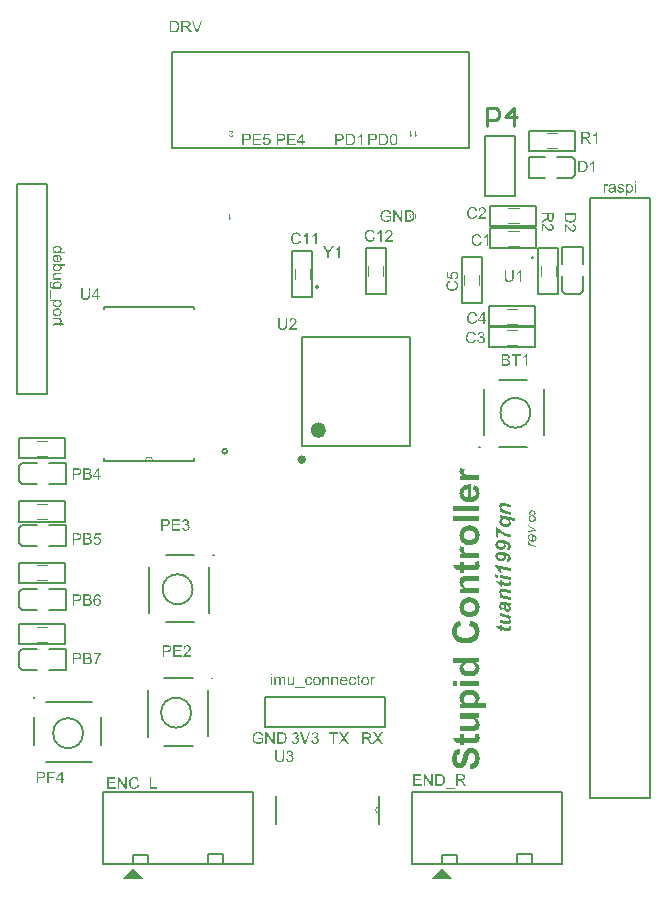
<source format=gto>
G04*
G04 #@! TF.GenerationSoftware,Altium Limited,Altium Designer,18.1.5 (160)*
G04*
G04 Layer_Color=65535*
%FSTAX24Y24*%
%MOIN*%
G70*
G01*
G75*
%ADD10C,0.0060*%
%ADD11C,0.0079*%
%ADD12C,0.0050*%
%ADD13C,0.0055*%
%ADD14C,0.0000*%
%ADD15C,0.0070*%
%ADD16C,0.0040*%
%ADD17C,0.0100*%
G36*
X021445Y015705D02*
X022155D01*
X021805Y016055D01*
Y016065D01*
X021445Y015705D01*
D02*
G37*
G36*
X031745D02*
X032455D01*
X032105Y016055D01*
Y016065D01*
X031745Y015705D01*
D02*
G37*
G36*
X026383Y040483D02*
X02623D01*
X026209Y04038D01*
X026209Y04038D01*
X02621Y040381D01*
X026212Y040382D01*
X026215Y040384D01*
X026218Y040386D01*
X026222Y040388D01*
X026231Y040392D01*
X026242Y040397D01*
X026254Y0404D01*
X026267Y040403D01*
X026281Y040404D01*
X026286D01*
X026289Y040404D01*
X026294Y040403D01*
X026299Y040403D01*
X026305Y040402D01*
X026311Y0404D01*
X026324Y040396D01*
X026331Y040393D01*
X026338Y04039D01*
X026346Y040386D01*
X026353Y040381D01*
X02636Y040376D01*
X026366Y040369D01*
X026367Y040369D01*
X026368Y040368D01*
X02637Y040366D01*
X026371Y040363D01*
X026374Y040359D01*
X026377Y040355D01*
X02638Y040351D01*
X026384Y040345D01*
X026387Y040339D01*
X02639Y040333D01*
X026393Y040325D01*
X026396Y040317D01*
X026398Y040309D01*
X026399Y0403D01*
X026401Y04029D01*
X026401Y04028D01*
Y040279D01*
Y040278D01*
Y040275D01*
X026401Y040271D01*
X0264Y040266D01*
X026399Y040261D01*
X026399Y040255D01*
X026398Y040249D01*
X026394Y040235D01*
X026388Y04022D01*
X026385Y040212D01*
X026381Y040204D01*
X026376Y040197D01*
X026371Y04019D01*
X02637Y040189D01*
X026369Y040188D01*
X026367Y040186D01*
X026364Y040183D01*
X02636Y040179D01*
X026356Y040175D01*
X02635Y040171D01*
X026344Y040167D01*
X026337Y040162D01*
X02633Y040158D01*
X026321Y040154D01*
X026312Y040151D01*
X026302Y040148D01*
X026292Y040145D01*
X026281Y040144D01*
X02627Y040144D01*
X026264D01*
X026261Y040144D01*
X026257Y040145D01*
X026251Y040145D01*
X026246Y040146D01*
X026239Y040147D01*
X026226Y040151D01*
X026212Y040156D01*
X026205Y040159D01*
X026198Y040163D01*
X026191Y040168D01*
X026184Y040173D01*
X026184Y040173D01*
X026183Y040174D01*
X026181Y040176D01*
X026179Y040178D01*
X026177Y040181D01*
X026174Y040185D01*
X026171Y040189D01*
X026167Y040193D01*
X026161Y040204D01*
X026154Y040218D01*
X02615Y040233D01*
X026148Y040242D01*
X026147Y040251D01*
X026196Y040254D01*
Y040254D01*
Y040252D01*
X026197Y040251D01*
X026198Y040248D01*
X026199Y040242D01*
X026202Y040234D01*
X026205Y040225D01*
X026209Y040216D01*
X026215Y040207D01*
X026222Y0402D01*
X026223Y040199D01*
X026225Y040197D01*
X026229Y040194D01*
X026235Y040191D01*
X026242Y040188D01*
X02625Y040185D01*
X02626Y040183D01*
X02627Y040182D01*
X026273D01*
X026275Y040183D01*
X026282Y040183D01*
X02629Y040185D01*
X026299Y040189D01*
X026309Y040193D01*
X026318Y040199D01*
X026323Y040203D01*
X026328Y040207D01*
Y040208D01*
X026329Y040209D01*
X026331Y040212D01*
X026335Y040218D01*
X026339Y040225D01*
X026343Y040235D01*
X026347Y040247D01*
X02635Y040261D01*
X026351Y040276D01*
Y040276D01*
Y040278D01*
Y04028D01*
X02635Y040282D01*
Y040286D01*
X02635Y04029D01*
X026348Y040299D01*
X026346Y040309D01*
X026342Y04032D01*
X026336Y04033D01*
X026328Y04034D01*
X026327Y040341D01*
X026324Y040343D01*
X026319Y040347D01*
X026312Y040351D01*
X026304Y040355D01*
X026294Y040359D01*
X026282Y040362D01*
X026269Y040363D01*
X026265D01*
X026261Y040362D01*
X026255Y040362D01*
X026249Y04036D01*
X026242Y040358D01*
X026234Y040355D01*
X026227Y040352D01*
X026227Y040351D01*
X026225Y04035D01*
X026221Y040348D01*
X026217Y040345D01*
X026213Y040341D01*
X026208Y040336D01*
X026203Y040331D01*
X026199Y040325D01*
X026155Y040331D01*
X026192Y040528D01*
X026383D01*
Y040483D01*
D02*
G37*
G36*
X026087Y040489D02*
X02586D01*
Y040371D01*
X026072D01*
Y040326D01*
X02586D01*
Y040195D01*
X026096D01*
Y04015D01*
X025809D01*
Y040534D01*
X026087D01*
Y040489D01*
D02*
G37*
G36*
X025616Y040534D02*
X025626Y040533D01*
X025635Y040533D01*
X025645Y040531D01*
X025653Y04053D01*
X025654D01*
X025658Y040529D01*
X025663Y040528D01*
X025669Y040526D01*
X025677Y040524D01*
X025685Y040521D01*
X025693Y040517D01*
X0257Y040512D01*
X025701Y040512D01*
X025704Y04051D01*
X025707Y040507D01*
X025711Y040503D01*
X025716Y040497D01*
X025721Y040491D01*
X025727Y040484D01*
X025731Y040475D01*
X025732Y040474D01*
X025733Y040471D01*
X025735Y040466D01*
X025737Y04046D01*
X02574Y040452D01*
X025741Y040444D01*
X025742Y040434D01*
X025743Y040423D01*
Y040423D01*
Y040421D01*
Y040419D01*
X025742Y040415D01*
X025742Y040411D01*
X025741Y040406D01*
X025741Y0404D01*
X025739Y040395D01*
X025735Y040381D01*
X02573Y040368D01*
X025726Y040361D01*
X025722Y040354D01*
X025717Y040347D01*
X025711Y04034D01*
X025711Y04034D01*
X02571Y040339D01*
X025708Y040337D01*
X025706Y040335D01*
X025702Y040333D01*
X025697Y04033D01*
X025692Y040327D01*
X025686Y040324D01*
X025679Y04032D01*
X025671Y040317D01*
X025661Y040314D01*
X025651Y040312D01*
X02564Y04031D01*
X025627Y040308D01*
X025614Y040307D01*
X025599Y040307D01*
X025501D01*
Y04015D01*
X02545D01*
Y040534D01*
X025607D01*
X025616Y040534D01*
D02*
G37*
G36*
X027495Y040279D02*
X027547D01*
Y040235D01*
X027495D01*
Y040144D01*
X027448D01*
Y040235D01*
X027281D01*
Y040279D01*
X027456Y040527D01*
X027495D01*
Y040279D01*
D02*
G37*
G36*
X027237Y040483D02*
X02701D01*
Y040365D01*
X027222D01*
Y04032D01*
X02701D01*
Y040189D01*
X027246D01*
Y040144D01*
X026959D01*
Y040528D01*
X027237D01*
Y040483D01*
D02*
G37*
G36*
X026766Y040527D02*
X026776Y040527D01*
X026785Y040526D01*
X026795Y040525D01*
X026803Y040524D01*
X026804D01*
X026808Y040523D01*
X026813Y040521D01*
X026819Y04052D01*
X026827Y040517D01*
X026835Y040514D01*
X026843Y04051D01*
X02685Y040506D01*
X026851Y040505D01*
X026854Y040503D01*
X026857Y0405D01*
X026861Y040496D01*
X026866Y040491D01*
X026871Y040485D01*
X026877Y040478D01*
X026881Y040469D01*
X026882Y040468D01*
X026883Y040465D01*
X026885Y04046D01*
X026887Y040454D01*
X02689Y040446D01*
X026891Y040437D01*
X026892Y040427D01*
X026893Y040417D01*
Y040416D01*
Y040414D01*
Y040412D01*
X026892Y040409D01*
X026892Y040404D01*
X026891Y040399D01*
X026891Y040394D01*
X026889Y040388D01*
X026885Y040375D01*
X02688Y040361D01*
X026876Y040354D01*
X026872Y040347D01*
X026867Y04034D01*
X026861Y040334D01*
X026861Y040333D01*
X02686Y040333D01*
X026858Y040331D01*
X026856Y040328D01*
X026852Y040326D01*
X026847Y040323D01*
X026842Y04032D01*
X026836Y040317D01*
X026829Y040314D01*
X026821Y040311D01*
X026811Y040308D01*
X026801Y040306D01*
X02679Y040303D01*
X026777Y040302D01*
X026764Y040301D01*
X026749Y0403D01*
X026651D01*
Y040144D01*
X0266D01*
Y040528D01*
X026757D01*
X026766Y040527D01*
D02*
G37*
G36*
X029454Y040144D02*
X029406D01*
Y040444D01*
X029406Y040444D01*
X029404Y040441D01*
X029399Y040438D01*
X029394Y040434D01*
X029388Y040429D01*
X02938Y040424D01*
X029371Y040417D01*
X029361Y040411D01*
X029361D01*
X02936Y040411D01*
X029357Y040409D01*
X029351Y040406D01*
X029345Y040402D01*
X029337Y040398D01*
X029329Y040395D01*
X02932Y04039D01*
X029312Y040387D01*
Y040433D01*
X029313D01*
X029314Y040434D01*
X029316Y040435D01*
X029319Y040437D01*
X029322Y040438D01*
X029326Y04044D01*
X029336Y040445D01*
X029346Y040452D01*
X029358Y040459D01*
X02937Y040468D01*
X029381Y040478D01*
X029381Y040478D01*
X029382Y040479D01*
X029385Y040482D01*
X029391Y040488D01*
X029397Y040494D01*
X029404Y040502D01*
X029411Y040511D01*
X029418Y04052D01*
X029423Y04053D01*
X029454D01*
Y040144D01*
D02*
G37*
G36*
X029065Y040527D02*
X029076Y040527D01*
X029088Y040526D01*
X029099Y040524D01*
X029108Y040522D01*
X029109D01*
X02911Y040521D01*
X029111D01*
X029113Y04052D01*
X02912Y040519D01*
X029127Y040516D01*
X029136Y040512D01*
X029146Y040507D01*
X029155Y040502D01*
X029164Y040495D01*
X029165D01*
X029165Y040493D01*
X02917Y04049D01*
X029175Y040484D01*
X029181Y040476D01*
X029189Y040467D01*
X029196Y040456D01*
X029203Y040443D01*
X02921Y040428D01*
Y040428D01*
X02921Y040427D01*
X029211Y040424D01*
X029212Y040421D01*
X029213Y040418D01*
X029215Y040413D01*
X029216Y040408D01*
X029217Y040402D01*
X029219Y040396D01*
X02922Y040389D01*
X029223Y040373D01*
X029225Y040357D01*
X029225Y040338D01*
Y040337D01*
Y040336D01*
Y040334D01*
Y04033D01*
X029225Y040327D01*
Y040322D01*
X029224Y040311D01*
X029223Y0403D01*
X02922Y040286D01*
X029218Y040273D01*
X029215Y04026D01*
Y040259D01*
X029214Y040258D01*
X029213Y040256D01*
X029213Y040254D01*
X02921Y040248D01*
X029208Y04024D01*
X029204Y040231D01*
X029199Y040222D01*
X029194Y040213D01*
X029188Y040204D01*
X029188Y040203D01*
X029185Y0402D01*
X029182Y040196D01*
X029178Y040191D01*
X029173Y040186D01*
X029167Y04018D01*
X02916Y040174D01*
X029153Y040169D01*
X029153Y040168D01*
X02915Y040167D01*
X029146Y040165D01*
X02914Y040162D01*
X029134Y040159D01*
X029126Y040156D01*
X029117Y040153D01*
X029108Y04015D01*
X029106D01*
X029103Y040149D01*
X029098Y040148D01*
X02909Y040147D01*
X029081Y040146D01*
X029071Y040145D01*
X029059Y040144D01*
X029046Y040144D01*
X028908D01*
Y040528D01*
X029055D01*
X029065Y040527D01*
D02*
G37*
G36*
X028716D02*
X028726Y040527D01*
X028735Y040526D01*
X028745Y040525D01*
X028753Y040524D01*
X028754D01*
X028758Y040523D01*
X028763Y040521D01*
X028769Y04052D01*
X028777Y040517D01*
X028785Y040514D01*
X028793Y04051D01*
X0288Y040506D01*
X028801Y040505D01*
X028804Y040503D01*
X028807Y0405D01*
X028811Y040496D01*
X028816Y040491D01*
X028821Y040485D01*
X028827Y040478D01*
X028831Y040469D01*
X028832Y040468D01*
X028833Y040465D01*
X028835Y04046D01*
X028837Y040454D01*
X02884Y040446D01*
X028841Y040437D01*
X028842Y040427D01*
X028843Y040417D01*
Y040416D01*
Y040414D01*
Y040412D01*
X028842Y040409D01*
X028842Y040404D01*
X028841Y040399D01*
X028841Y040394D01*
X028839Y040388D01*
X028835Y040375D01*
X02883Y040361D01*
X028826Y040354D01*
X028822Y040347D01*
X028817Y04034D01*
X028811Y040334D01*
X028811Y040333D01*
X02881Y040333D01*
X028808Y040331D01*
X028806Y040328D01*
X028802Y040326D01*
X028797Y040323D01*
X028792Y04032D01*
X028786Y040317D01*
X028779Y040314D01*
X028771Y040311D01*
X028761Y040308D01*
X028751Y040306D01*
X02874Y040303D01*
X028727Y040302D01*
X028714Y040301D01*
X028699Y0403D01*
X028601D01*
Y040144D01*
X02855D01*
Y040528D01*
X028707D01*
X028716Y040527D01*
D02*
G37*
G36*
X030165Y040534D02*
X030176Y040533D01*
X030188Y040532D01*
X030199Y04053D01*
X030208Y040528D01*
X030209D01*
X03021Y040528D01*
X030211D01*
X030213Y040527D01*
X03022Y040525D01*
X030227Y040522D01*
X030236Y040519D01*
X030246Y040514D01*
X030255Y040508D01*
X030264Y040501D01*
X030265D01*
X030265Y0405D01*
X03027Y040496D01*
X030275Y04049D01*
X030281Y040483D01*
X030289Y040474D01*
X030296Y040462D01*
X030303Y04045D01*
X03031Y040435D01*
Y040434D01*
X03031Y040433D01*
X030311Y040431D01*
X030312Y040428D01*
X030313Y040424D01*
X030315Y04042D01*
X030316Y040414D01*
X030317Y040409D01*
X030319Y040402D01*
X03032Y040395D01*
X030323Y04038D01*
X030324Y040363D01*
X030325Y040344D01*
Y040344D01*
Y040342D01*
Y04034D01*
Y040337D01*
X030324Y040333D01*
Y040328D01*
X030324Y040318D01*
X030323Y040306D01*
X03032Y040293D01*
X030318Y040279D01*
X030315Y040266D01*
Y040266D01*
X030314Y040265D01*
X030313Y040263D01*
X030313Y040261D01*
X03031Y040255D01*
X030308Y040247D01*
X030304Y040238D01*
X030299Y040228D01*
X030294Y040219D01*
X030288Y04021D01*
X030288Y040209D01*
X030285Y040207D01*
X030282Y040203D01*
X030278Y040197D01*
X030273Y040192D01*
X030267Y040186D01*
X03026Y04018D01*
X030253Y040175D01*
X030253Y040175D01*
X03025Y040173D01*
X030246Y040171D01*
X03024Y040168D01*
X030234Y040165D01*
X030226Y040162D01*
X030217Y040159D01*
X030208Y040156D01*
X030206D01*
X030203Y040155D01*
X030198Y040155D01*
X03019Y040154D01*
X030181Y040152D01*
X030171Y040151D01*
X030159Y040151D01*
X030146Y04015D01*
X030008D01*
Y040534D01*
X030155D01*
X030165Y040534D01*
D02*
G37*
G36*
X029816D02*
X029825Y040533D01*
X029835Y040533D01*
X029845Y040531D01*
X029853Y04053D01*
X029854D01*
X029858Y040529D01*
X029863Y040528D01*
X029869Y040526D01*
X029877Y040524D01*
X029885Y040521D01*
X029893Y040517D01*
X0299Y040512D01*
X029901Y040512D01*
X029904Y04051D01*
X029907Y040507D01*
X029911Y040503D01*
X029916Y040497D01*
X029921Y040491D01*
X029927Y040484D01*
X029931Y040475D01*
X029932Y040474D01*
X029933Y040471D01*
X029935Y040466D01*
X029937Y04046D01*
X02994Y040452D01*
X029941Y040444D01*
X029943Y040434D01*
X029943Y040423D01*
Y040423D01*
Y040421D01*
Y040419D01*
X029943Y040415D01*
X029942Y040411D01*
X029941Y040406D01*
X029941Y0404D01*
X029939Y040395D01*
X029935Y040381D01*
X02993Y040368D01*
X029926Y040361D01*
X029922Y040354D01*
X029917Y040347D01*
X029911Y04034D01*
X029911Y04034D01*
X02991Y040339D01*
X029908Y040337D01*
X029906Y040335D01*
X029902Y040333D01*
X029897Y04033D01*
X029892Y040327D01*
X029886Y040324D01*
X029879Y04032D01*
X029871Y040317D01*
X029861Y040314D01*
X029851Y040312D01*
X02984Y04031D01*
X029827Y040308D01*
X029814Y040307D01*
X029799Y040307D01*
X029701D01*
Y04015D01*
X02965D01*
Y040534D01*
X029807D01*
X029816Y040534D01*
D02*
G37*
G36*
X030512Y040536D02*
X030519Y040534D01*
X030528Y040533D01*
X030537Y040531D01*
X030546Y040527D01*
X030555Y040523D01*
X030556Y040523D01*
X030559Y040521D01*
X030563Y040518D01*
X030569Y040514D01*
X030575Y040509D01*
X030581Y040503D01*
X030588Y040496D01*
X030594Y040488D01*
X030594Y040486D01*
X030596Y040483D01*
X030599Y040478D01*
X030602Y040472D01*
X030606Y040464D01*
X03061Y040454D01*
X030614Y040443D01*
X030618Y04043D01*
Y04043D01*
X030618Y040428D01*
Y040427D01*
X030619Y040424D01*
X03062Y040421D01*
X030621Y040417D01*
X030621Y040411D01*
X030622Y040406D01*
X030623Y0404D01*
X030623Y040393D01*
X030625Y040386D01*
X030625Y040378D01*
X030626Y040369D01*
Y04036D01*
X030626Y04034D01*
Y040339D01*
Y040337D01*
Y040333D01*
Y040328D01*
X030626Y040323D01*
Y040316D01*
X030625Y040309D01*
X030625Y0403D01*
X030623Y040283D01*
X030621Y040265D01*
X030617Y040247D01*
X030615Y040238D01*
X030612Y04023D01*
Y04023D01*
X030612Y040228D01*
X030611Y040226D01*
X03061Y040223D01*
X030608Y04022D01*
X030606Y040216D01*
X030602Y040207D01*
X030596Y040196D01*
X030589Y040186D01*
X030581Y040175D01*
X030571Y040166D01*
X03057D01*
X03057Y040165D01*
X030568Y040164D01*
X030566Y040162D01*
X03056Y040159D01*
X030552Y040155D01*
X030542Y040151D01*
X03053Y040147D01*
X030516Y040145D01*
X030501Y040144D01*
X030496D01*
X030492Y040144D01*
X030487Y040145D01*
X030482Y040146D01*
X030476Y040147D01*
X03047Y040148D01*
X030456Y040153D01*
X030448Y040156D01*
X030441Y04016D01*
X030433Y040165D01*
X030426Y04017D01*
X03042Y040176D01*
X030413Y040183D01*
X030413Y040183D01*
X030412Y040185D01*
X03041Y040188D01*
X030408Y040192D01*
X030405Y040197D01*
X030402Y040204D01*
X030398Y040211D01*
X030395Y040221D01*
X030391Y040231D01*
X030388Y040242D01*
X030385Y040255D01*
X030382Y040269D01*
X03038Y040285D01*
X030378Y040302D01*
X030377Y04032D01*
X030376Y04034D01*
Y04034D01*
Y040342D01*
Y040346D01*
Y040351D01*
X030377Y040357D01*
Y040363D01*
X030377Y040371D01*
X030378Y040379D01*
X03038Y040396D01*
X030382Y040414D01*
X030385Y040433D01*
X030387Y040441D01*
X030389Y040449D01*
Y04045D01*
X03039Y040451D01*
X030391Y040453D01*
X030392Y040456D01*
X030394Y040459D01*
X030395Y040464D01*
X0304Y040473D01*
X030406Y040483D01*
X030413Y040494D01*
X030421Y040504D01*
X030431Y040513D01*
X030432D01*
X030432Y040514D01*
X030434Y040516D01*
X030436Y040517D01*
X030442Y04052D01*
X03045Y040525D01*
X03046Y040529D01*
X030473Y040533D01*
X030486Y040535D01*
X030501Y040536D01*
X030506D01*
X030512Y040536D01*
D02*
G37*
G36*
X030265Y03799D02*
X03027D01*
X03028Y037989D01*
X030291Y037987D01*
X030304Y037985D01*
X030316Y037981D01*
X030329Y037977D01*
X03033D01*
X030331Y037976D01*
X030333Y037976D01*
X030335Y037974D01*
X030341Y037971D01*
X030349Y037967D01*
X030357Y037962D01*
X030366Y037955D01*
X030375Y037948D01*
X030382Y037939D01*
X030383Y037938D01*
X030385Y037935D01*
X030389Y03793D01*
X030394Y037922D01*
X030398Y037914D01*
X030403Y037903D01*
X030408Y037891D01*
X030412Y037877D01*
X030366Y037864D01*
Y037864D01*
X030365Y037865D01*
X030364Y037869D01*
X030362Y037874D01*
X03036Y037881D01*
X030357Y037888D01*
X030353Y037895D01*
X030349Y037903D01*
X030344Y03791D01*
X030344Y037911D01*
X030342Y037913D01*
X030339Y037916D01*
X030335Y03792D01*
X03033Y037924D01*
X030323Y037929D01*
X030316Y037933D01*
X030308Y037937D01*
X030306Y037938D01*
X030304Y037939D01*
X030298Y03794D01*
X030292Y037942D01*
X030284Y037944D01*
X030275Y037946D01*
X030266Y037947D01*
X030255Y037947D01*
X030249D01*
X030243Y037947D01*
X030234Y037946D01*
X030225Y037945D01*
X030215Y037943D01*
X030205Y03794D01*
X030195Y037936D01*
X030194Y037936D01*
X030191Y037935D01*
X030186Y037932D01*
X03018Y037929D01*
X030174Y037925D01*
X030167Y03792D01*
X03016Y037915D01*
X030154Y037908D01*
X030153Y037908D01*
X030151Y037905D01*
X030148Y037902D01*
X030145Y037897D01*
X030141Y037891D01*
X030137Y037885D01*
X030133Y037878D01*
X03013Y03787D01*
Y03787D01*
X030129Y037869D01*
X030129Y037867D01*
X030127Y037864D01*
X030126Y037861D01*
X030125Y037857D01*
X030123Y037847D01*
X03012Y037836D01*
X030117Y037823D01*
X030116Y037808D01*
X030115Y037793D01*
Y037792D01*
Y037791D01*
Y037788D01*
X030116Y037784D01*
Y03778D01*
X030116Y037775D01*
X030117Y037769D01*
X030117Y037763D01*
X030119Y037749D01*
X030123Y037735D01*
X030127Y037721D01*
X030133Y037706D01*
Y037706D01*
X030133Y037705D01*
X030134Y037703D01*
X030136Y037701D01*
X03014Y037695D01*
X030146Y037687D01*
X030153Y037679D01*
X030161Y03767D01*
X030172Y037662D01*
X030184Y037655D01*
X030184D01*
X030185Y037654D01*
X030187Y037653D01*
X030189Y037653D01*
X030192Y037651D01*
X030196Y03765D01*
X030205Y037647D01*
X030216Y037644D01*
X030228Y037641D01*
X030242Y037639D01*
X030256Y037639D01*
X030261D01*
X030268Y037639D01*
X030276Y03764D01*
X030285Y037642D01*
X030296Y037644D01*
X030308Y037647D01*
X03032Y037651D01*
X03032D01*
X030321Y037651D01*
X030323Y037652D01*
X030325Y037653D01*
X030331Y037656D01*
X030338Y037659D01*
X030346Y037663D01*
X030353Y037668D01*
X030361Y037673D01*
X030368Y037678D01*
Y037751D01*
X030255D01*
Y037796D01*
X030418D01*
Y037653D01*
X030417Y037653D01*
X030416Y037652D01*
X030414Y03765D01*
X030411Y037649D01*
X030408Y037646D01*
X030404Y037643D01*
X030394Y037636D01*
X030382Y037629D01*
X030369Y037622D01*
X030354Y037615D01*
X03034Y037608D01*
X030339D01*
X030338Y037608D01*
X030336Y037607D01*
X030333Y037606D01*
X030329Y037605D01*
X030325Y037604D01*
X03032Y037602D01*
X030315Y037601D01*
X030302Y037598D01*
X030289Y037596D01*
X030274Y037594D01*
X030258Y037594D01*
X030253D01*
X030249Y037594D01*
X030244D01*
X030238Y037595D01*
X030232Y037595D01*
X030225Y037596D01*
X030208Y037599D01*
X030191Y037604D01*
X030173Y037609D01*
X030156Y037618D01*
X030155Y037618D01*
X030154Y037619D01*
X030151Y03762D01*
X030148Y037622D01*
X030144Y037625D01*
X03014Y037627D01*
X03013Y037635D01*
X030118Y037645D01*
X030107Y037657D01*
X030096Y037671D01*
X030086Y037687D01*
Y037688D01*
X030085Y037689D01*
X030084Y037692D01*
X030082Y037695D01*
X030081Y037699D01*
X030078Y037705D01*
X030077Y037711D01*
X030074Y037718D01*
X030072Y037725D01*
X03007Y037733D01*
X030066Y03775D01*
X030064Y03777D01*
X030062Y03779D01*
Y037791D01*
Y037792D01*
Y037795D01*
X030063Y037799D01*
Y037805D01*
X030064Y037811D01*
X030064Y037817D01*
X030065Y037824D01*
X030068Y03784D01*
X030072Y037858D01*
X030078Y037877D01*
X030086Y037895D01*
Y037895D01*
X030087Y037897D01*
X030088Y0379D01*
X03009Y037903D01*
X030093Y037907D01*
X030096Y037911D01*
X030103Y037922D01*
X030113Y037934D01*
X030124Y037946D01*
X030138Y037957D01*
X030145Y037962D01*
X030153Y037967D01*
X030154D01*
X030155Y037968D01*
X030158Y037969D01*
X030161Y03797D01*
X030165Y037973D01*
X03017Y037974D01*
X030176Y037977D01*
X030182Y037979D01*
X030189Y037981D01*
X030197Y037983D01*
X030215Y037987D01*
X030233Y03799D01*
X030254Y037991D01*
X030261D01*
X030265Y03799D01*
D02*
G37*
G36*
X030794Y0376D02*
X030742D01*
X03054Y037902D01*
Y0376D01*
X030492D01*
Y037984D01*
X030543D01*
X030746Y037682D01*
Y037984D01*
X030794D01*
Y0376D01*
D02*
G37*
G36*
X031233Y037713D02*
X031233Y037714D01*
X031234Y037715D01*
X031236Y037716D01*
X031239Y037718D01*
X031242Y037721D01*
X031246Y037724D01*
X031251Y037727D01*
X031255Y03773D01*
X031256D01*
X031256Y03773D01*
X031258Y037731D01*
X03126Y037733D01*
X031264Y037734D01*
X031267Y037736D01*
X031272Y037738D01*
X031276Y03774D01*
X03128Y037742D01*
Y037719D01*
X03128D01*
X031279Y037719D01*
X031278Y037718D01*
X031277Y037717D01*
X031275Y037716D01*
X031273Y037715D01*
X031268Y037713D01*
X031263Y03771D01*
X031257Y037706D01*
X031251Y037701D01*
X031246Y037697D01*
X031246Y037696D01*
X031245Y037696D01*
X031244Y037694D01*
X031241Y037692D01*
X031238Y037688D01*
X031234Y037684D01*
X031231Y03768D01*
X031227Y037675D01*
X031225Y037671D01*
X031209D01*
Y037863D01*
X031233D01*
Y037713D01*
D02*
G37*
G36*
X031037Y037984D02*
X031048Y037983D01*
X031059Y037982D01*
X03107Y03798D01*
X03108Y037978D01*
X03108D01*
X031082Y037978D01*
X031083D01*
X031085Y037977D01*
X031092Y037975D01*
X031099Y037972D01*
X031108Y037969D01*
X031117Y037964D01*
X031127Y037958D01*
X031136Y037951D01*
X031137D01*
X031137Y03795D01*
X031141Y037946D01*
X031147Y03794D01*
X031153Y037933D01*
X031161Y037924D01*
X031168Y037912D01*
X031175Y0379D01*
X031182Y037885D01*
Y037884D01*
X031182Y037883D01*
X031183Y037881D01*
X031184Y037878D01*
X031185Y037874D01*
X031186Y03787D01*
X031188Y037864D01*
X031189Y037859D01*
X03119Y037852D01*
X031192Y037845D01*
X031194Y03783D01*
X031196Y037813D01*
X031197Y037794D01*
Y037794D01*
Y037792D01*
Y03779D01*
Y037787D01*
X031196Y037783D01*
Y037778D01*
X031196Y037768D01*
X031194Y037756D01*
X031192Y037743D01*
X03119Y037729D01*
X031186Y037716D01*
Y037716D01*
X031186Y037715D01*
X031185Y037713D01*
X031185Y037711D01*
X031182Y037705D01*
X031179Y037697D01*
X031176Y037688D01*
X031171Y037678D01*
X031166Y037669D01*
X03116Y03766D01*
X031159Y037659D01*
X031157Y037657D01*
X031154Y037653D01*
X031149Y037647D01*
X031145Y037642D01*
X031138Y037636D01*
X031132Y03763D01*
X031125Y037625D01*
X031124Y037625D01*
X031121Y037623D01*
X031117Y037621D01*
X031112Y037618D01*
X031106Y037615D01*
X031098Y037612D01*
X031089Y037609D01*
X031079Y037606D01*
X031078D01*
X031075Y037605D01*
X031069Y037605D01*
X031062Y037604D01*
X031053Y037602D01*
X031042Y037601D01*
X031031Y037601D01*
X031018Y0376D01*
X03088D01*
Y037984D01*
X031027D01*
X031037Y037984D01*
D02*
G37*
G36*
X030005Y020395D02*
X03015Y020194D01*
X030087D01*
X02999Y02033D01*
X029989Y020331D01*
X029989Y020332D01*
X029987Y020335D01*
X029985Y020338D01*
X02998Y020345D01*
X029974Y020354D01*
X029974Y020353D01*
X029972Y020351D01*
X02997Y020347D01*
X029967Y020343D01*
X029961Y020334D01*
X029958Y02033D01*
X029955Y020326D01*
X029858Y020194D01*
X029797D01*
X029946Y020392D01*
X029815Y020578D01*
X029875D01*
X029945Y020479D01*
Y020478D01*
X029947Y020478D01*
X029949Y020474D01*
X029953Y020469D01*
X029957Y020462D01*
X029962Y020454D01*
X029968Y020446D01*
X029972Y020439D01*
X029976Y020432D01*
X029976Y020433D01*
X029978Y020436D01*
X029981Y02044D01*
X029985Y020445D01*
X029989Y020452D01*
X029994Y020459D01*
X03Y020467D01*
X030006Y020475D01*
X030084Y020578D01*
X030139D01*
X030005Y020395D01*
D02*
G37*
G36*
X029633Y020577D02*
X029638D01*
X029649Y020577D01*
X029662Y020576D01*
X029675Y020573D01*
X029687Y020571D01*
X029693Y020569D01*
X029698Y020567D01*
X029699D01*
X029699Y020567D01*
X029703Y020566D01*
X029707Y020563D01*
X029713Y020559D01*
X02972Y020554D01*
X029727Y020547D01*
X029734Y02054D01*
X029741Y020531D01*
X029741Y020529D01*
X029743Y020526D01*
X029746Y020521D01*
X029749Y020514D01*
X029752Y020505D01*
X029755Y020495D01*
X029757Y020484D01*
X029757Y020473D01*
Y020472D01*
Y020471D01*
Y020469D01*
X029757Y020466D01*
Y020462D01*
X029756Y020458D01*
X029754Y020449D01*
X029751Y020438D01*
X029746Y020426D01*
X029739Y020415D01*
X029735Y020409D01*
X02973Y020404D01*
X029729Y020402D01*
X029727Y020401D01*
X029726Y020399D01*
X029723Y020397D01*
X029719Y020394D01*
X029715Y020392D01*
X02971Y020389D01*
X029705Y020386D01*
X029699Y020383D01*
X029692Y02038D01*
X029685Y020377D01*
X029677Y020374D01*
X029668Y020372D01*
X029659Y02037D01*
X029649Y020368D01*
X02965Y020368D01*
X029652Y020367D01*
X029656Y020365D01*
X02966Y020363D01*
X02967Y020356D01*
X029675Y020353D01*
X029679Y020349D01*
X02968Y020348D01*
X029683Y020346D01*
X029688Y020341D01*
X029693Y020335D01*
X029699Y020328D01*
X029706Y020319D01*
X029714Y020309D01*
X029721Y020298D01*
X029788Y020194D01*
X029724D01*
X029673Y020273D01*
Y020274D01*
X029672Y020275D01*
X029671Y020277D01*
X02967Y020279D01*
X029666Y020285D01*
X029661Y020292D01*
X029655Y020301D01*
X029648Y02031D01*
X029642Y020318D01*
X029637Y020326D01*
X029636Y020326D01*
X029634Y020329D01*
X029631Y020332D01*
X029628Y020336D01*
X02962Y020344D01*
X029616Y020349D01*
X029611Y020352D01*
X02961Y020352D01*
X029609Y020353D01*
X029607Y020354D01*
X029604Y020356D01*
X029597Y020359D01*
X029588Y020362D01*
X029587D01*
X029586Y020363D01*
X029584D01*
X029581Y020363D01*
X029577Y020364D01*
X029572D01*
X029566Y020364D01*
X029501D01*
Y020194D01*
X02945D01*
Y020578D01*
X029628D01*
X029633Y020577D01*
D02*
G37*
G36*
X028875Y020395D02*
X029019Y020194D01*
X028957D01*
X02886Y02033D01*
X028859Y020331D01*
X028858Y020332D01*
X028857Y020335D01*
X028854Y020338D01*
X02885Y020345D01*
X028844Y020354D01*
X028843Y020353D01*
X028841Y020351D01*
X02884Y020347D01*
X028837Y020343D01*
X02883Y020334D01*
X028827Y02033D01*
X028825Y020326D01*
X028728Y020194D01*
X028667D01*
X028816Y020392D01*
X028685Y020578D01*
X028745D01*
X028815Y020479D01*
Y020478D01*
X028816Y020478D01*
X028819Y020474D01*
X028823Y020469D01*
X028827Y020462D01*
X028832Y020454D01*
X028837Y020446D01*
X028841Y020439D01*
X028846Y020432D01*
X028846Y020433D01*
X028848Y020436D01*
X028851Y02044D01*
X028854Y020445D01*
X028858Y020452D01*
X028864Y020459D01*
X028869Y020467D01*
X028876Y020475D01*
X028953Y020578D01*
X029009D01*
X028875Y020395D01*
D02*
G37*
G36*
X028654Y020533D02*
X028527D01*
Y020194D01*
X028476D01*
Y020533D01*
X02835D01*
Y020578D01*
X028654D01*
Y020533D01*
D02*
G37*
G36*
X027887Y020586D02*
X027895Y020584D01*
X027904Y020583D01*
X027914Y02058D01*
X027924Y020577D01*
X027934Y020572D01*
X027934D01*
X027935Y020571D01*
X027938Y02057D01*
X027943Y020567D01*
X027949Y020563D01*
X027955Y020557D01*
X027962Y020551D01*
X027969Y020543D01*
X027975Y020535D01*
X027975Y020534D01*
X027977Y020531D01*
X027979Y020526D01*
X027982Y020521D01*
X027984Y020513D01*
X027986Y020505D01*
X027988Y020496D01*
X027989Y020486D01*
Y020485D01*
Y020482D01*
X027988Y020477D01*
X027987Y020471D01*
X027985Y020464D01*
X027983Y020457D01*
X02798Y020449D01*
X027975Y020441D01*
X027975Y02044D01*
X027973Y020438D01*
X027969Y020434D01*
X027965Y020429D01*
X027959Y020424D01*
X027953Y020419D01*
X027945Y020413D01*
X027935Y020408D01*
X027936D01*
X027937Y020408D01*
X027939D01*
X027941Y020406D01*
X027947Y020405D01*
X027955Y020401D01*
X027963Y020397D01*
X027972Y020391D01*
X02798Y020384D01*
X027988Y020375D01*
X027989Y020374D01*
X027991Y020371D01*
X027994Y020366D01*
X027998Y020359D01*
X028001Y02035D01*
X028004Y020339D01*
X028007Y020327D01*
X028007Y020313D01*
Y020313D01*
Y020311D01*
Y020309D01*
X028007Y020305D01*
X028006Y020301D01*
X028006Y020296D01*
X028004Y02029D01*
X028003Y020284D01*
X027999Y020271D01*
X027996Y020263D01*
X027992Y020256D01*
X027987Y020249D01*
X027983Y020242D01*
X027977Y020235D01*
X02797Y020228D01*
X02797Y020227D01*
X027969Y020226D01*
X027967Y020225D01*
X027964Y020223D01*
X027961Y02022D01*
X027956Y020217D01*
X027951Y020214D01*
X027945Y020211D01*
X027939Y020208D01*
X027932Y020205D01*
X027924Y020202D01*
X027916Y020199D01*
X027907Y020196D01*
X027898Y020195D01*
X027888Y020194D01*
X027878Y020194D01*
X027873D01*
X02787Y020194D01*
X027865Y020195D01*
X027861Y020195D01*
X027855Y020196D01*
X027849Y020197D01*
X027835Y020201D01*
X027821Y020206D01*
X027814Y020209D01*
X027808Y020213D01*
X027801Y020218D01*
X027794Y020223D01*
X027794Y020224D01*
X027793Y020225D01*
X027791Y020226D01*
X027789Y020229D01*
X027787Y020232D01*
X027784Y020236D01*
X02778Y02024D01*
X027777Y020244D01*
X02777Y020256D01*
X027765Y02027D01*
X027759Y020285D01*
X027758Y020293D01*
X027756Y020302D01*
X027804Y020308D01*
Y020308D01*
X027804Y020306D01*
Y020304D01*
X027806Y020302D01*
X027807Y020295D01*
X02781Y020286D01*
X027814Y020277D01*
X027818Y020267D01*
X027824Y020258D01*
X027831Y02025D01*
X027832Y02025D01*
X027834Y020247D01*
X027838Y020245D01*
X027844Y020242D01*
X027851Y020239D01*
X027859Y020236D01*
X027868Y020233D01*
X027878Y020233D01*
X027882D01*
X027884Y020233D01*
X02789Y020234D01*
X027897Y020236D01*
X027907Y020239D01*
X027916Y020242D01*
X027925Y020248D01*
X027934Y020256D01*
X027935Y020257D01*
X027938Y02026D01*
X027941Y020264D01*
X027946Y020271D01*
X02795Y02028D01*
X027954Y020289D01*
X027956Y020301D01*
X027957Y020313D01*
Y020313D01*
Y020314D01*
Y020316D01*
X027956Y020318D01*
X027956Y020324D01*
X027954Y020332D01*
X027952Y02034D01*
X027948Y020349D01*
X027942Y020358D01*
X027935Y020366D01*
X027934Y020367D01*
X027932Y02037D01*
X027927Y020373D01*
X027921Y020377D01*
X027913Y020381D01*
X027904Y020384D01*
X027894Y020386D01*
X027882Y020387D01*
X027877D01*
X027873Y020387D01*
X027868Y020386D01*
X027862Y020385D01*
X027856Y020384D01*
X027849Y020383D01*
X027854Y020424D01*
X027857D01*
X027859Y020423D01*
X027867D01*
X027872Y020424D01*
X02788Y020425D01*
X027888Y020427D01*
X027897Y02043D01*
X027906Y020433D01*
X027915Y020439D01*
X027917Y020439D01*
X02792Y020442D01*
X027923Y020446D01*
X027928Y020451D01*
X027932Y020457D01*
X027936Y020466D01*
X027939Y020476D01*
X02794Y020487D01*
Y020488D01*
Y020488D01*
Y020491D01*
X027939Y020496D01*
X027938Y020502D01*
X027936Y020509D01*
X027932Y020516D01*
X027928Y020524D01*
X027923Y02053D01*
X027922Y020531D01*
X02792Y020533D01*
X027915Y020536D01*
X02791Y020539D01*
X027904Y020542D01*
X027896Y020545D01*
X027887Y020547D01*
X027877Y020547D01*
X027873D01*
X027868Y020546D01*
X027862Y020545D01*
X027854Y020543D01*
X027846Y02054D01*
X027839Y020536D01*
X027831Y02053D01*
X027831Y020529D01*
X027828Y020527D01*
X027825Y020523D01*
X027822Y020517D01*
X027818Y02051D01*
X027814Y020501D01*
X027811Y020491D01*
X027808Y020478D01*
X027761Y020487D01*
Y020487D01*
X027762Y020489D01*
X027762Y020491D01*
X027763Y020494D01*
X027764Y020498D01*
X027765Y020503D01*
X027769Y020514D01*
X027774Y020525D01*
X027781Y020538D01*
X027789Y020549D01*
X0278Y02056D01*
X0278Y02056D01*
X027801Y020561D01*
X027803Y020562D01*
X027806Y020564D01*
X027808Y020566D01*
X027812Y020568D01*
X027821Y020573D01*
X027832Y020578D01*
X027845Y020582D01*
X02786Y020585D01*
X027868Y020586D01*
X027882D01*
X027887Y020586D01*
D02*
G37*
G36*
X027231D02*
X027239Y020584D01*
X027247Y020583D01*
X027257Y02058D01*
X027267Y020577D01*
X027277Y020572D01*
X027278D01*
X027278Y020571D01*
X027282Y02057D01*
X027287Y020567D01*
X027292Y020563D01*
X027299Y020557D01*
X027306Y020551D01*
X027312Y020543D01*
X027318Y020535D01*
X027319Y020534D01*
X027321Y020531D01*
X027323Y020526D01*
X027325Y020521D01*
X027328Y020513D01*
X02733Y020505D01*
X027332Y020496D01*
X027332Y020486D01*
Y020485D01*
Y020482D01*
X027332Y020477D01*
X02733Y020471D01*
X027329Y020464D01*
X027326Y020457D01*
X027323Y020449D01*
X027319Y020441D01*
X027318Y02044D01*
X027316Y020438D01*
X027313Y020434D01*
X027309Y020429D01*
X027303Y020424D01*
X027297Y020419D01*
X027288Y020413D01*
X027279Y020408D01*
X02728D01*
X027281Y020408D01*
X027283D01*
X027285Y020406D01*
X027291Y020405D01*
X027298Y020401D01*
X027307Y020397D01*
X027315Y020391D01*
X027324Y020384D01*
X027332Y020375D01*
X027332Y020374D01*
X027335Y020371D01*
X027338Y020366D01*
X027342Y020359D01*
X027345Y02035D01*
X027348Y020339D01*
X02735Y020327D01*
X027351Y020313D01*
Y020313D01*
Y020311D01*
Y020309D01*
X02735Y020305D01*
X02735Y020301D01*
X027349Y020296D01*
X027348Y02029D01*
X027346Y020284D01*
X027342Y020271D01*
X027339Y020263D01*
X027335Y020256D01*
X027331Y020249D01*
X027326Y020242D01*
X027321Y020235D01*
X027314Y020228D01*
X027314Y020227D01*
X027312Y020226D01*
X027311Y020225D01*
X027308Y020223D01*
X027304Y02022D01*
X027299Y020217D01*
X027294Y020214D01*
X027289Y020211D01*
X027283Y020208D01*
X027276Y020205D01*
X027268Y020202D01*
X02726Y020199D01*
X027251Y020196D01*
X027242Y020195D01*
X027232Y020194D01*
X027222Y020194D01*
X027217D01*
X027213Y020194D01*
X027209Y020195D01*
X027204Y020195D01*
X027198Y020196D01*
X027192Y020197D01*
X027179Y020201D01*
X027165Y020206D01*
X027158Y020209D01*
X027151Y020213D01*
X027144Y020218D01*
X027138Y020223D01*
X027137Y020224D01*
X027137Y020225D01*
X027135Y020226D01*
X027133Y020229D01*
X02713Y020232D01*
X027127Y020236D01*
X027124Y02024D01*
X027121Y020244D01*
X027114Y020256D01*
X027108Y02027D01*
X027103Y020285D01*
X027101Y020293D01*
X0271Y020302D01*
X027147Y020308D01*
Y020308D01*
X027148Y020306D01*
Y020304D01*
X027149Y020302D01*
X027151Y020295D01*
X027154Y020286D01*
X027157Y020277D01*
X027162Y020267D01*
X027168Y020258D01*
X027174Y02025D01*
X027175Y02025D01*
X027178Y020247D01*
X027182Y020245D01*
X027188Y020242D01*
X027194Y020239D01*
X027202Y020236D01*
X027212Y020233D01*
X027222Y020233D01*
X027225D01*
X027228Y020233D01*
X027233Y020234D01*
X027241Y020236D01*
X02725Y020239D01*
X02726Y020242D01*
X027269Y020248D01*
X027278Y020256D01*
X027279Y020257D01*
X027281Y02026D01*
X027285Y020264D01*
X02729Y020271D01*
X027294Y02028D01*
X027297Y020289D01*
X027299Y020301D01*
X027301Y020313D01*
Y020313D01*
Y020314D01*
Y020316D01*
X0273Y020318D01*
X027299Y020324D01*
X027298Y020332D01*
X027295Y02034D01*
X027291Y020349D01*
X027286Y020358D01*
X027279Y020366D01*
X027278Y020367D01*
X027276Y02037D01*
X027271Y020373D01*
X027264Y020377D01*
X027257Y020381D01*
X027247Y020384D01*
X027237Y020386D01*
X027226Y020387D01*
X027221D01*
X027216Y020387D01*
X027212Y020386D01*
X027206Y020385D01*
X027199Y020384D01*
X027192Y020383D01*
X027198Y020424D01*
X027201D01*
X027203Y020423D01*
X027211D01*
X027216Y020424D01*
X027223Y020425D01*
X027232Y020427D01*
X02724Y02043D01*
X02725Y020433D01*
X027259Y020439D01*
X02726Y020439D01*
X027263Y020442D01*
X027267Y020446D01*
X027271Y020451D01*
X027276Y020457D01*
X02728Y020466D01*
X027283Y020476D01*
X027284Y020487D01*
Y020488D01*
Y020488D01*
Y020491D01*
X027283Y020496D01*
X027281Y020502D01*
X02728Y020509D01*
X027276Y020516D01*
X027272Y020524D01*
X027266Y02053D01*
X027266Y020531D01*
X027263Y020533D01*
X027259Y020536D01*
X027254Y020539D01*
X027247Y020542D01*
X02724Y020545D01*
X027231Y020547D01*
X027221Y020547D01*
X027216D01*
X027211Y020546D01*
X027205Y020545D01*
X027198Y020543D01*
X02719Y02054D01*
X027182Y020536D01*
X027175Y02053D01*
X027174Y020529D01*
X027172Y020527D01*
X027169Y020523D01*
X027166Y020517D01*
X027161Y02051D01*
X027158Y020501D01*
X027154Y020491D01*
X027152Y020478D01*
X027105Y020487D01*
Y020487D01*
X027105Y020489D01*
X027106Y020491D01*
X027106Y020494D01*
X027108Y020498D01*
X027109Y020503D01*
X027113Y020514D01*
X027118Y020525D01*
X027125Y020538D01*
X027133Y020549D01*
X027143Y02056D01*
X027144Y02056D01*
X027144Y020561D01*
X027146Y020562D01*
X027149Y020564D01*
X027152Y020566D01*
X027156Y020568D01*
X027164Y020573D01*
X027175Y020578D01*
X027189Y020582D01*
X027204Y020585D01*
X027212Y020586D01*
X027225D01*
X027231Y020586D01*
D02*
G37*
G36*
X027579Y0202D02*
X027526D01*
X027377Y020584D01*
X027433D01*
X027532Y020305D01*
Y020305D01*
X027533Y020304D01*
X027533Y020302D01*
X027535Y020299D01*
X027536Y020293D01*
X027539Y020285D01*
X027543Y020275D01*
X027546Y020264D01*
X027553Y020242D01*
Y020243D01*
X027553Y020243D01*
X027554Y020245D01*
X027555Y020247D01*
X027556Y020254D01*
X027559Y020262D01*
X027562Y020271D01*
X027565Y020282D01*
X027569Y020294D01*
X027573Y020305D01*
X027677Y020584D01*
X027729D01*
X027579Y0202D01*
D02*
G37*
G36*
X026002Y02059D02*
X026007D01*
X026017Y020589D01*
X026028Y020587D01*
X026041Y020585D01*
X026054Y020581D01*
X026067Y020577D01*
X026067D01*
X026069Y020576D01*
X02607Y020576D01*
X026073Y020574D01*
X026078Y020571D01*
X026086Y020567D01*
X026095Y020562D01*
X026104Y020555D01*
X026112Y020548D01*
X02612Y020539D01*
X026121Y020538D01*
X026123Y020535D01*
X026126Y02053D01*
X026131Y020522D01*
X026136Y020514D01*
X02614Y020503D01*
X026145Y020491D01*
X026149Y020477D01*
X026103Y020464D01*
Y020464D01*
X026102Y020465D01*
X026102Y020469D01*
X0261Y020474D01*
X026097Y020481D01*
X026094Y020488D01*
X026091Y020495D01*
X026087Y020503D01*
X026082Y02051D01*
X026081Y020511D01*
X02608Y020513D01*
X026077Y020516D01*
X026073Y02052D01*
X026067Y020524D01*
X026061Y020529D01*
X026054Y020533D01*
X026045Y020537D01*
X026044Y020538D01*
X026041Y020539D01*
X026036Y02054D01*
X026029Y020542D01*
X026022Y020544D01*
X026013Y020546D01*
X026003Y020547D01*
X025992Y020547D01*
X025987D01*
X02598Y020547D01*
X025972Y020546D01*
X025963Y020545D01*
X025952Y020543D01*
X025942Y02054D01*
X025932Y020536D01*
X025931Y020536D01*
X025928Y020535D01*
X025923Y020532D01*
X025918Y020529D01*
X025911Y020525D01*
X025904Y02052D01*
X025898Y020515D01*
X025891Y020508D01*
X025891Y020508D01*
X025889Y020505D01*
X025886Y020502D01*
X025882Y020497D01*
X025878Y020491D01*
X025874Y020485D01*
X025871Y020478D01*
X025867Y02047D01*
Y02047D01*
X025867Y020469D01*
X025866Y020467D01*
X025865Y020464D01*
X025864Y020461D01*
X025863Y020457D01*
X02586Y020447D01*
X025857Y020436D01*
X025855Y020423D01*
X025853Y020408D01*
X025853Y020393D01*
Y020392D01*
Y020391D01*
Y020388D01*
X025853Y020384D01*
Y02038D01*
X025854Y020375D01*
X025854Y020369D01*
X025855Y020363D01*
X025857Y020349D01*
X02586Y020335D01*
X025864Y020321D01*
X02587Y020306D01*
Y020306D01*
X025871Y020305D01*
X025872Y020303D01*
X025874Y020301D01*
X025878Y020295D01*
X025883Y020287D01*
X02589Y020279D01*
X025899Y02027D01*
X025909Y020262D01*
X025921Y020255D01*
X025922D01*
X025923Y020254D01*
X025925Y020253D01*
X025927Y020253D01*
X02593Y020251D01*
X025934Y02025D01*
X025943Y020247D01*
X025954Y020244D01*
X025966Y020241D01*
X025979Y020239D01*
X025993Y020239D01*
X025999D01*
X026005Y020239D01*
X026014Y02024D01*
X026023Y020242D01*
X026034Y020244D01*
X026046Y020247D01*
X026057Y020251D01*
X026058D01*
X026059Y020251D01*
X02606Y020252D01*
X026063Y020253D01*
X026069Y020256D01*
X026076Y020259D01*
X026083Y020263D01*
X026091Y020268D01*
X026098Y020273D01*
X026105Y020278D01*
Y020351D01*
X025992D01*
Y020396D01*
X026155D01*
Y020253D01*
X026155Y020253D01*
X026153Y020252D01*
X026152Y02025D01*
X026149Y020249D01*
X026145Y020246D01*
X026141Y020243D01*
X026131Y020236D01*
X026119Y020229D01*
X026107Y020222D01*
X026092Y020215D01*
X026077Y020208D01*
X026077D01*
X026076Y020208D01*
X026073Y020207D01*
X02607Y020206D01*
X026067Y020205D01*
X026063Y020204D01*
X026057Y020202D01*
X026052Y020201D01*
X02604Y020198D01*
X026026Y020196D01*
X026011Y020194D01*
X025996Y020194D01*
X025991D01*
X025987Y020194D01*
X025981D01*
X025975Y020195D01*
X025969Y020195D01*
X025962Y020196D01*
X025946Y020199D01*
X025929Y020204D01*
X025911Y020209D01*
X025893Y020218D01*
X025892Y020218D01*
X025891Y020219D01*
X025888Y02022D01*
X025885Y020222D01*
X025881Y020225D01*
X025877Y020227D01*
X025867Y020235D01*
X025856Y020245D01*
X025844Y020257D01*
X025833Y020271D01*
X025823Y020287D01*
Y020288D01*
X025822Y020289D01*
X025821Y020292D01*
X02582Y020295D01*
X025818Y020299D01*
X025816Y020305D01*
X025814Y020311D01*
X025812Y020318D01*
X025809Y020325D01*
X025808Y020333D01*
X025804Y02035D01*
X025801Y02037D01*
X0258Y02039D01*
Y020391D01*
Y020392D01*
Y020395D01*
X025801Y020399D01*
Y020405D01*
X025801Y020411D01*
X025802Y020417D01*
X025803Y020424D01*
X025806Y02044D01*
X02581Y020458D01*
X025816Y020477D01*
X025823Y020495D01*
Y020495D01*
X025825Y020497D01*
X025826Y0205D01*
X025827Y020503D01*
X02583Y020507D01*
X025833Y020511D01*
X02584Y020522D01*
X02585Y020534D01*
X025861Y020546D01*
X025875Y020557D01*
X025882Y020562D01*
X025891Y020567D01*
X025891D01*
X025892Y020568D01*
X025895Y020569D01*
X025898Y02057D01*
X025902Y020573D01*
X025908Y020574D01*
X025913Y020577D01*
X02592Y020579D01*
X025927Y020581D01*
X025935Y020583D01*
X025952Y020587D01*
X025971Y02059D01*
X025992Y020591D01*
X025999D01*
X026002Y02059D01*
D02*
G37*
G36*
X026532Y0202D02*
X02648D01*
X026278Y020502D01*
Y0202D01*
X026229D01*
Y020584D01*
X026281D01*
X026483Y020282D01*
Y020584D01*
X026532D01*
Y0202D01*
D02*
G37*
G36*
X026775Y020584D02*
X026785Y020583D01*
X026797Y020582D01*
X026808Y02058D01*
X026817Y020578D01*
X026818D01*
X026819Y020578D01*
X02682D01*
X026823Y020577D01*
X026829Y020575D01*
X026837Y020572D01*
X026845Y020569D01*
X026855Y020564D01*
X026864Y020558D01*
X026873Y020551D01*
X026874D01*
X026875Y02055D01*
X026879Y020546D01*
X026884Y02054D01*
X02689Y020533D01*
X026898Y020524D01*
X026906Y020512D01*
X026913Y0205D01*
X026919Y020485D01*
Y020484D01*
X02692Y020483D01*
X02692Y020481D01*
X026921Y020478D01*
X026923Y020474D01*
X026924Y02047D01*
X026926Y020464D01*
X026927Y020459D01*
X026928Y020452D01*
X02693Y020445D01*
X026932Y02043D01*
X026934Y020413D01*
X026934Y020394D01*
Y020394D01*
Y020392D01*
Y02039D01*
Y020387D01*
X026934Y020383D01*
Y020378D01*
X026933Y020368D01*
X026932Y020356D01*
X02693Y020343D01*
X026927Y020329D01*
X026924Y020316D01*
Y020316D01*
X026923Y020315D01*
X026923Y020313D01*
X026922Y020311D01*
X02692Y020305D01*
X026917Y020297D01*
X026913Y020288D01*
X026909Y020278D01*
X026903Y020269D01*
X026897Y02026D01*
X026897Y020259D01*
X026895Y020257D01*
X026892Y020253D01*
X026887Y020247D01*
X026882Y020242D01*
X026876Y020236D01*
X026869Y02023D01*
X026862Y020225D01*
X026862Y020225D01*
X026859Y020223D01*
X026855Y020221D01*
X026849Y020218D01*
X026843Y020215D01*
X026835Y020212D01*
X026827Y020209D01*
X026817Y020206D01*
X026816D01*
X026812Y020205D01*
X026807Y020205D01*
X026799Y020204D01*
X02679Y020202D01*
X02678Y020201D01*
X026768Y020201D01*
X026755Y0202D01*
X026617D01*
Y020584D01*
X026765D01*
X026775Y020584D01*
D02*
G37*
G36*
X035131Y02798D02*
X035136D01*
X035141Y027978D01*
X035152Y027977D01*
X035165Y027973D01*
X035178Y027968D01*
X035185Y027965D01*
X035191Y027961D01*
X035198Y027957D01*
X035203Y027951D01*
X035204Y027951D01*
X035204Y02795D01*
X035206Y027948D01*
X035208Y027946D01*
X03521Y027943D01*
X035213Y02794D01*
X035219Y027932D01*
X035224Y027921D01*
X035229Y027909D01*
X035233Y027896D01*
X035233Y027889D01*
X035234Y027881D01*
Y02788D01*
Y027876D01*
X035233Y027872D01*
X035232Y027866D01*
X03523Y027858D01*
X035228Y027851D01*
X035225Y027843D01*
X03522Y027835D01*
X035219Y027834D01*
X035218Y027832D01*
X035214Y027829D01*
X03521Y027824D01*
X035204Y027819D01*
X035196Y027815D01*
X035188Y02781D01*
X035178Y027806D01*
X035179D01*
X03518Y027805D01*
X035181Y027804D01*
X035184Y027803D01*
X03519Y0278D01*
X035198Y027797D01*
X035206Y027792D01*
X035215Y027785D01*
X035223Y027777D01*
X035231Y027769D01*
X035232Y027768D01*
X035234Y027764D01*
X035237Y027759D01*
X03524Y027751D01*
X035244Y027743D01*
X035247Y027732D01*
X035249Y027721D01*
X035249Y027708D01*
Y027708D01*
Y027706D01*
Y027704D01*
X035249Y0277D01*
X035248Y027696D01*
X035248Y027691D01*
X035245Y027679D01*
X035241Y027667D01*
X035238Y02766D01*
X035235Y027653D01*
X035231Y027646D01*
X035226Y027639D01*
X035221Y027633D01*
X035215Y027627D01*
X035214Y027626D01*
X035213Y027625D01*
X035211Y027624D01*
X035209Y027621D01*
X035205Y027619D01*
X035201Y027616D01*
X035196Y027613D01*
X035191Y02761D01*
X035184Y027607D01*
X035177Y027604D01*
X03517Y027601D01*
X035162Y027599D01*
X035154Y027597D01*
X035145Y027595D01*
X035135Y027594D01*
X035124Y027594D01*
X035119D01*
X035115Y027594D01*
X035111Y027595D01*
X035105Y027595D01*
X035099Y027597D01*
X035092Y027598D01*
X035078Y027602D01*
X03507Y027605D01*
X035063Y027607D01*
X035055Y027612D01*
X035048Y027616D01*
X035041Y027621D01*
X035034Y027627D01*
X035033Y027627D01*
X035032Y027628D01*
X035031Y02763D01*
X035029Y027632D01*
X035026Y027636D01*
X035023Y02764D01*
X03502Y027644D01*
X035017Y02765D01*
X035014Y027655D01*
X035011Y027662D01*
X035005Y027675D01*
X035003Y027684D01*
X035002Y027692D01*
X035001Y0277D01*
X035Y027709D01*
Y02771D01*
Y027711D01*
Y027713D01*
X035001Y027716D01*
Y027719D01*
X035001Y027723D01*
X035002Y027731D01*
X035005Y027741D01*
X035008Y027751D01*
X035012Y027761D01*
X035018Y027771D01*
Y027772D01*
X03502Y027772D01*
X035022Y027775D01*
X035027Y02778D01*
X035032Y027785D01*
X03504Y027791D01*
X035049Y027796D01*
X03506Y027802D01*
X035072Y027806D01*
X035071D01*
X035071Y027806D01*
X035067Y027807D01*
X035062Y02781D01*
X035056Y027813D01*
X035048Y027818D01*
X035041Y027823D01*
X035035Y027829D01*
X035029Y027836D01*
X035028Y027837D01*
X035027Y027839D01*
X035024Y027843D01*
X035022Y027849D01*
X03502Y027856D01*
X035017Y027864D01*
X035016Y027872D01*
X035015Y027882D01*
Y027883D01*
Y027884D01*
Y027886D01*
X035016Y027889D01*
X035016Y027893D01*
X035017Y027897D01*
X035018Y027906D01*
X035022Y027917D01*
X035028Y027929D01*
X035031Y027935D01*
X035035Y027941D01*
X035039Y027947D01*
X035044Y027952D01*
X035045Y027953D01*
X035045Y027953D01*
X035047Y027955D01*
X03505Y027957D01*
X035053Y027958D01*
X035056Y027961D01*
X03506Y027963D01*
X035066Y027966D01*
X035077Y027972D01*
X03509Y027976D01*
X035106Y027979D01*
X035114Y02798D01*
X035123Y02798D01*
X035128D01*
X035131Y02798D01*
D02*
G37*
G36*
X03526Y02734D02*
Y027288D01*
X034986Y027244D01*
Y027289D01*
X035137Y027312D01*
X035138D01*
X03514Y027313D01*
X035141D01*
X035144Y027313D01*
X035148Y027314D01*
X035152Y027314D01*
X035156Y027315D01*
X035161Y027316D01*
X035167Y027316D01*
X035174Y027317D01*
X035181Y027318D01*
X035189Y027319D01*
X035198Y02732D01*
X035207Y027321D01*
X035217Y027322D01*
X035217D01*
X035216Y027323D01*
X035215Y027323D01*
X035212Y027324D01*
X035206Y027327D01*
X035198Y027331D01*
X035189Y027336D01*
X035177Y027342D01*
X035164Y027348D01*
X035151Y027356D01*
X034986Y027448D01*
Y027497D01*
X03526Y02734D01*
D02*
G37*
G36*
X035106Y027188D02*
X035113Y027188D01*
X035119Y027187D01*
X035134Y027185D01*
Y026983D01*
X035135D01*
X035136D01*
X035139Y026983D01*
X035144Y026982D01*
X035149D01*
X03515D01*
X035151D01*
X035153D01*
X035156Y026983D01*
X035163Y026983D01*
X035171Y026984D01*
X035181Y026986D01*
X03519Y02699D01*
X0352Y026994D01*
X035208Y026999D01*
X035209Y027D01*
X035211Y027003D01*
X035215Y027006D01*
X035218Y027011D01*
X035222Y027018D01*
X035225Y027025D01*
X035227Y027034D01*
X035228Y027043D01*
Y027047D01*
X035228Y027052D01*
X035227Y027058D01*
X035224Y027065D01*
X035222Y027073D01*
X035218Y027081D01*
X035213Y02709D01*
X035212Y027091D01*
X03521Y027094D01*
X035206Y027098D01*
X035201Y027103D01*
X035195Y027109D01*
X035187Y027115D01*
X035178Y027122D01*
X035168Y027127D01*
X035172Y027172D01*
X035172D01*
X035174Y027171D01*
X035175Y02717D01*
X035178Y027169D01*
X035181Y027168D01*
X035184Y027166D01*
X035193Y027162D01*
X035202Y027157D01*
X035213Y027149D01*
X035225Y027139D01*
X035231Y027133D01*
X035236Y027127D01*
X035237Y027126D01*
X035238Y027125D01*
X035239Y027123D01*
X035241Y02712D01*
X035243Y027117D01*
X035246Y027113D01*
X035248Y027108D01*
X035251Y027103D01*
X035257Y027091D01*
X035262Y027077D01*
X035265Y02706D01*
X035266Y027052D01*
X035266Y027043D01*
Y027037D01*
X035266Y027032D01*
X035265Y027024D01*
X035263Y027016D01*
X035261Y027006D01*
X035257Y026997D01*
X035253Y026987D01*
X035252Y026986D01*
X03525Y026983D01*
X035247Y026978D01*
X035242Y026972D01*
X035236Y026966D01*
X035229Y02696D01*
X035221Y026954D01*
X035212Y026948D01*
X035211D01*
X03521Y026948D01*
X035207Y026946D01*
X035201Y026944D01*
X035194Y026942D01*
X035185Y026939D01*
X035174Y026937D01*
X035163Y026935D01*
X035151Y026935D01*
X03515D01*
X035148D01*
X035146D01*
X035143Y026935D01*
X035139D01*
X035134Y026936D01*
X035129Y026937D01*
X035123Y026938D01*
X03511Y02694D01*
X035095Y026944D01*
X035079Y026949D01*
X035064Y026956D01*
X035063D01*
X035062Y026957D01*
X03506Y026958D01*
X035057Y02696D01*
X035053Y026961D01*
X035049Y026964D01*
X035039Y02697D01*
X03503Y026978D01*
X035019Y026987D01*
X035009Y026998D01*
X035Y027009D01*
Y02701D01*
X034999Y027011D01*
X034999Y027013D01*
X034997Y027015D01*
X034996Y027018D01*
X034994Y027022D01*
X03499Y027031D01*
X034986Y027041D01*
X034983Y027054D01*
X034981Y027067D01*
X034979Y027081D01*
Y027085D01*
X03498Y027089D01*
X034981Y027093D01*
X034981Y027098D01*
X034984Y027109D01*
X034987Y027122D01*
X034992Y027135D01*
X034996Y027141D01*
X035Y027148D01*
X035005Y027154D01*
X03501Y02716D01*
X035011Y02716D01*
X035011Y027161D01*
X035013Y027162D01*
X035016Y027164D01*
X035019Y027166D01*
X035023Y027169D01*
X035027Y027172D01*
X035032Y027175D01*
X035038Y027177D01*
X035044Y02718D01*
X035051Y027182D01*
X035058Y027184D01*
X035075Y027188D01*
X035084Y027188D01*
X035094Y027189D01*
X035095D01*
X035097D01*
X035101D01*
X035106Y027188D01*
D02*
G37*
G36*
X035033Y026935D02*
X035032Y026934D01*
X035031Y026933D01*
X03503Y02693D01*
X035028Y026927D01*
X035027Y026923D01*
X035025Y026919D01*
X035024Y026914D01*
X035024Y026908D01*
Y026907D01*
X035024Y026904D01*
X035025Y026899D01*
X035027Y026893D01*
X035031Y026885D01*
X035035Y026877D01*
X035042Y026868D01*
X035047Y026863D01*
X035051Y026858D01*
X035052D01*
X035053Y026857D01*
X035054Y026856D01*
X035057Y026854D01*
X03506Y026852D01*
X035064Y026849D01*
X035069Y026847D01*
X035074Y026843D01*
X035081Y02684D01*
X035088Y026837D01*
X035096Y026834D01*
X035105Y02683D01*
X035115Y026827D01*
X035126Y026824D01*
X035138Y02682D01*
X035151Y026817D01*
X03526Y026794D01*
Y02675D01*
X034986Y026807D01*
Y026848D01*
X035041Y026837D01*
X035041Y026837D01*
X035042D01*
X035041Y026837D01*
X035041Y026838D01*
X035039Y026839D01*
X035037Y02684D01*
X035031Y026845D01*
X035024Y02685D01*
X035016Y026857D01*
X035009Y026863D01*
X035001Y026871D01*
X034995Y026878D01*
X034994Y02688D01*
X034993Y026882D01*
X03499Y026886D01*
X034987Y026891D01*
X034985Y026897D01*
X034982Y026904D01*
X03498Y026912D01*
X034979Y02692D01*
Y026922D01*
X03498Y026926D01*
X034981Y02693D01*
X034982Y026934D01*
X034984Y02694D01*
X034986Y026947D01*
X03499Y026954D01*
X035033Y026935D01*
D02*
G37*
G36*
X032877Y029342D02*
X032875Y029341D01*
X032873Y029335D01*
X032867Y029326D01*
X032862Y029316D01*
X032858Y029303D01*
X032852Y02929D01*
X03285Y029276D01*
X032848Y029261D01*
Y029256D01*
X03285Y029249D01*
X032851Y029241D01*
X032854Y029232D01*
X032856Y029221D01*
X032862Y02921D01*
X032868Y029201D01*
X03287Y029199D01*
X032873Y029197D01*
X032878Y029193D01*
X032885Y029187D01*
X032894Y029181D01*
X032907Y029174D01*
X032922Y029167D01*
X03294Y029162D01*
X032942D01*
X032945Y02916D01*
X032951Y029159D01*
X032956D01*
X032964Y029158D01*
X032975Y029156D01*
X032985Y029155D01*
X032999Y029154D01*
X033014Y029152D01*
X033031Y029151D01*
X033051D01*
X033073Y02915D01*
X033097Y029148D01*
X033124D01*
X033154D01*
X03335D01*
Y028979D01*
X03271D01*
Y029136D01*
X0328D01*
X032799Y029138D01*
X03279Y029143D01*
X03278Y029151D01*
X032766Y02916D01*
X032751Y029171D01*
X032738Y029183D01*
X032726Y029197D01*
X032717Y029209D01*
X032715Y02921D01*
X032714Y029214D01*
X03271Y029221D01*
X032706Y02923D01*
X032703Y029241D01*
X032699Y029253D01*
X032698Y029267D01*
X032696Y029281D01*
Y029291D01*
X032698Y029303D01*
X0327Y029318D01*
X032704Y029334D01*
X03271Y029354D01*
X032718Y029374D01*
X032729Y029394D01*
X032877Y029342D01*
D02*
G37*
G36*
X03308Y028425D02*
X033081D01*
X033082D01*
X033086D01*
X033092Y028426D01*
X033107Y028427D01*
X033123Y02843D01*
X033143Y028435D01*
X033162Y028442D01*
X033181Y028452D01*
X033198Y028465D01*
X033199Y028466D01*
X033205Y028472D01*
X033211Y02848D01*
X033218Y028492D01*
X033226Y028505D01*
X033233Y028523D01*
X033238Y028542D01*
X03324Y028562D01*
Y028569D01*
X033238Y028577D01*
X033237Y028586D01*
X033234Y028596D01*
X03323Y028608D01*
X033225Y028618D01*
X033218Y028629D01*
X033217Y02863D01*
X033214Y028633D01*
X033209Y028639D01*
X033201Y028644D01*
X033191Y028651D01*
X033179Y028659D01*
X033166Y028665D01*
X033148Y028671D01*
X033176Y028839D01*
X033178D01*
X033181Y028838D01*
X033186Y028835D01*
X033191Y028832D01*
X033199Y02883D01*
X033209Y028824D01*
X033229Y028813D01*
X033252Y028799D01*
X033275Y028781D01*
X033298Y02876D01*
X033318Y028735D01*
Y028734D01*
X03332Y028733D01*
X033322Y028729D01*
X033326Y028723D01*
X033328Y028717D01*
X033333Y028707D01*
X033342Y028687D01*
X033351Y028661D01*
X033358Y028632D01*
X033363Y028598D01*
X033366Y028561D01*
Y028554D01*
X033365Y028544D01*
Y028534D01*
X033362Y028519D01*
X033361Y028504D01*
X033357Y028487D01*
X033353Y028468D01*
X033347Y028448D01*
X033339Y028427D01*
X033331Y028406D01*
X03332Y028386D01*
X033308Y028366D01*
X033294Y028347D01*
X033276Y028329D01*
X033257Y028313D01*
X033256D01*
X033253Y02831D01*
X033248Y028308D01*
X033241Y028304D01*
X033233Y028298D01*
X033222Y028293D01*
X03321Y028288D01*
X033197Y028282D01*
X033182Y028277D01*
X033164Y028271D01*
X033147Y028266D01*
X033127Y028261D01*
X033084Y028254D01*
X033061Y028253D01*
X033037Y028251D01*
X033035D01*
X03303D01*
X033022D01*
X03301Y028253D01*
X032998Y028254D01*
X032981Y028255D01*
X032964Y028258D01*
X032947Y028262D01*
X032906Y028271D01*
X032886Y028278D01*
X032864Y028286D01*
X032844Y028296D01*
X032824Y028306D01*
X032805Y028318D01*
X032788Y028333D01*
X032786Y028335D01*
X032784Y028337D01*
X03278Y028341D01*
X032773Y028348D01*
X032766Y028356D01*
X032758Y028367D01*
X03275Y028378D01*
X032742Y028391D01*
X032734Y028406D01*
X032725Y028421D01*
X032718Y028438D01*
X032711Y028457D01*
X032704Y028477D01*
X0327Y028497D01*
X032698Y02852D01*
X032696Y028543D01*
Y028557D01*
X032698Y028567D01*
X032699Y028579D01*
X032702Y028593D01*
X032704Y028609D01*
X032708Y028625D01*
X032714Y028643D01*
X032719Y028661D01*
X032727Y02868D01*
X032737Y028699D01*
X032747Y028718D01*
X032761Y028735D01*
X032774Y028753D01*
X032792Y028769D01*
X032793Y02877D01*
X032796Y028773D01*
X032801Y028777D01*
X032809Y028782D01*
X03282Y028788D01*
X032832Y028795D01*
X032846Y028803D01*
X032863Y028809D01*
X032882Y028817D01*
X032903Y028824D01*
X032928Y028831D01*
X032953Y028838D01*
X032981Y028842D01*
X033011Y028846D01*
X033045Y028848D01*
X03308D01*
Y028425D01*
D02*
G37*
G36*
X03335Y027958D02*
X032466D01*
Y028127D01*
X03335D01*
Y027958D01*
D02*
G37*
G36*
Y027615D02*
X032466D01*
Y027785D01*
X03335D01*
Y027615D01*
D02*
G37*
G36*
X033054Y027479D02*
X033066Y027478D01*
X033081Y027475D01*
X033097Y027472D01*
X033115Y027468D01*
X033133Y027464D01*
X033152Y027458D01*
X033172Y02745D01*
X033193Y027442D01*
X033213Y027429D01*
X033233Y027417D01*
X033252Y027403D01*
X033271Y027386D01*
X033272Y027385D01*
X033275Y027382D01*
X03328Y027377D01*
X033285Y02737D01*
X033292Y027361D01*
X0333Y02735D01*
X03331Y027337D01*
X033318Y027322D01*
X033327Y027306D01*
X033337Y027288D01*
X033345Y027269D01*
X033351Y027248D01*
X033357Y027226D01*
X033362Y027202D01*
X033365Y027177D01*
X033366Y027151D01*
Y027136D01*
X033365Y027128D01*
X033363Y027119D01*
X033361Y027097D01*
X033357Y027072D01*
X03335Y027043D01*
X033341Y027014D01*
X033327Y026984D01*
Y026983D01*
X033326Y02698D01*
X033323Y026976D01*
X033319Y026971D01*
X03331Y026957D01*
X033298Y02694D01*
X033281Y02692D01*
X033261Y026899D01*
X033237Y026881D01*
X03321Y026863D01*
X033209D01*
X033206Y026862D01*
X033202Y026859D01*
X033197Y026856D01*
X033189Y026854D01*
X033181Y026851D01*
X03317Y026847D01*
X033158Y026843D01*
X033131Y026836D01*
X033098Y02683D01*
X033062Y026824D01*
X033023Y026823D01*
X033022D01*
X033019D01*
X033015D01*
X033008Y026824D01*
X033002D01*
X032992Y026826D01*
X032971Y026828D01*
X032945Y026832D01*
X032918Y02684D01*
X032889Y02685D01*
X032859Y026863D01*
X032858D01*
X032855Y026865D01*
X032851Y026867D01*
X032846Y026871D01*
X032832Y026881D01*
X032815Y026894D01*
X032795Y02691D01*
X032774Y02693D01*
X032756Y026953D01*
X032738Y02698D01*
Y026982D01*
X032737Y026984D01*
X032734Y026988D01*
X032731Y026994D01*
X032729Y027D01*
X032725Y02701D01*
X032717Y02703D01*
X03271Y027055D01*
X032703Y027085D01*
X032698Y027116D01*
X032696Y027151D01*
Y027164D01*
X032698Y027175D01*
X032699Y027187D01*
X032702Y027202D01*
X032704Y027217D01*
X032708Y027234D01*
X032714Y027253D01*
X032719Y027272D01*
X032727Y027292D01*
X032737Y027311D01*
X032747Y027331D01*
X032761Y027351D01*
X032774Y02737D01*
X032792Y027388D01*
X032793Y027389D01*
X032796Y027392D01*
X032801Y027396D01*
X032809Y027403D01*
X032817Y027409D01*
X032829Y027417D01*
X032842Y027425D01*
X032856Y027435D01*
X032874Y027443D01*
X032891Y027451D01*
X032912Y027459D01*
X032932Y027466D01*
X032955Y027472D01*
X032979Y027476D01*
X033003Y027479D01*
X03303Y027481D01*
X033031D01*
X033037D01*
X033043D01*
X033054Y027479D01*
D02*
G37*
G36*
X032877Y026737D02*
X032875Y026735D01*
X032873Y02673D01*
X032867Y026721D01*
X032862Y026711D01*
X032858Y026698D01*
X032852Y026684D01*
X03285Y026671D01*
X032848Y026656D01*
Y026651D01*
X03285Y026644D01*
X032851Y026636D01*
X032854Y026626D01*
X032856Y026616D01*
X032862Y026605D01*
X032868Y026596D01*
X03287Y026594D01*
X032873Y026591D01*
X032878Y026587D01*
X032885Y026582D01*
X032894Y026575D01*
X032907Y026569D01*
X032922Y026562D01*
X03294Y026557D01*
X032942D01*
X032945Y026555D01*
X032951Y026554D01*
X032956D01*
X032964Y026552D01*
X032975Y026551D01*
X032985Y02655D01*
X032999Y026548D01*
X033014Y026547D01*
X033031Y026546D01*
X033051D01*
X033073Y026544D01*
X033097Y026543D01*
X033124D01*
X033154D01*
X03335D01*
Y026374D01*
X03271D01*
Y026531D01*
X0328D01*
X032799Y026532D01*
X03279Y026538D01*
X03278Y026546D01*
X032766Y026555D01*
X032751Y026566D01*
X032738Y026578D01*
X032726Y026591D01*
X032717Y026604D01*
X032715Y026605D01*
X032714Y026609D01*
X03271Y026616D01*
X032706Y026625D01*
X032703Y026636D01*
X032699Y026648D01*
X032698Y026661D01*
X032696Y026676D01*
Y026686D01*
X032698Y026698D01*
X0327Y026713D01*
X032704Y026729D01*
X03271Y026749D01*
X032718Y026769D01*
X032729Y026789D01*
X032877Y026737D01*
D02*
G37*
G36*
X033343Y026275D02*
X033346Y026267D01*
X03335Y026255D01*
X033354Y026239D01*
X033358Y026219D01*
X033362Y026196D01*
X033365Y02617D01*
X033366Y026144D01*
Y026136D01*
X033365Y026127D01*
Y026117D01*
X033362Y026103D01*
X033359Y02609D01*
X033357Y026075D01*
X033351Y026062D01*
X03335Y02606D01*
X033349Y026056D01*
X033346Y026049D01*
X033341Y026041D01*
X033328Y026024D01*
X03332Y026014D01*
X033312Y026008D01*
X033311Y026006D01*
X033308Y026005D01*
X033302Y026002D01*
X033295Y025998D01*
X033284Y025994D01*
X033273Y02599D01*
X03326Y025988D01*
X033245Y025985D01*
X033244D01*
X033238Y025984D01*
X03323D01*
X03322Y025982D01*
X033203Y025981D01*
X033182D01*
X033156Y025979D01*
X033142D01*
X033125D01*
X032844D01*
Y025901D01*
X03271D01*
Y025979D01*
X032583D01*
X032484Y026149D01*
X03271D01*
Y026265D01*
X032844D01*
Y026149D01*
X033105D01*
X033107D01*
X033108D01*
X033112D01*
X033117D01*
X033131D01*
X033146D01*
X033162Y02615D01*
X033176D01*
X033189D01*
X033194Y026152D01*
X033197D01*
X033199D01*
X033205Y026154D01*
X033211Y02616D01*
X033218Y026166D01*
X03322Y026169D01*
X033222Y026175D01*
X033225Y026184D01*
X033226Y026195D01*
Y026199D01*
X033225Y026204D01*
X033224Y026212D01*
X033222Y026222D01*
X03322Y026234D01*
X033215Y026247D01*
X03321Y026263D01*
X033342Y026278D01*
X033343Y026275D01*
D02*
G37*
G36*
X03335Y025628D02*
X033025D01*
X033023D01*
X03302D01*
X033015D01*
X033008D01*
X032999D01*
X03299D01*
X032969Y025627D01*
X032947Y025626D01*
X032925Y025623D01*
X032906Y02562D01*
X032898Y025619D01*
X032891Y025616D01*
X03289D01*
X032886Y025615D01*
X032881Y025612D01*
X032874Y025608D01*
X032858Y025598D01*
X032843Y025581D01*
X032842Y02558D01*
X03284Y025577D01*
X032838Y025572D01*
X032834Y025565D01*
X032831Y025557D01*
X032828Y025546D01*
X032827Y025536D01*
X032825Y025524D01*
Y025515D01*
X032827Y025507D01*
X032828Y025497D01*
X032831Y025485D01*
X032836Y025471D01*
X032842Y025458D01*
X03285Y025444D01*
X032851Y025443D01*
X032854Y025439D01*
X032859Y025433D01*
X032867Y025425D01*
X032877Y025419D01*
X032887Y025411D01*
X032899Y025403D01*
X032914Y025397D01*
X032916D01*
X032922Y025396D01*
X032932Y025393D01*
X032947Y025392D01*
X032956Y02539D01*
X032967Y025389D01*
X032979Y025388D01*
X032992Y025386D01*
X033007D01*
X033023Y025385D01*
X033042D01*
X033061D01*
X03335D01*
Y025216D01*
X03271D01*
Y025373D01*
X032804D01*
X032803Y025374D01*
X0328Y025377D01*
X032795Y025381D01*
X032786Y025388D01*
X032778Y025396D01*
X03277Y025407D01*
X03276Y025417D01*
X03275Y025431D01*
X032741Y025446D01*
X03273Y02546D01*
X032722Y025478D01*
X032712Y025497D01*
X032706Y025517D01*
X0327Y025537D01*
X032698Y02556D01*
X032696Y025583D01*
Y025592D01*
X032698Y025603D01*
X032699Y025616D01*
X032702Y025632D01*
X032704Y02565D01*
X03271Y025667D01*
X032717Y025685D01*
X032718Y025688D01*
X032721Y025693D01*
X032725Y025701D01*
X03273Y02571D01*
X032738Y025723D01*
X032747Y025733D01*
X032757Y025745D01*
X032769Y025755D01*
X03277Y025756D01*
X032774Y025759D01*
X032781Y025763D01*
X032789Y025768D01*
X0328Y025774D01*
X032812Y025779D01*
X032825Y025784D01*
X03284Y025789D01*
X032842D01*
X032847Y02579D01*
X032856Y025791D01*
X032868Y025794D01*
X032885Y025795D01*
X032905Y025797D01*
X032928Y025798D01*
X032953D01*
X03335D01*
Y025628D01*
D02*
G37*
G36*
X033054Y025082D02*
X033066Y025081D01*
X033081Y025078D01*
X033097Y025076D01*
X033115Y025072D01*
X033133Y025068D01*
X033152Y025061D01*
X033172Y025053D01*
X033193Y025045D01*
X033213Y025033D01*
X033233Y025021D01*
X033252Y025006D01*
X033271Y02499D01*
X033272Y024988D01*
X033275Y024986D01*
X03328Y02498D01*
X033285Y024973D01*
X033292Y024964D01*
X0333Y024953D01*
X03331Y02494D01*
X033318Y024925D01*
X033327Y024909D01*
X033337Y024891D01*
X033345Y024873D01*
X033351Y024851D01*
X033357Y02483D01*
X033362Y024805D01*
X033365Y02478D01*
X033366Y024754D01*
Y024739D01*
X033365Y024731D01*
X033363Y024722D01*
X033361Y0247D01*
X033357Y024675D01*
X03335Y024647D01*
X033341Y024617D01*
X033327Y024587D01*
Y024586D01*
X033326Y024583D01*
X033323Y024579D01*
X033319Y024574D01*
X03331Y024561D01*
X033298Y024543D01*
X033281Y024523D01*
X033261Y024503D01*
X033237Y024484D01*
X03321Y024466D01*
X033209D01*
X033206Y024465D01*
X033202Y024462D01*
X033197Y02446D01*
X033189Y024457D01*
X033181Y024454D01*
X03317Y02445D01*
X033158Y024446D01*
X033131Y024439D01*
X033098Y024433D01*
X033062Y024427D01*
X033023Y024426D01*
X033022D01*
X033019D01*
X033015D01*
X033008Y024427D01*
X033002D01*
X032992Y024429D01*
X032971Y024431D01*
X032945Y024435D01*
X032918Y024444D01*
X032889Y024453D01*
X032859Y024466D01*
X032858D01*
X032855Y024468D01*
X032851Y02447D01*
X032846Y024474D01*
X032832Y024484D01*
X032815Y024497D01*
X032795Y024513D01*
X032774Y024534D01*
X032756Y024556D01*
X032738Y024583D01*
Y024585D01*
X032737Y024587D01*
X032734Y024591D01*
X032731Y024597D01*
X032729Y024604D01*
X032725Y024613D01*
X032717Y024633D01*
X03271Y024659D01*
X032703Y024688D01*
X032698Y024719D01*
X032696Y024754D01*
Y024768D01*
X032698Y024778D01*
X032699Y024791D01*
X032702Y024805D01*
X032704Y02482D01*
X032708Y024838D01*
X032714Y024856D01*
X032719Y024875D01*
X032727Y024895D01*
X032737Y024914D01*
X032747Y024934D01*
X032761Y024955D01*
X032774Y024973D01*
X032792Y024991D01*
X032793Y024992D01*
X032796Y024995D01*
X032801Y024999D01*
X032809Y025006D01*
X032817Y025012D01*
X032829Y025021D01*
X032842Y025029D01*
X032856Y025038D01*
X032874Y025046D01*
X032891Y025054D01*
X032912Y025062D01*
X032932Y025069D01*
X032955Y025076D01*
X032979Y02508D01*
X033003Y025082D01*
X03303Y025084D01*
X033031D01*
X033037D01*
X033043D01*
X033054Y025082D01*
D02*
G37*
G36*
X033085Y024312D02*
X033092Y024309D01*
X033103Y024305D01*
X033115Y024301D01*
X033128Y024296D01*
X033144Y024289D01*
X03316Y024281D01*
X033195Y024263D01*
X033232Y02424D01*
X033265Y024212D01*
X033281Y024197D01*
X033295Y02418D01*
X033296Y024179D01*
X033298Y024176D01*
X033302Y02417D01*
X033306Y024164D01*
X033311Y024154D01*
X033316Y024144D01*
X033323Y02413D01*
X03333Y024115D01*
X033337Y024099D01*
X033343Y024082D01*
X033349Y024063D01*
X033354Y024043D01*
X033358Y02402D01*
X033362Y023997D01*
X033363Y023971D01*
X033365Y023946D01*
Y023938D01*
X033363Y023928D01*
Y023916D01*
X033361Y023901D01*
X033358Y023884D01*
X033355Y023865D01*
X03335Y023844D01*
X033343Y023821D01*
X033335Y023798D01*
X033326Y023774D01*
X033314Y023749D01*
X0333Y023725D01*
X033284Y023701D01*
X033267Y023678D01*
X033245Y023657D01*
X033244Y023655D01*
X03324Y023651D01*
X033233Y023646D01*
X033224Y023639D01*
X033211Y023631D01*
X033197Y02362D01*
X033179Y023611D01*
X033159Y0236D01*
X033137Y023589D01*
X033112Y02358D01*
X033085Y023571D01*
X033055Y023561D01*
X033025Y023554D01*
X032991Y023549D01*
X032955Y023545D01*
X032917Y023544D01*
X032914D01*
X032907D01*
X032895Y023545D01*
X032881D01*
X032862Y023548D01*
X03284Y023549D01*
X032817Y023553D01*
X032792Y023559D01*
X032764Y023564D01*
X032737Y023572D01*
X032707Y02358D01*
X032679Y023591D01*
X032651Y023604D01*
X032624Y023619D01*
X032598Y023637D01*
X032574Y023657D01*
X032573Y023658D01*
X032569Y023662D01*
X032563Y023669D01*
X032555Y023677D01*
X032546Y023689D01*
X032535Y023702D01*
X032524Y023719D01*
X032512Y023737D01*
X032501Y023758D01*
X032491Y02378D01*
X03248Y023805D01*
X03247Y023832D01*
X032462Y02386D01*
X032457Y023891D01*
X032453Y023923D01*
X032452Y023957D01*
Y023973D01*
X032453Y023984D01*
X032454Y023997D01*
X032457Y024013D01*
X03246Y024031D01*
X032464Y024049D01*
X032469Y024071D01*
X032476Y024091D01*
X032482Y024114D01*
X032492Y024136D01*
X032504Y024157D01*
X032516Y024179D01*
X032531Y024199D01*
X032548Y024219D01*
Y02422D01*
X032551Y024222D01*
X032559Y024228D01*
X032571Y024239D01*
X03259Y024253D01*
X032613Y024267D01*
X03264Y024283D01*
X032672Y024298D01*
X03271Y02431D01*
X032751Y024134D01*
X03275D01*
X032749Y024133D01*
X032741Y024131D01*
X032729Y024126D01*
X032712Y024119D01*
X032695Y024111D01*
X032678Y024099D01*
X03266Y024086D01*
X032644Y024068D01*
X032643Y024066D01*
X032637Y024059D01*
X03263Y024049D01*
X032624Y024035D01*
X032616Y024017D01*
X03261Y023996D01*
X032605Y023973D01*
X032604Y023947D01*
Y023938D01*
X032605Y023931D01*
X032606Y023923D01*
X032608Y023914D01*
X032613Y023891D01*
X032621Y023865D01*
X032633Y023838D01*
X032641Y023826D01*
X032651Y023813D01*
X032663Y023801D01*
X032675Y023788D01*
X032676D01*
X032678Y023786D01*
X032683Y023783D01*
X032688Y023779D01*
X032696Y023775D01*
X032706Y02377D01*
X032717Y023764D01*
X03273Y023759D01*
X032745Y023752D01*
X032761Y023747D01*
X03278Y023741D01*
X032801Y023737D01*
X032823Y023733D01*
X032848Y023731D01*
X032875Y023729D01*
X032903Y023728D01*
X032905D01*
X03291D01*
X03292D01*
X03293Y023729D01*
X032945D01*
X03296Y023731D01*
X032977Y023733D01*
X032996Y023736D01*
X033035Y023743D01*
X033076Y023754D01*
X033094Y02376D01*
X033112Y023768D01*
X033128Y023776D01*
X033143Y023787D01*
X033144Y023788D01*
X033146Y02379D01*
X033154Y023798D01*
X033164Y023811D01*
X033178Y023829D01*
X033191Y023852D01*
X033202Y023879D01*
X03321Y02391D01*
X033211Y023926D01*
X033213Y023943D01*
Y02395D01*
X033211Y023955D01*
X03321Y023969D01*
X033207Y023985D01*
X033202Y024005D01*
X033194Y024025D01*
X033183Y024045D01*
X033168Y024066D01*
X033166Y024068D01*
X03316Y024074D01*
X033148Y024083D01*
X033133Y024094D01*
X033113Y024106D01*
X033088Y024118D01*
X033059Y02413D01*
X033025Y02414D01*
X033078Y024313D01*
X03308D01*
X033085Y024312D01*
D02*
G37*
G36*
X03335Y022908D02*
X033257D01*
X03326Y022906D01*
X033267Y022901D01*
X033276Y022891D01*
X033288Y022881D01*
X0333Y022867D01*
X033315Y022851D01*
X033327Y022834D01*
X033339Y022813D01*
X033341Y022811D01*
X033343Y022804D01*
X033347Y022795D01*
X033353Y022781D01*
X033358Y022765D01*
X033362Y022746D01*
X033365Y022727D01*
X033366Y022707D01*
Y022696D01*
X033365Y022688D01*
X033363Y022679D01*
X033361Y022668D01*
X033355Y022643D01*
X033345Y022613D01*
X033338Y022597D01*
X033328Y022581D01*
X033319Y022565D01*
X033307Y02255D01*
X033294Y022534D01*
X033277Y022519D01*
X033276Y022517D01*
X033273Y022516D01*
X033268Y022512D01*
X033261Y022507D01*
X033252Y022501D01*
X033241Y022495D01*
X033228Y022487D01*
X033213Y02248D01*
X033197Y022473D01*
X033178Y022465D01*
X033158Y022458D01*
X033135Y022453D01*
X033112Y022448D01*
X033086Y022445D01*
X033058Y022442D01*
X03303Y022441D01*
X033029D01*
X033023D01*
X033014D01*
X033003Y022442D01*
X03299Y022443D01*
X032973Y022445D01*
X032956Y022448D01*
X032938Y02245D01*
X032898Y02246D01*
X032856Y022473D01*
X032836Y022481D01*
X032817Y022492D01*
X032799Y022503D01*
X032782Y022516D01*
X032781Y022517D01*
X032778Y02252D01*
X032774Y022524D01*
X032769Y02253D01*
X032762Y022538D01*
X032756Y022547D01*
X032747Y022558D01*
X032739Y022569D01*
X032731Y022582D01*
X032723Y022597D01*
X03271Y02263D01*
X032704Y022648D01*
X0327Y022668D01*
X032698Y022688D01*
X032696Y02271D01*
Y022721D01*
X032698Y022727D01*
X032699Y022737D01*
X032702Y022747D01*
X032707Y022773D01*
X032718Y022801D01*
X032726Y022817D01*
X032734Y022834D01*
X032745Y022848D01*
X032757Y022864D01*
X03277Y022881D01*
X032786Y022895D01*
X032466D01*
Y023065D01*
X03335D01*
Y022908D01*
D02*
G37*
G36*
Y022136D02*
X03271D01*
Y022305D01*
X03335D01*
Y022136D01*
D02*
G37*
G36*
X032622D02*
X032466D01*
Y022305D01*
X032622D01*
Y022136D01*
D02*
G37*
G36*
X033055Y022D02*
X033069Y021998D01*
X033084Y021997D01*
X033101Y021994D01*
X03312Y021992D01*
X033159Y021982D01*
X033181Y021975D01*
X033201Y021967D01*
X033221Y021958D01*
X033241Y021949D01*
X03326Y021935D01*
X033277Y021922D01*
X033279Y02192D01*
X033281Y021918D01*
X033285Y021914D01*
X033291Y021908D01*
X033298Y0219D01*
X033306Y021891D01*
X033314Y02188D01*
X033322Y021869D01*
X033338Y021841D01*
X033353Y021809D01*
X033358Y021791D01*
X033362Y021772D01*
X033365Y021752D01*
X033366Y021732D01*
Y021723D01*
X033365Y021713D01*
X033363Y021701D01*
X033361Y021686D01*
X033358Y02167D01*
X033353Y021653D01*
X033346Y021637D01*
X033345Y021635D01*
X033342Y021628D01*
X033337Y02162D01*
X033328Y02161D01*
X033319Y021596D01*
X033306Y02158D01*
X033291Y021564D01*
X033273Y021546D01*
X033595D01*
Y021377D01*
X03271D01*
Y021534D01*
X032804D01*
X032801Y021536D01*
X032796Y02154D01*
X032788Y021546D01*
X032777Y021556D01*
X032765Y021568D01*
X032751Y021581D01*
X032739Y021597D01*
X032727Y021616D01*
X032726Y021619D01*
X032722Y021626D01*
X032718Y021637D01*
X032711Y021651D01*
X032706Y021667D01*
X032702Y021688D01*
X032698Y02171D01*
X032696Y021733D01*
Y021744D01*
X032698Y021752D01*
X032699Y021762D01*
X0327Y021772D01*
X032707Y021799D01*
X032718Y021829D01*
X032725Y021845D01*
X032734Y021861D01*
X032743Y021876D01*
X032756Y021892D01*
X032769Y021908D01*
X032785Y021923D01*
X032786Y021924D01*
X032789Y021927D01*
X032795Y02193D01*
X032801Y021935D01*
X032811Y02194D01*
X032821Y021947D01*
X032834Y021955D01*
X032848Y021962D01*
X032864Y021969D01*
X032883Y021977D01*
X032903Y021984D01*
X032925Y021989D01*
X032948Y021994D01*
X032973Y021998D01*
X033Y022D01*
X033029Y022001D01*
X03303D01*
X033035D01*
X033043D01*
X033055Y022D01*
D02*
G37*
G36*
X03335Y02105D02*
X033254D01*
X033257Y021049D01*
X033263Y021043D01*
X033272Y021037D01*
X033284Y021026D01*
X033298Y021012D01*
X033311Y020996D01*
X033324Y020977D01*
X033337Y020957D01*
X033338Y020955D01*
X033341Y020948D01*
X033346Y020936D01*
X033351Y020921D01*
X033357Y020903D01*
X033362Y020883D01*
X033365Y02086D01*
X033366Y020838D01*
Y020827D01*
X033365Y020815D01*
X033362Y020799D01*
X033359Y020781D01*
X033354Y020762D01*
X033347Y020742D01*
X033338Y020722D01*
X033337Y020719D01*
X033333Y020714D01*
X033326Y020704D01*
X033318Y020694D01*
X033306Y020682D01*
X033292Y020669D01*
X033276Y020657D01*
X033259Y020648D01*
X033256Y020647D01*
X033249Y020645D01*
X033237Y020641D01*
X033221Y020637D01*
X033201Y020633D01*
X033176Y02063D01*
X033148Y020628D01*
X033116Y020626D01*
X03271D01*
Y020796D01*
X033006D01*
X033007D01*
X033011D01*
X033018D01*
X033027D01*
X033038D01*
X03305D01*
X033077Y020797D01*
X033107D01*
X033133Y0208D01*
X033146D01*
X033156Y020801D01*
X033166Y020803D01*
X033172Y020804D01*
X033174D01*
X033178Y020805D01*
X033183Y020808D01*
X03319Y020812D01*
X033205Y020823D01*
X033213Y02083D01*
X03322Y020838D01*
X033221Y020839D01*
X033222Y020842D01*
X033225Y020848D01*
X033228Y020855D01*
X033232Y020864D01*
X033234Y020875D01*
X033236Y020887D01*
X033237Y020901D01*
Y020908D01*
X033236Y020916D01*
X033234Y020926D01*
X033232Y020938D01*
X033228Y020952D01*
X033222Y020964D01*
X033214Y020977D01*
X033213Y020979D01*
X03321Y020983D01*
X033205Y02099D01*
X033198Y020996D01*
X033189Y021004D01*
X033179Y021012D01*
X033167Y021019D01*
X033155Y021025D01*
X033154D01*
X033147Y021027D01*
X033143D01*
X033136Y021029D01*
X033128Y02103D01*
X03312Y021031D01*
X033109Y021033D01*
X033097Y021034D01*
X033082Y021035D01*
X033066D01*
X033049Y021037D01*
X033029Y021038D01*
X033006D01*
X032981D01*
X03271D01*
Y021207D01*
X03335D01*
Y02105D01*
D02*
G37*
G36*
X033343Y020523D02*
X033346Y020515D01*
X03335Y020503D01*
X033354Y020487D01*
X033358Y020466D01*
X033362Y020443D01*
X033365Y020418D01*
X033366Y020391D01*
Y020383D01*
X033365Y020375D01*
Y020364D01*
X033362Y020351D01*
X033359Y020337D01*
X033357Y020322D01*
X033351Y020309D01*
X03335Y020308D01*
X033349Y020304D01*
X033346Y020297D01*
X033341Y020289D01*
X033328Y020271D01*
X03332Y020262D01*
X033312Y020255D01*
X033311Y020254D01*
X033308Y020252D01*
X033302Y02025D01*
X033295Y020246D01*
X033284Y020242D01*
X033273Y020238D01*
X03326Y020235D01*
X033245Y020232D01*
X033244D01*
X033238Y020231D01*
X03323D01*
X03322Y02023D01*
X033203Y020228D01*
X033182D01*
X033156Y020227D01*
X033142D01*
X033125D01*
X032844D01*
Y020149D01*
X03271D01*
Y020227D01*
X032583D01*
X032484Y020396D01*
X03271D01*
Y020512D01*
X032844D01*
Y020396D01*
X033105D01*
X033107D01*
X033108D01*
X033112D01*
X033117D01*
X033131D01*
X033146D01*
X033162Y020398D01*
X033176D01*
X033189D01*
X033194Y020399D01*
X033197D01*
X033199D01*
X033205Y020402D01*
X033211Y020407D01*
X033218Y020414D01*
X03322Y020417D01*
X033222Y020422D01*
X033225Y020431D01*
X033226Y020442D01*
Y020446D01*
X033225Y020452D01*
X033224Y02046D01*
X033222Y020469D01*
X03322Y020481D01*
X033215Y020495D01*
X03321Y020511D01*
X033342Y020526D01*
X033343Y020523D01*
D02*
G37*
G36*
X033121Y020066D02*
X03314Y020063D01*
X033162Y020057D01*
X033186Y020051D01*
X033211Y02004D01*
X033237Y020025D01*
X033238D01*
X03324Y020024D01*
X033248Y020017D01*
X03326Y020008D01*
X033273Y019994D01*
X033289Y019978D01*
X033306Y019957D01*
X033322Y019934D01*
X033335Y019905D01*
Y019904D01*
X033337Y019901D01*
X033338Y019897D01*
X033341Y019892D01*
X033342Y019884D01*
X033345Y019876D01*
X033347Y019865D01*
X03335Y019853D01*
X033357Y019825D01*
X033361Y019793D01*
X033365Y019756D01*
X033366Y019714D01*
Y019698D01*
X033365Y019686D01*
X033363Y019673D01*
X033362Y019657D01*
X033359Y019639D01*
X033357Y019619D01*
X033347Y019577D01*
X033341Y019556D01*
X033334Y019534D01*
X033324Y019514D01*
X033315Y019494D01*
X033303Y019474D01*
X033289Y019456D01*
X033288Y019455D01*
X033285Y019452D01*
X033281Y019448D01*
X033275Y019441D01*
X033267Y019435D01*
X033257Y019427D01*
X033245Y019419D01*
X033233Y019409D01*
X033217Y0194D01*
X033201Y01939D01*
X033182Y019382D01*
X033162Y019373D01*
X03314Y019366D01*
X033116Y019359D01*
X03309Y019354D01*
X033064Y01935D01*
X033046Y019524D01*
X033047D01*
X03305Y019525D01*
X033054D01*
X033061Y019526D01*
X033076Y01953D01*
X033096Y019537D01*
X033116Y019545D01*
X033137Y019556D01*
X033158Y019569D01*
X033175Y019585D01*
X033176Y019588D01*
X033182Y019595D01*
X033187Y019606D01*
X033195Y01962D01*
X033202Y019639D01*
X033209Y019661D01*
X033214Y019686D01*
X033215Y019716D01*
Y019731D01*
X033214Y019745D01*
X033211Y019764D01*
X033206Y019786D01*
X033201Y019807D01*
X033191Y019827D01*
X033179Y019845D01*
X033178Y019846D01*
X033172Y019852D01*
X033166Y019858D01*
X033155Y019868D01*
X033143Y019876D01*
X033128Y019883D01*
X033112Y019888D01*
X033094Y019889D01*
X033093D01*
X033089D01*
X033084Y019888D01*
X033076Y019887D01*
X033059Y019881D01*
X03305Y019877D01*
X033042Y019871D01*
X033041Y019869D01*
X033038Y019866D01*
X033034Y019862D01*
X033029Y019856D01*
X033022Y019846D01*
X033016Y019836D01*
X03301Y019822D01*
X033003Y019806D01*
Y019805D01*
X033Y019799D01*
X032998Y01979D01*
X032994Y019776D01*
X032991Y019768D01*
X032988Y019758D01*
X032985Y019747D01*
X032981Y019733D01*
X032977Y019719D01*
X032973Y019702D01*
X032969Y019685D01*
X032964Y019665D01*
Y019663D01*
X032963Y019658D01*
X03296Y019651D01*
X032957Y019642D01*
X032955Y01963D01*
X032951Y019616D01*
X03294Y019587D01*
X032928Y019553D01*
X032913Y019519D01*
X032895Y01949D01*
X032886Y019476D01*
X032877Y019464D01*
X032875Y019463D01*
X032873Y01946D01*
X032868Y019456D01*
X032863Y019452D01*
X032856Y019446D01*
X032848Y019439D01*
X032838Y019432D01*
X032827Y019424D01*
X032801Y019409D01*
X03277Y019396D01*
X032754Y019392D01*
X032737Y019388D01*
X032718Y019385D01*
X032699Y019384D01*
X032698D01*
X032696D01*
X032692D01*
X032687D01*
X032675Y019386D01*
X032657Y019389D01*
X032638Y019393D01*
X032617Y0194D01*
X032595Y019409D01*
X032573Y019421D01*
X032571D01*
X03257Y019423D01*
X032563Y019428D01*
X032552Y019437D01*
X032539Y01945D01*
X032524Y019464D01*
X032509Y019483D01*
X032495Y019505D01*
X032482Y01953D01*
Y019532D01*
X032481Y019533D01*
X03248Y019538D01*
X032477Y019544D01*
X032476Y01955D01*
X032473Y019558D01*
X032466Y019579D01*
X032461Y019604D01*
X032457Y019634D01*
X032453Y019667D01*
X032452Y019704D01*
Y01972D01*
X032453Y019731D01*
X032454Y019745D01*
X032456Y019762D01*
X032458Y019779D01*
X032461Y019798D01*
X032469Y019838D01*
X032482Y01988D01*
X032491Y0199D01*
X032501Y019919D01*
X032512Y019938D01*
X032526Y019954D01*
X032527Y019955D01*
X03253Y019958D01*
X032534Y019962D01*
X032539Y019967D01*
X032546Y019974D01*
X032555Y019981D01*
X032566Y019989D01*
X032578Y019997D01*
X032591Y020005D01*
X032606Y020012D01*
X032638Y020027D01*
X032657Y020032D01*
X032678Y020037D01*
X032699Y020041D01*
X032721Y020043D01*
X032727Y019864D01*
X032726D01*
X032725D01*
X032717Y019861D01*
X032704Y019858D01*
X03269Y019853D01*
X032673Y019846D01*
X032657Y019838D01*
X032643Y019827D01*
X03263Y019814D01*
X032629Y019813D01*
X032625Y019807D01*
X032621Y019799D01*
X032614Y019787D01*
X032609Y019771D01*
X032605Y019752D01*
X032601Y019729D01*
X032599Y019702D01*
Y01969D01*
X032601Y019675D01*
X032604Y019658D01*
X032608Y019639D01*
X032613Y019619D01*
X032621Y019599D01*
X032632Y019581D01*
X032633Y01958D01*
X032636Y019577D01*
X03264Y019573D01*
X032647Y019568D01*
X032655Y019563D01*
X032664Y019558D01*
X032675Y019556D01*
X032687Y019554D01*
X032688D01*
X032692D01*
X032698Y019556D01*
X032706Y019557D01*
X032714Y019561D01*
X032723Y019565D01*
X032731Y019572D01*
X032741Y01958D01*
X032742Y019581D01*
X032746Y019587D01*
X032751Y019597D01*
X032754Y019604D01*
X032758Y019614D01*
X032764Y019623D01*
X032768Y019635D01*
X032773Y019647D01*
X032777Y019663D01*
X032782Y01968D01*
X032788Y019698D01*
X032795Y01972D01*
X0328Y019743D01*
Y019744D01*
X032801Y019748D01*
X032803Y019755D01*
X032805Y019764D01*
X032808Y019775D01*
X032812Y019787D01*
X032819Y019815D01*
X032829Y019848D01*
X032839Y019879D01*
X032851Y01991D01*
X032856Y019923D01*
X032863Y019935D01*
Y019936D01*
X032864Y019938D01*
X032868Y019946D01*
X032877Y019957D01*
X032886Y01997D01*
X032899Y019986D01*
X032914Y020002D01*
X032933Y020017D01*
X032953Y020032D01*
X032956Y020033D01*
X032963Y020037D01*
X032976Y020044D01*
X032992Y020051D01*
X033012Y020056D01*
X033037Y020063D01*
X033064Y020067D01*
X033093Y020068D01*
X033094D01*
X033097D01*
X033101D01*
X033107D01*
X033121Y020066D01*
D02*
G37*
G36*
X03413Y028229D02*
X034137Y028228D01*
X034147Y028226D01*
X03416Y028224D01*
X034176Y028221D01*
X034184Y028219D01*
X034194Y028217D01*
X0344Y028172D01*
Y028075D01*
X034193Y028119D01*
X034193D01*
X034191Y02812D01*
X034189D01*
X034186Y028121D01*
X034178Y028123D01*
X034169Y028124D01*
X03416Y028126D01*
X03415Y028128D01*
X034143Y028129D01*
X03414Y028129D01*
X034138D01*
X034137D01*
X034135D01*
X034131Y028129D01*
X034127Y028128D01*
X034122Y028126D01*
X034117Y028125D01*
X034112Y028122D01*
X034107Y028118D01*
X034107Y028117D01*
X034106Y028116D01*
X034104Y028113D01*
X034101Y028109D01*
X0341Y028105D01*
X034097Y0281D01*
X034097Y028093D01*
X034096Y028086D01*
Y028082D01*
X034097Y028077D01*
X034098Y028071D01*
X0341Y028064D01*
X034104Y028056D01*
X034108Y028047D01*
X034114Y028037D01*
X034115Y028035D01*
X034117Y028032D01*
X034122Y028027D01*
X034127Y028021D01*
X034134Y028014D01*
X034143Y028007D01*
X034152Y028D01*
X034163Y027994D01*
X034163Y027993D01*
X034167Y027992D01*
X034173Y02799D01*
X034177Y027988D01*
X034182Y027987D01*
X034187Y027984D01*
X034193Y027983D01*
X0342Y02798D01*
X034209Y027978D01*
X034218Y027976D01*
X034227Y027974D01*
X034239Y027971D01*
X03425Y027968D01*
X0344Y027937D01*
Y02784D01*
X034034Y027916D01*
Y028009D01*
X034083Y028D01*
Y028D01*
X034081Y028001D01*
X034077Y028006D01*
X034072Y028013D01*
X034066Y028021D01*
X034058Y028031D01*
X034051Y028043D01*
X034044Y028054D01*
X034039Y028066D01*
X034038Y028067D01*
X034037Y028071D01*
X034034Y028077D01*
X034032Y028086D01*
X03403Y028096D01*
X034028Y028106D01*
X034026Y028119D01*
X034025Y028131D01*
Y028136D01*
X034026Y028139D01*
X034027Y028146D01*
X034028Y028157D01*
X034032Y028169D01*
X034037Y02818D01*
X034043Y028192D01*
X034052Y028202D01*
X034054Y028204D01*
X034057Y028207D01*
X034063Y028211D01*
X034071Y028216D01*
X034081Y028221D01*
X034092Y028225D01*
X034106Y028229D01*
X034121Y028229D01*
X034122D01*
X034125D01*
X03413Y028229D01*
D02*
G37*
G36*
X034539Y027715D02*
Y027616D01*
X034369Y027652D01*
X03437Y027651D01*
X034373Y027647D01*
X034377Y027643D01*
X034382Y027636D01*
X034386Y027628D01*
X034392Y02762D01*
X034396Y027611D01*
X0344Y027603D01*
Y027602D01*
X034402Y027599D01*
X034403Y027594D01*
X034405Y027587D01*
X034406Y02758D01*
X034408Y027571D01*
X034408Y027561D01*
X034409Y02755D01*
Y027545D01*
X034408Y02754D01*
X034408Y027536D01*
X034407Y02753D01*
X034405Y027517D01*
X0344Y027502D01*
X034393Y027487D01*
X034388Y027478D01*
X034383Y027471D01*
X034378Y027464D01*
X034371Y027457D01*
X03437D01*
X034369Y027455D01*
X034367Y027454D01*
X034363Y027451D01*
X034359Y027449D01*
X034355Y027446D01*
X034349Y027443D01*
X034342Y02744D01*
X034334Y027436D01*
X034325Y027433D01*
X034316Y02743D01*
X034306Y027427D01*
X034296Y027425D01*
X034283Y027424D01*
X034271Y027423D01*
X034257Y027422D01*
X034256D01*
X034255D01*
X034251D01*
X034247Y027423D01*
X034242D01*
X034236Y027424D01*
X034229Y027424D01*
X03422Y027425D01*
X034203Y027427D01*
X034183Y027432D01*
X034163Y027437D01*
X034142Y027445D01*
X034141D01*
X03414Y027446D01*
X034137Y027447D01*
X034133Y02745D01*
X034128Y027452D01*
X034123Y027455D01*
X03411Y027462D01*
X034097Y027472D01*
X034082Y027483D01*
X034068Y027497D01*
X034056Y027511D01*
Y027512D01*
X034054Y027514D01*
X034053Y027516D01*
X034051Y027519D01*
X034049Y027523D01*
X034046Y027527D01*
X034041Y027539D01*
X034035Y027552D01*
X03403Y027567D01*
X034027Y027585D01*
X034025Y027603D01*
Y027606D01*
X034026Y02761D01*
Y027616D01*
X034028Y027622D01*
X034029Y027629D01*
X034031Y027638D01*
X034034Y027646D01*
X034037Y027656D01*
X034041Y027666D01*
X034047Y027675D01*
X034054Y027684D01*
X034061Y027693D01*
X034071Y027702D01*
X034081Y02771D01*
X034093Y027717D01*
X034034Y027729D01*
Y02782D01*
X034539Y027715D01*
D02*
G37*
G36*
X033972Y027398D02*
X033974Y027397D01*
X033977Y027393D01*
X033983Y027386D01*
X033991Y027378D01*
X034003Y027367D01*
X034016Y027355D01*
X034031Y027341D01*
X03405Y027328D01*
X034051Y027327D01*
X034052Y027326D01*
X034055Y027324D01*
X034059Y027322D01*
X034064Y027318D01*
X034069Y027314D01*
X034076Y02731D01*
X034083Y027305D01*
X0341Y027294D01*
X034119Y027282D01*
X03414Y027269D01*
X034163Y027257D01*
X034164D01*
X034167Y027255D01*
X03417Y027254D01*
X034174Y027252D01*
X03418Y027249D01*
X034186Y027245D01*
X034194Y027242D01*
X034202Y027239D01*
X03422Y02723D01*
X03424Y027221D01*
X034262Y027212D01*
X034283Y027204D01*
X034284D01*
X034286Y027202D01*
X034291Y027201D01*
X034296Y027199D01*
X034302Y027197D01*
X03431Y027195D01*
X034319Y027192D01*
X034328Y027189D01*
X034346Y027183D01*
X034366Y027177D01*
X034384Y027172D01*
X034392Y02717D01*
X0344Y027169D01*
Y027075D01*
X034399D01*
X034398D01*
X034396Y027076D01*
X034393Y027077D01*
X034389Y027077D01*
X034385Y027078D01*
X034379Y02708D01*
X034373Y027081D01*
X034366Y027083D01*
X034358Y027085D01*
X03434Y02709D01*
X034319Y027097D01*
X034296Y027104D01*
X034296D01*
X034292Y027106D01*
X034289Y027107D01*
X034283Y02711D01*
X034276Y027112D01*
X034267Y027115D01*
X034257Y027119D01*
X034246Y027123D01*
X034235Y027128D01*
X034223Y027133D01*
X034196Y027146D01*
X034168Y027159D01*
X03414Y027174D01*
X034139Y027175D01*
X034137Y027176D01*
X034132Y027179D01*
X034127Y027182D01*
X03412Y027186D01*
X034112Y027191D01*
X034103Y027196D01*
X034093Y027203D01*
X034082Y02721D01*
X034071Y027218D01*
X034046Y027236D01*
X03402Y027255D01*
X033994Y027276D01*
Y027061D01*
X033902Y02708D01*
Y027413D01*
X033972Y027398D01*
D02*
G37*
G36*
X034108Y026989D02*
X03412Y026988D01*
X034133Y026987D01*
X034148Y026984D01*
X034165Y026982D01*
X034183Y026979D01*
X034201Y026975D01*
X03422Y02697D01*
X034239Y026964D01*
X034259Y026957D01*
X034279Y026949D01*
X034297Y02694D01*
X034316Y026929D01*
X034316Y026928D01*
X034319Y026926D01*
X034324Y026923D01*
X03433Y026918D01*
X034337Y026912D01*
X034345Y026905D01*
X034354Y026897D01*
X034362Y026887D01*
X034371Y026876D01*
X034379Y026864D01*
X034388Y026851D01*
X034395Y026837D01*
X034401Y026822D01*
X034405Y026806D01*
X034408Y026789D01*
X034409Y026771D01*
Y026765D01*
X034408Y026762D01*
Y026756D01*
X034408Y026751D01*
X034405Y026738D01*
X034402Y026723D01*
X034395Y026709D01*
X034388Y026693D01*
X034377Y026679D01*
X034376D01*
X034375Y026678D01*
X034371Y026674D01*
X034363Y026669D01*
X034353Y026662D01*
X03434Y026655D01*
X034324Y026649D01*
X034306Y026644D01*
X034284Y026641D01*
X034276Y026733D01*
X034278D01*
X034281Y026734D01*
X034286Y026735D01*
X034292Y026736D01*
X034307Y02674D01*
X034313Y026743D01*
X034319Y026747D01*
X034319Y026748D01*
X03432Y026749D01*
X034322Y026752D01*
X034324Y026755D01*
X034326Y02676D01*
X034329Y026765D01*
X034329Y026772D01*
X03433Y026779D01*
Y026783D01*
X034329Y026788D01*
X034328Y026794D01*
X034325Y026801D01*
X034322Y026808D01*
X034317Y026815D01*
X034311Y026823D01*
X034309Y026825D01*
X034306Y026828D01*
X034299Y026833D01*
X034289Y026839D01*
X034276Y026846D01*
X034269Y02685D01*
X03426Y026854D01*
X034251Y026858D01*
X034242Y026861D01*
X034231Y026865D01*
X03422Y026868D01*
X03422Y026866D01*
X034223Y026862D01*
X034226Y026855D01*
X03423Y026847D01*
X034233Y026837D01*
X034236Y026825D01*
X034239Y026813D01*
X034239Y0268D01*
Y026795D01*
X034239Y02679D01*
X034238Y026785D01*
X034237Y026779D01*
X034235Y026766D01*
X03423Y026751D01*
X034223Y026735D01*
X034219Y026727D01*
X034213Y026719D01*
X034207Y026712D01*
X0342Y026704D01*
X0342Y026703D01*
X034199Y026703D01*
X034196Y026701D01*
X034193Y026698D01*
X034189Y026696D01*
X034184Y026693D01*
X034178Y026689D01*
X034172Y026686D01*
X034164Y026682D01*
X034156Y026679D01*
X034147Y026675D01*
X034137Y026673D01*
X034116Y026668D01*
X034104Y026667D01*
X034091Y026666D01*
X03409D01*
X034087D01*
X034084D01*
X034078Y026667D01*
X034071Y026668D01*
X034064Y026669D01*
X034054Y02667D01*
X034045Y026673D01*
X034024Y026678D01*
X034012Y026683D01*
X034001Y026687D01*
X033988Y026693D01*
X033977Y026699D01*
X033965Y026706D01*
X033954Y026715D01*
X033953Y026716D01*
X033951Y026717D01*
X033948Y02672D01*
X033945Y026724D01*
X03394Y026729D01*
X033935Y026734D01*
X033929Y026741D01*
X033923Y026749D01*
X033918Y026758D01*
X033912Y026767D01*
X033907Y026778D01*
X033902Y026789D01*
X033898Y026802D01*
X033895Y026815D01*
X033894Y026828D01*
X033893Y026843D01*
Y02685D01*
X033894Y026855D01*
X033895Y026861D01*
X033896Y026868D01*
X033899Y026884D01*
X033906Y026901D01*
X03391Y02691D01*
X033915Y026919D01*
X033921Y026928D01*
X033928Y026937D01*
X033936Y026944D01*
X033945Y026952D01*
X033946Y026953D01*
X033948Y026954D01*
X033951Y026956D01*
X033955Y026958D01*
X03396Y026961D01*
X033966Y026964D01*
X033974Y026967D01*
X033982Y026971D01*
X033991Y026974D01*
X034002Y026978D01*
X034014Y026981D01*
X034026Y026984D01*
X034039Y026987D01*
X034054Y026988D01*
X034069Y026989D01*
X034085Y02699D01*
X034087D01*
X034091D01*
X034098D01*
X034108Y026989D01*
D02*
G37*
G36*
Y026597D02*
X03412Y026597D01*
X034133Y026595D01*
X034148Y026593D01*
X034165Y02659D01*
X034183Y026587D01*
X034201Y026583D01*
X03422Y026578D01*
X034239Y026573D01*
X034259Y026566D01*
X034279Y026557D01*
X034297Y026548D01*
X034316Y026537D01*
X034316Y026537D01*
X034319Y026534D01*
X034324Y026531D01*
X03433Y026527D01*
X034337Y026521D01*
X034345Y026514D01*
X034354Y026505D01*
X034362Y026495D01*
X034371Y026484D01*
X034379Y026472D01*
X034388Y02646D01*
X034395Y026445D01*
X034401Y026431D01*
X034405Y026415D01*
X034408Y026397D01*
X034409Y026379D01*
Y026374D01*
X034408Y02637D01*
Y026365D01*
X034408Y026359D01*
X034405Y026346D01*
X034402Y026332D01*
X034395Y026317D01*
X034388Y026302D01*
X034377Y026288D01*
X034376D01*
X034375Y026286D01*
X034371Y026282D01*
X034363Y026277D01*
X034353Y02627D01*
X03434Y026263D01*
X034324Y026257D01*
X034306Y026252D01*
X034284Y026249D01*
X034276Y026342D01*
X034278D01*
X034281Y026342D01*
X034286Y026343D01*
X034292Y026344D01*
X034307Y026348D01*
X034313Y026352D01*
X034319Y026355D01*
X034319Y026356D01*
X03432Y026358D01*
X034322Y02636D01*
X034324Y026364D01*
X034326Y026368D01*
X034329Y026374D01*
X034329Y02638D01*
X03433Y026387D01*
Y026391D01*
X034329Y026396D01*
X034328Y026402D01*
X034325Y026409D01*
X034322Y026416D01*
X034317Y026424D01*
X034311Y026431D01*
X034309Y026433D01*
X034306Y026436D01*
X034299Y026441D01*
X034289Y026448D01*
X034276Y026454D01*
X034269Y026458D01*
X03426Y026462D01*
X034251Y026466D01*
X034242Y02647D01*
X034231Y026473D01*
X03422Y026476D01*
X03422Y026474D01*
X034223Y026471D01*
X034226Y026464D01*
X03423Y026455D01*
X034233Y026445D01*
X034236Y026434D01*
X034239Y026421D01*
X034239Y026408D01*
Y026403D01*
X034239Y026398D01*
X034238Y026394D01*
X034237Y026388D01*
X034235Y026375D01*
X03423Y026359D01*
X034223Y026343D01*
X034219Y026335D01*
X034213Y026327D01*
X034207Y02632D01*
X0342Y026312D01*
X0342Y026312D01*
X034199Y026311D01*
X034196Y026309D01*
X034193Y026306D01*
X034189Y026304D01*
X034184Y026301D01*
X034178Y026297D01*
X034172Y026294D01*
X034164Y02629D01*
X034156Y026287D01*
X034147Y026283D01*
X034137Y026281D01*
X034116Y026276D01*
X034104Y026275D01*
X034091Y026275D01*
X03409D01*
X034087D01*
X034084D01*
X034078Y026275D01*
X034071Y026276D01*
X034064Y026277D01*
X034054Y026279D01*
X034045Y026281D01*
X034024Y026286D01*
X034012Y026291D01*
X034001Y026295D01*
X033988Y026301D01*
X033977Y026307D01*
X033965Y026315D01*
X033954Y026323D01*
X033953Y026324D01*
X033951Y026325D01*
X033948Y026328D01*
X033945Y026332D01*
X03394Y026337D01*
X033935Y026342D01*
X033929Y026349D01*
X033923Y026358D01*
X033918Y026366D01*
X033912Y026375D01*
X033907Y026386D01*
X033902Y026398D01*
X033898Y02641D01*
X033895Y026423D01*
X033894Y026437D01*
X033893Y026451D01*
Y026458D01*
X033894Y026463D01*
X033895Y026469D01*
X033896Y026476D01*
X033899Y026492D01*
X033906Y02651D01*
X03391Y026518D01*
X033915Y026527D01*
X033921Y026537D01*
X033928Y026545D01*
X033936Y026553D01*
X033945Y02656D01*
X033946Y026561D01*
X033948Y026562D01*
X033951Y026564D01*
X033955Y026567D01*
X03396Y026569D01*
X033966Y026573D01*
X033974Y026576D01*
X033982Y02658D01*
X033991Y026583D01*
X034002Y026587D01*
X034014Y02659D01*
X034026Y026592D01*
X034039Y026595D01*
X034054Y026597D01*
X034069Y026597D01*
X034085Y026598D01*
X034087D01*
X034091D01*
X034098D01*
X034108Y026597D01*
D02*
G37*
G36*
X0344Y026066D02*
Y025966D01*
X034051Y026038D01*
X034052Y026037D01*
X034054Y026033D01*
X034058Y026027D01*
X034064Y026018D01*
X034069Y026007D01*
X034075Y025995D01*
X034082Y025982D01*
X034088Y025968D01*
Y025967D01*
X034089Y025966D01*
X03409Y025964D01*
X034091Y025961D01*
X034094Y025953D01*
X034097Y025944D01*
X034101Y025932D01*
X034105Y025921D01*
X034108Y025908D01*
X034111Y025896D01*
X034023Y025915D01*
X034022Y025916D01*
X034021Y02592D01*
X034018Y025927D01*
X034013Y025935D01*
X034008Y025946D01*
X034001Y025958D01*
X033995Y025972D01*
X033986Y025987D01*
X033977Y026002D01*
X033967Y026018D01*
X033945Y026051D01*
X033933Y026067D01*
X03392Y026083D01*
X033907Y026097D01*
X033893Y026111D01*
Y026172D01*
X0344Y026066D01*
D02*
G37*
G36*
X033985Y02583D02*
Y025732D01*
X033895Y02575D01*
Y025849D01*
X033985Y02583D01*
D02*
G37*
G36*
X0344Y025743D02*
Y025646D01*
X034034Y025722D01*
Y025819D01*
X0344Y025743D01*
D02*
G37*
G36*
X034107Y025643D02*
Y025583D01*
X034262Y025551D01*
X034263D01*
X034263D01*
X034269Y025549D01*
X034276Y025547D01*
X034283Y025546D01*
X034292Y025544D01*
X034299Y025543D01*
X034306Y025542D01*
X034308Y025541D01*
X034309D01*
X03431D01*
X034311D01*
X034316Y025542D01*
X034322Y025544D01*
X034328Y025548D01*
Y025549D01*
X034329Y02555D01*
X034329Y025552D01*
X034331Y025554D01*
X034332Y025558D01*
X034333Y025563D01*
X034334Y025568D01*
Y025578D01*
X034333Y025581D01*
Y025586D01*
X034332Y025592D01*
X034332Y025599D01*
X034331Y025608D01*
X034404Y025593D01*
Y025592D01*
X034405Y025588D01*
X034405Y025583D01*
X034406Y025577D01*
X034408Y025568D01*
X034408Y02556D01*
X034409Y02554D01*
Y025531D01*
X034408Y025522D01*
X034407Y025511D01*
X034405Y025498D01*
X034401Y025486D01*
X034396Y025474D01*
X034389Y025464D01*
X034388Y025463D01*
X034385Y02546D01*
X034381Y025457D01*
X034375Y025452D01*
X034367Y025448D01*
X034357Y025445D01*
X034346Y025441D01*
X034333Y025441D01*
X034332D01*
X034329D01*
X034325Y025441D01*
X034317Y025442D01*
X034312Y025443D01*
X034307Y025444D01*
X0343Y025445D01*
X034293Y025446D01*
X034286Y025448D01*
X034276Y025449D01*
X034266Y025451D01*
X034256Y025454D01*
X034107Y025485D01*
Y025436D01*
X034034Y025451D01*
Y0255D01*
X033977Y025511D01*
X033908Y025623D01*
X034034Y025597D01*
Y025658D01*
X034107Y025643D01*
D02*
G37*
G36*
X03413Y025372D02*
X034137Y025371D01*
X034147Y025369D01*
X03416Y025367D01*
X034176Y025364D01*
X034184Y025362D01*
X034194Y02536D01*
X0344Y025315D01*
Y025218D01*
X034193Y025263D01*
X034193D01*
X034191Y025263D01*
X034189D01*
X034186Y025264D01*
X034178Y025266D01*
X034169Y025267D01*
X03416Y025269D01*
X03415Y025271D01*
X034143Y025272D01*
X03414Y025273D01*
X034138D01*
X034137D01*
X034135D01*
X034131Y025272D01*
X034127Y025271D01*
X034122Y025269D01*
X034117Y025268D01*
X034112Y025265D01*
X034107Y025261D01*
X034107Y02526D01*
X034106Y025259D01*
X034104Y025256D01*
X034101Y025253D01*
X0341Y025248D01*
X034097Y025243D01*
X034097Y025236D01*
X034096Y025229D01*
Y025225D01*
X034097Y02522D01*
X034098Y025214D01*
X0341Y025207D01*
X034104Y025199D01*
X034108Y02519D01*
X034114Y02518D01*
X034115Y025178D01*
X034117Y025175D01*
X034122Y02517D01*
X034127Y025164D01*
X034134Y025157D01*
X034143Y02515D01*
X034152Y025143D01*
X034163Y025137D01*
X034163Y025136D01*
X034167Y025135D01*
X034173Y025133D01*
X034177Y025131D01*
X034182Y02513D01*
X034187Y025127D01*
X034193Y025126D01*
X0342Y025124D01*
X034209Y025121D01*
X034218Y025119D01*
X034227Y025117D01*
X034239Y025114D01*
X03425Y025111D01*
X0344Y02508D01*
Y024983D01*
X034034Y025059D01*
Y025152D01*
X034083Y025143D01*
Y025143D01*
X034081Y025144D01*
X034077Y025149D01*
X034072Y025156D01*
X034066Y025164D01*
X034058Y025174D01*
X034051Y025186D01*
X034044Y025197D01*
X034039Y025209D01*
X034038Y02521D01*
X034037Y025214D01*
X034034Y02522D01*
X034032Y025229D01*
X03403Y025239D01*
X034028Y025249D01*
X034026Y025262D01*
X034025Y025274D01*
Y025279D01*
X034026Y025282D01*
X034027Y025289D01*
X034028Y0253D01*
X034032Y025312D01*
X034037Y025323D01*
X034043Y025335D01*
X034052Y025345D01*
X034054Y025347D01*
X034057Y02535D01*
X034063Y025354D01*
X034071Y025359D01*
X034081Y025364D01*
X034092Y025368D01*
X034106Y025372D01*
X034121Y025372D01*
X034122D01*
X034125D01*
X03413Y025372D01*
D02*
G37*
G36*
X03414Y024937D02*
X034146Y024936D01*
X034159Y024935D01*
X03416D01*
X034163Y024934D01*
X034166Y024933D01*
X034169D01*
X034173Y024931D01*
X034178Y024931D01*
X034184Y02493D01*
X034191Y024928D01*
X034199Y024926D01*
X034208Y024925D01*
X034218Y024922D01*
X03423Y02492D01*
X034243Y024917D01*
X034256Y024914D01*
X034257D01*
X034259Y024913D01*
X034263Y024912D01*
X034267Y024912D01*
X034273Y024911D01*
X034279Y024909D01*
X034292Y024907D01*
X034308Y024905D01*
X034323Y024902D01*
X034337Y024901D01*
X034343Y0249D01*
X034349D01*
X034349D01*
X034352D01*
X034357Y024901D01*
X034364D01*
X034372Y024902D01*
X03438Y024903D01*
X034389Y024905D01*
X0344Y024908D01*
Y024812D01*
X034399D01*
X034397Y024811D01*
X034393Y024809D01*
X034388Y024809D01*
X034382Y024807D01*
X034375Y024806D01*
X034359Y024805D01*
X03436Y024804D01*
X034363Y024801D01*
X034368Y024796D01*
X034373Y02479D01*
X034378Y024783D01*
X034385Y024774D01*
X034391Y024764D01*
X034396Y024754D01*
X034397Y024753D01*
X034398Y024749D01*
X0344Y024743D01*
X034402Y024736D01*
X034405Y024728D01*
X034407Y024718D01*
X034408Y024708D01*
X034409Y024697D01*
Y024693D01*
X034408Y02469D01*
X034408Y024681D01*
X034405Y024671D01*
X034402Y024659D01*
X034397Y024647D01*
X03439Y024634D01*
X03438Y024622D01*
X034378Y02462D01*
X034375Y024617D01*
X034368Y024613D01*
X034359Y024607D01*
X034348Y024602D01*
X034335Y024597D01*
X03432Y024594D01*
X034303Y024593D01*
X034302D01*
X034301D01*
X034298D01*
X034295Y024594D01*
X03429D01*
X034285Y024594D01*
X034273Y024597D01*
X034259Y024601D01*
X034245Y024607D01*
X034231Y024614D01*
X034219Y024625D01*
Y024626D01*
X034217Y024627D01*
X034216Y024629D01*
X034213Y024631D01*
X034211Y024635D01*
X034209Y02464D01*
X034206Y024645D01*
X034202Y024652D01*
X034199Y024659D01*
X034196Y024667D01*
X034193Y024677D01*
X03419Y024687D01*
X034186Y0247D01*
X034184Y024712D01*
X034183Y024726D01*
X034181Y024741D01*
Y024744D01*
X03418Y024748D01*
Y024753D01*
X03418Y024759D01*
X034179Y024765D01*
X034177Y024779D01*
X034175Y024796D01*
X034173Y024811D01*
X034171Y024819D01*
X03417Y024825D01*
X034168Y024831D01*
X034167Y024836D01*
X034166D01*
X034163Y024836D01*
X03416Y024838D01*
X034154Y024839D01*
X034143Y024842D01*
X034138Y024842D01*
X034134D01*
X034133D01*
X03413D01*
X034128Y024842D01*
X034124Y024841D01*
X03412Y024839D01*
X034115Y024837D01*
X03411Y024834D01*
X034107Y024829D01*
X034106Y024829D01*
X034105Y024827D01*
X034104Y024824D01*
X034101Y024819D01*
X034099Y024814D01*
X034097Y024808D01*
X034097Y0248D01*
X034096Y024791D01*
Y024786D01*
X034097Y024782D01*
X034097Y024776D01*
X0341Y024763D01*
X034103Y024756D01*
X034107Y024749D01*
X034107Y024749D01*
X034109Y024747D01*
X034111Y024744D01*
X034114Y024741D01*
X034119Y024738D01*
X034124Y024734D01*
X03413Y024731D01*
X034137Y024729D01*
X034129Y024633D01*
X034128D01*
X034127Y024634D01*
X034124Y024634D01*
X034121Y024636D01*
X034112Y02464D01*
X034101Y024646D01*
X034089Y024653D01*
X034077Y024663D01*
X034064Y024676D01*
X034053Y02469D01*
Y02469D01*
X034051Y024692D01*
X034051Y024694D01*
X034048Y024697D01*
X034047Y024701D01*
X034044Y024706D01*
X034041Y024712D01*
X034039Y024719D01*
X034037Y024726D01*
X034034Y024735D01*
X03403Y024753D01*
X034027Y024775D01*
X034025Y024799D01*
Y024806D01*
X034026Y024811D01*
Y024817D01*
X034027Y024823D01*
X034029Y024839D01*
X034032Y024856D01*
X034037Y024873D01*
X034044Y02489D01*
X034049Y024897D01*
X034054Y024904D01*
Y024905D01*
X034056Y024905D01*
X03406Y024909D01*
X034065Y024915D01*
X034074Y024921D01*
X034084Y024927D01*
X034096Y024932D01*
X034109Y024936D01*
X034116Y024938D01*
X034124D01*
X034124D01*
X034127D01*
X03413D01*
X034134D01*
X03414Y024937D01*
D02*
G37*
G36*
X0344Y024472D02*
Y02438D01*
X034353Y02439D01*
X034354Y024389D01*
X034355Y024388D01*
X034359Y024385D01*
X034362Y02438D01*
X034366Y024375D01*
X034371Y024369D01*
X034376Y024362D01*
X034381Y024354D01*
X034386Y024346D01*
X034392Y024336D01*
X034401Y024316D01*
X034404Y024305D01*
X034407Y024293D01*
X034408Y024281D01*
X034409Y024269D01*
Y024265D01*
X034408Y024262D01*
X034408Y024254D01*
X034406Y024245D01*
X034403Y024235D01*
X034398Y024223D01*
X034392Y024213D01*
X034384Y024203D01*
X034382Y024203D01*
X034379Y0242D01*
X034373Y024197D01*
X034365Y024192D01*
X034355Y024188D01*
X034343Y024184D01*
X034329Y024181D01*
X034314Y02418D01*
X034313D01*
X03431D01*
X034305Y024181D01*
X034297Y024182D01*
X034287Y024183D01*
X034274Y024186D01*
X034266Y024187D01*
X034258Y024189D01*
X034249Y02419D01*
X034239Y024193D01*
X034034Y024239D01*
Y024338D01*
X034252Y024289D01*
X034253D01*
X034253D01*
X034258Y024288D01*
X034265Y024286D01*
X034273Y024285D01*
X034281Y024283D01*
X034289Y024282D01*
X034296Y024281D01*
X0343Y02428D01*
X034301D01*
X034302D01*
X034306Y024281D01*
X034309Y024282D01*
X034319Y024285D01*
X034323Y024287D01*
X034328Y024291D01*
X034329Y024292D01*
X034329Y024293D01*
X034331Y024296D01*
X034333Y024299D01*
X034337Y024307D01*
X034338Y024312D01*
X034339Y024318D01*
Y024322D01*
X034338Y024325D01*
X034336Y024332D01*
X034334Y024341D01*
Y024342D01*
X034333Y024343D01*
X034332Y024346D01*
X03433Y024349D01*
X034325Y024355D01*
X034319Y024365D01*
X034318Y024365D01*
X034316Y024367D01*
X034315Y024369D01*
X034312Y024372D01*
X034304Y024379D01*
X034294Y024386D01*
X034293Y024387D01*
X034292Y024388D01*
X034289Y02439D01*
X034284Y024392D01*
X034279Y024395D01*
X034273Y024399D01*
X034266Y024402D01*
X034259Y024405D01*
X034258D01*
X034256Y024405D01*
X034252Y024407D01*
X034246Y024409D01*
X034239Y02441D01*
X034231Y024412D01*
X034221Y024415D01*
X03421Y024417D01*
X034034Y024457D01*
Y024554D01*
X0344Y024472D01*
D02*
G37*
G36*
X034107Y024157D02*
Y024097D01*
X034262Y024064D01*
X034263D01*
X034263D01*
X034269Y024063D01*
X034276Y024061D01*
X034283Y02406D01*
X034292Y024058D01*
X034299Y024057D01*
X034306Y024056D01*
X034308Y024055D01*
X034309D01*
X03431D01*
X034311D01*
X034316Y024056D01*
X034322Y024058D01*
X034328Y024062D01*
Y024063D01*
X034329Y024064D01*
X034329Y024066D01*
X034331Y024068D01*
X034332Y024072D01*
X034333Y024077D01*
X034334Y024082D01*
Y024092D01*
X034333Y024095D01*
Y0241D01*
X034332Y024106D01*
X034332Y024113D01*
X034331Y024122D01*
X034404Y024107D01*
Y024106D01*
X034405Y024102D01*
X034405Y024097D01*
X034406Y024091D01*
X034408Y024082D01*
X034408Y024074D01*
X034409Y024054D01*
Y024045D01*
X034408Y024036D01*
X034407Y024025D01*
X034405Y024012D01*
X034401Y024D01*
X034396Y023988D01*
X034389Y023978D01*
X034388Y023977D01*
X034385Y023974D01*
X034381Y023971D01*
X034375Y023966D01*
X034367Y023962D01*
X034357Y023958D01*
X034346Y023955D01*
X034333Y023955D01*
X034332D01*
X034329D01*
X034325Y023955D01*
X034317Y023956D01*
X034312Y023957D01*
X034307Y023958D01*
X0343Y023959D01*
X034293Y02396D01*
X034286Y023962D01*
X034276Y023963D01*
X034266Y023965D01*
X034256Y023968D01*
X034107Y023999D01*
Y02395D01*
X034034Y023965D01*
Y024014D01*
X033977Y024025D01*
X033908Y024137D01*
X034034Y024111D01*
Y024172D01*
X034107Y024157D01*
D02*
G37*
G36*
X02515Y040613D02*
Y040612D01*
Y04061D01*
X025149Y040608D01*
X025149Y040606D01*
X025149Y040603D01*
X025148Y0406D01*
X025147Y040597D01*
Y040597D01*
X025147Y040597D01*
X025146Y040595D01*
X025145Y040593D01*
X025143Y040589D01*
X025141Y040585D01*
X025138Y040581D01*
X025135Y040577D01*
X025132Y040572D01*
Y040572D01*
X025131Y040571D01*
X02513Y04057D01*
X025127Y040567D01*
X025124Y040563D01*
X025119Y040559D01*
X025114Y040554D01*
X025108Y040549D01*
X025101Y040543D01*
X0251Y040542D01*
X025099Y040542D01*
X025098Y04054D01*
X025096Y040538D01*
X025093Y040536D01*
X02509Y040534D01*
X025084Y040528D01*
X025077Y040521D01*
X02507Y040515D01*
X025066Y040511D01*
X025063Y040508D01*
X025061Y040505D01*
X025058Y040502D01*
Y040502D01*
X025058Y040502D01*
X025057Y040501D01*
X025057Y0405D01*
X025055Y040497D01*
X025053Y040493D01*
X025051Y040488D01*
X025049Y040484D01*
X025048Y040478D01*
X025047Y040474D01*
Y040473D01*
Y040473D01*
X025048Y040471D01*
X025048Y040469D01*
X025048Y040465D01*
X02505Y040462D01*
X025052Y040458D01*
X025054Y040454D01*
X025057Y04045D01*
X025058Y04045D01*
X025059Y040448D01*
X025062Y040447D01*
X025064Y040445D01*
X025068Y040443D01*
X025073Y040442D01*
X025078Y040441D01*
X025084Y04044D01*
X025085D01*
X025087Y040441D01*
X02509Y040441D01*
X025093Y040441D01*
X025098Y040443D01*
X025102Y040445D01*
X025107Y040447D01*
X025111Y040451D01*
X025111Y040451D01*
X025112Y040452D01*
X025114Y040455D01*
X025116Y040458D01*
X025118Y040462D01*
X025119Y040467D01*
X025121Y040472D01*
X025121Y040479D01*
X025145Y040476D01*
Y040476D01*
Y040475D01*
X025145Y040474D01*
X025145Y040472D01*
X025144Y040469D01*
X025144Y040467D01*
X025142Y040461D01*
X02514Y040454D01*
X025137Y040448D01*
X025132Y040441D01*
X02513Y040438D01*
X025127Y040435D01*
X025127Y040435D01*
X025126Y040434D01*
X025125Y040434D01*
X025124Y040433D01*
X025122Y040432D01*
X02512Y04043D01*
X025118Y040429D01*
X025115Y040428D01*
X025112Y040427D01*
X025109Y040425D01*
X025105Y040424D01*
X025102Y040423D01*
X025093Y040421D01*
X025088Y040421D01*
X025083Y040421D01*
X02508D01*
X025078Y040421D01*
X025076Y040421D01*
X025073Y040422D01*
X025071Y040422D01*
X025067Y040423D01*
X02506Y040424D01*
X025053Y040427D01*
X025049Y040429D01*
X025046Y040431D01*
X025043Y040434D01*
X025039Y040436D01*
X025039Y040436D01*
X025039Y040437D01*
X025038Y040438D01*
X025037Y040439D01*
X025036Y040441D01*
X025034Y040442D01*
X025031Y040447D01*
X025028Y040452D01*
X025026Y040459D01*
X025024Y040466D01*
X025023Y04047D01*
X025023Y040474D01*
Y040475D01*
Y040476D01*
X025023Y040478D01*
X025024Y040481D01*
X025024Y040485D01*
X025025Y040489D01*
X025026Y040493D01*
X025028Y040497D01*
X025028Y040497D01*
X025029Y040499D01*
X02503Y040501D01*
X025032Y040504D01*
X025034Y040507D01*
X025036Y040511D01*
X02504Y040516D01*
X025044Y04052D01*
X025044Y040521D01*
X025046Y040523D01*
X025048Y040525D01*
X02505Y040527D01*
X025052Y040529D01*
X025055Y040531D01*
X025057Y040534D01*
X02506Y040537D01*
X025064Y04054D01*
X025067Y040543D01*
X025071Y040547D01*
X025075Y04055D01*
X02508Y040554D01*
X02508Y040554D01*
X025081Y040555D01*
X025082Y040556D01*
X025083Y040557D01*
X025087Y04056D01*
X025091Y040564D01*
X025096Y040568D01*
X0251Y040572D01*
X025104Y040575D01*
X025106Y040577D01*
X025107Y040578D01*
X025107Y040579D01*
X025108Y04058D01*
X025109Y040581D01*
X025111Y040582D01*
X025114Y040586D01*
X025117Y040591D01*
X025023D01*
Y040613D01*
X02515D01*
Y040613D01*
D02*
G37*
G36*
X025053Y037713D02*
X025053Y037714D01*
X025054Y037715D01*
X025056Y037716D01*
X025059Y037718D01*
X025062Y037721D01*
X025066Y037724D01*
X025071Y037727D01*
X025075Y03773D01*
X025076D01*
X025076Y03773D01*
X025078Y037731D01*
X02508Y037733D01*
X025084Y037734D01*
X025087Y037736D01*
X025092Y037738D01*
X025096Y03774D01*
X0251Y037742D01*
Y037719D01*
X0251D01*
X025099Y037719D01*
X025098Y037718D01*
X025097Y037717D01*
X025095Y037716D01*
X025093Y037715D01*
X025088Y037713D01*
X025083Y03771D01*
X025077Y037706D01*
X025071Y037701D01*
X025066Y037697D01*
X025066Y037696D01*
X025065Y037696D01*
X025064Y037694D01*
X025061Y037692D01*
X025058Y037688D01*
X025054Y037684D01*
X025051Y03768D01*
X025047Y037675D01*
X025045Y037671D01*
X025029D01*
Y037863D01*
X025053D01*
Y037713D01*
D02*
G37*
G36*
X031074Y040568D02*
X031157D01*
Y040546D01*
X031069Y040422D01*
X03105D01*
Y040546D01*
X031024D01*
Y040568D01*
X03105D01*
Y040613D01*
X031074D01*
Y040568D01*
D02*
G37*
G36*
X031233Y040463D02*
X031233Y040464D01*
X031234Y040465D01*
X031236Y040466D01*
X031239Y040468D01*
X031242Y040471D01*
X031246Y040474D01*
X031251Y040477D01*
X031255Y04048D01*
X031256D01*
X031256Y04048D01*
X031258Y040481D01*
X03126Y040483D01*
X031264Y040484D01*
X031267Y040486D01*
X031272Y040488D01*
X031276Y04049D01*
X03128Y040492D01*
Y040469D01*
X03128D01*
X031279Y040469D01*
X031278Y040468D01*
X031277Y040467D01*
X031275Y040466D01*
X031273Y040465D01*
X031268Y040463D01*
X031263Y040459D01*
X031257Y040456D01*
X031251Y040451D01*
X031246Y040447D01*
X031246Y040446D01*
X031245Y040446D01*
X031244Y040444D01*
X031241Y040442D01*
X031238Y040438D01*
X031234Y040434D01*
X031231Y04043D01*
X031227Y040425D01*
X031225Y040421D01*
X031209D01*
Y040613D01*
X031233D01*
Y040463D01*
D02*
G37*
G36*
X020748Y023193D02*
X020748Y023192D01*
X020747Y023191D01*
X020745Y023189D01*
X020742Y023186D01*
X020739Y023182D01*
X020735Y023177D01*
X02073Y023171D01*
X020725Y023165D01*
X02072Y023158D01*
X020714Y02315D01*
X020708Y023142D01*
X020702Y023133D01*
X020696Y023123D01*
X020689Y023112D01*
X020682Y0231D01*
X020675Y023089D01*
X020675Y023088D01*
X020673Y023086D01*
X020672Y023082D01*
X020669Y023078D01*
X020666Y023072D01*
X020663Y023065D01*
X020659Y023057D01*
X020655Y023048D01*
X020651Y023038D01*
X020646Y023028D01*
X020641Y023017D01*
X020637Y023005D01*
X020628Y022981D01*
X02062Y022955D01*
Y022955D01*
X020619Y022953D01*
X020618Y022951D01*
X020617Y022947D01*
X020616Y022942D01*
X020615Y022937D01*
X020614Y022931D01*
X020612Y022924D01*
X020611Y022917D01*
X020609Y022908D01*
X020606Y022891D01*
X020604Y022871D01*
X020602Y02285D01*
X020553D01*
Y022851D01*
Y022852D01*
Y022855D01*
X020554Y022858D01*
Y022862D01*
X020555Y022868D01*
X020555Y022874D01*
X020556Y02288D01*
X020557Y022888D01*
X020558Y022897D01*
X020559Y022906D01*
X020561Y022915D01*
X020563Y022925D01*
X020565Y022936D01*
X020571Y022959D01*
Y02296D01*
X020572Y022962D01*
X020573Y022966D01*
X020574Y022971D01*
X020576Y022976D01*
X020578Y022983D01*
X02058Y02299D01*
X020583Y022999D01*
X020587Y023008D01*
X02059Y023018D01*
X020599Y023039D01*
X020608Y023061D01*
X02062Y023083D01*
X02062Y023084D01*
X020621Y023086D01*
X020623Y023089D01*
X020625Y023093D01*
X020628Y023099D01*
X020632Y023104D01*
X020636Y023111D01*
X02064Y023119D01*
X020651Y023134D01*
X020662Y023151D01*
X020675Y023168D01*
X020688Y023185D01*
X0205D01*
Y02323D01*
X020748D01*
Y023193D01*
D02*
G37*
G36*
X020311Y023234D02*
X020315D01*
X020325Y023233D01*
X020336Y023231D01*
X020348Y02323D01*
X020359Y023227D01*
X02037Y023223D01*
X02037D01*
X020371Y023222D01*
X020374Y02322D01*
X020379Y023217D01*
X020385Y023214D01*
X020392Y023209D01*
X020399Y023202D01*
X020405Y023195D01*
X020412Y023186D01*
X020412Y023185D01*
X020414Y023182D01*
X020417Y023177D01*
X02042Y023171D01*
X020422Y023163D01*
X020425Y023155D01*
X020427Y023145D01*
X020427Y023135D01*
Y023134D01*
Y023131D01*
X020427Y023127D01*
X020425Y02312D01*
X020424Y023113D01*
X020421Y023106D01*
X020418Y023097D01*
X020414Y023089D01*
X020413Y023088D01*
X020411Y023085D01*
X020408Y023081D01*
X020404Y023076D01*
X020398Y023071D01*
X020391Y023065D01*
X020383Y023059D01*
X020373Y023054D01*
X020373D01*
X020374Y023054D01*
X020376Y023053D01*
X020379Y023052D01*
X020385Y023049D01*
X020393Y023046D01*
X020401Y023041D01*
X02041Y023035D01*
X020419Y023028D01*
X020427Y023019D01*
X020427Y023018D01*
X020429Y023015D01*
X020432Y02301D01*
X020436Y023003D01*
X02044Y022994D01*
X020443Y022985D01*
X020445Y022973D01*
X020446Y022961D01*
Y02296D01*
Y022956D01*
X020445Y022951D01*
X020445Y022945D01*
X020443Y022937D01*
X020441Y022928D01*
X020438Y02292D01*
X020434Y022911D01*
X020434Y02291D01*
X020432Y022907D01*
X020429Y022903D01*
X020427Y022897D01*
X020422Y022892D01*
X020418Y022886D01*
X020412Y02288D01*
X020406Y022875D01*
X020405Y022874D01*
X020403Y022873D01*
X0204Y02287D01*
X020394Y022868D01*
X020389Y022865D01*
X020381Y022862D01*
X020373Y022859D01*
X020364Y022856D01*
X020363D01*
X020359Y022855D01*
X020354Y022854D01*
X020347Y022853D01*
X020338Y022852D01*
X020327Y022851D01*
X020315Y02285D01*
X020156D01*
Y023234D01*
X020307D01*
X020311Y023234D01*
D02*
G37*
G36*
X019966D02*
X019976Y023233D01*
X019985Y023233D01*
X019995Y023231D01*
X020003Y02323D01*
X020004D01*
X020008Y023229D01*
X020013Y023228D01*
X020019Y023226D01*
X020027Y023224D01*
X020035Y023221D01*
X020043Y023217D01*
X02005Y023212D01*
X020051Y023212D01*
X020054Y02321D01*
X020057Y023207D01*
X020061Y023203D01*
X020066Y023197D01*
X020071Y023191D01*
X020077Y023184D01*
X020081Y023175D01*
X020082Y023174D01*
X020083Y023171D01*
X020085Y023166D01*
X020087Y02316D01*
X02009Y023152D01*
X020091Y023144D01*
X020092Y023134D01*
X020093Y023123D01*
Y023123D01*
Y023121D01*
Y023119D01*
X020092Y023115D01*
X020092Y023111D01*
X020091Y023106D01*
X020091Y0231D01*
X020089Y023095D01*
X020085Y023081D01*
X02008Y023068D01*
X020076Y023061D01*
X020072Y023054D01*
X020067Y023047D01*
X020061Y02304D01*
X020061Y02304D01*
X02006Y023039D01*
X020058Y023037D01*
X020056Y023035D01*
X020052Y023033D01*
X020047Y02303D01*
X020042Y023027D01*
X020036Y023024D01*
X020029Y02302D01*
X020021Y023017D01*
X020011Y023014D01*
X020001Y023012D01*
X01999Y02301D01*
X019977Y023008D01*
X019964Y023007D01*
X019949Y023007D01*
X019851D01*
Y02285D01*
X0198D01*
Y023234D01*
X019957D01*
X019966Y023234D01*
D02*
G37*
G36*
X02064Y025186D02*
X020644D01*
X020648Y025185D01*
X020659Y025183D01*
X02067Y02518D01*
X020683Y025175D01*
X020695Y025169D01*
X020701Y025165D01*
X020707Y02516D01*
X020707D01*
X020708Y025159D01*
X020711Y025156D01*
X020716Y02515D01*
X020722Y025142D01*
X020728Y025132D01*
X020734Y025121D01*
X020739Y025107D01*
X020742Y025091D01*
X020695Y025087D01*
Y025088D01*
Y025088D01*
X020694Y025092D01*
X020692Y025097D01*
X02069Y025102D01*
X020685Y025116D01*
X020681Y025122D01*
X020677Y025127D01*
X020676Y025128D01*
X020673Y025131D01*
X020669Y025133D01*
X020664Y025138D01*
X020657Y025141D01*
X020649Y025145D01*
X020639Y025147D01*
X02063Y025147D01*
X020625D01*
X020621Y025147D01*
X020616Y025146D01*
X02061Y025145D01*
X020603Y025142D01*
X020596Y025139D01*
X020589Y025135D01*
X020588Y025134D01*
X020586Y025132D01*
X020582Y025128D01*
X020577Y025122D01*
X020571Y025116D01*
X020565Y025108D01*
X020559Y025098D01*
X020554Y025087D01*
Y025086D01*
X020553Y025085D01*
X020553Y025083D01*
X020552Y025081D01*
X020551Y025078D01*
X02055Y025074D01*
X020549Y025069D01*
X020548Y025064D01*
X020546Y025058D01*
X020545Y025052D01*
X020544Y025044D01*
X020543Y025036D01*
X020542Y025028D01*
X020542Y025018D01*
X020541Y025008D01*
Y024998D01*
X020542Y024999D01*
X020544Y025002D01*
X020548Y025007D01*
X020553Y025012D01*
X020559Y025019D01*
X020566Y025025D01*
X020574Y025031D01*
X020583Y025036D01*
X020584Y025037D01*
X020587Y025038D01*
X020592Y02504D01*
X020599Y025043D01*
X020606Y025045D01*
X020615Y025047D01*
X020624Y025049D01*
X020634Y025049D01*
X020639D01*
X020642Y025049D01*
X020646Y025048D01*
X020651Y025047D01*
X020662Y025045D01*
X020675Y02504D01*
X020682Y025038D01*
X020688Y025035D01*
X020695Y02503D01*
X020702Y025026D01*
X020709Y025021D01*
X020715Y025014D01*
X020716Y025014D01*
X020716Y025012D01*
X020718Y025011D01*
X02072Y025008D01*
X020723Y025004D01*
X020725Y025D01*
X020728Y024995D01*
X020732Y02499D01*
X020735Y024984D01*
X020738Y024977D01*
X020741Y02497D01*
X020743Y024962D01*
X020745Y024953D01*
X020747Y024945D01*
X020748Y024935D01*
X020748Y024925D01*
Y024924D01*
Y024923D01*
Y024921D01*
Y024919D01*
X020748Y024915D01*
Y024912D01*
X020747Y024902D01*
X020744Y024892D01*
X020742Y024881D01*
X020738Y024869D01*
X020732Y024857D01*
Y024857D01*
X020732Y024856D01*
X020731Y024854D01*
X02073Y024852D01*
X020726Y024847D01*
X020721Y02484D01*
X020715Y024832D01*
X020707Y024825D01*
X020699Y024817D01*
X020689Y02481D01*
X020688Y024809D01*
X020685Y024808D01*
X020679Y024805D01*
X020672Y024802D01*
X020662Y024799D01*
X020652Y024796D01*
X02064Y024794D01*
X020628Y024794D01*
X020625D01*
X020622Y024794D01*
X020618D01*
X020613Y024795D01*
X020607Y024796D01*
X020601Y024797D01*
X020594Y024799D01*
X020586Y024801D01*
X020578Y024804D01*
X02057Y024808D01*
X020562Y024812D01*
X020554Y024817D01*
X020546Y024823D01*
X020538Y024829D01*
X020531Y024837D01*
X020531Y024837D01*
X020529Y024839D01*
X020528Y024842D01*
X020525Y024845D01*
X020522Y02485D01*
X02052Y024856D01*
X020516Y024863D01*
X020513Y024871D01*
X02051Y02488D01*
X020506Y024891D01*
X020503Y024902D01*
X0205Y024915D01*
X020498Y024929D01*
X020496Y024945D01*
X020495Y024961D01*
X020494Y02498D01*
Y02498D01*
Y024981D01*
Y024983D01*
Y024984D01*
Y02499D01*
X020495Y024998D01*
X020496Y025007D01*
X020497Y025018D01*
X020498Y025029D01*
X0205Y025042D01*
X020501Y025055D01*
X020504Y025069D01*
X020508Y025082D01*
X020512Y025095D01*
X020517Y025108D01*
X020522Y02512D01*
X020528Y025132D01*
X020535Y025142D01*
X020536Y025142D01*
X020537Y025143D01*
X020539Y025146D01*
X020542Y025149D01*
X020546Y025152D01*
X02055Y025156D01*
X020555Y02516D01*
X020561Y025164D01*
X020568Y025168D01*
X020575Y025172D01*
X020583Y025176D01*
X020592Y025179D01*
X020601Y025182D01*
X020611Y025184D01*
X020621Y025186D01*
X020632Y025186D01*
X020637D01*
X02064Y025186D01*
D02*
G37*
G36*
X020311Y025184D02*
X020315D01*
X020325Y025183D01*
X020336Y025181D01*
X020348Y02518D01*
X020359Y025177D01*
X02037Y025173D01*
X02037D01*
X020371Y025172D01*
X020374Y02517D01*
X020379Y025167D01*
X020385Y025164D01*
X020392Y025159D01*
X020399Y025152D01*
X020405Y025145D01*
X020412Y025136D01*
X020412Y025135D01*
X020414Y025132D01*
X020417Y025127D01*
X02042Y025121D01*
X020422Y025113D01*
X020425Y025105D01*
X020427Y025095D01*
X020427Y025085D01*
Y025084D01*
Y025081D01*
X020427Y025077D01*
X020425Y02507D01*
X020424Y025063D01*
X020421Y025056D01*
X020418Y025047D01*
X020414Y025039D01*
X020413Y025038D01*
X020411Y025035D01*
X020408Y025031D01*
X020404Y025026D01*
X020398Y025021D01*
X020391Y025015D01*
X020383Y025009D01*
X020373Y025004D01*
X020373D01*
X020374Y025004D01*
X020376Y025003D01*
X020379Y025002D01*
X020385Y024999D01*
X020393Y024996D01*
X020401Y024991D01*
X02041Y024985D01*
X020419Y024978D01*
X020427Y024969D01*
X020427Y024968D01*
X020429Y024965D01*
X020432Y02496D01*
X020436Y024953D01*
X02044Y024944D01*
X020443Y024935D01*
X020445Y024923D01*
X020446Y024911D01*
Y02491D01*
Y024906D01*
X020445Y024901D01*
X020445Y024895D01*
X020443Y024887D01*
X020441Y024878D01*
X020438Y02487D01*
X020434Y024861D01*
X020434Y02486D01*
X020432Y024857D01*
X020429Y024853D01*
X020427Y024847D01*
X020422Y024842D01*
X020418Y024836D01*
X020412Y02483D01*
X020406Y024825D01*
X020405Y024824D01*
X020403Y024823D01*
X0204Y02482D01*
X020394Y024818D01*
X020389Y024815D01*
X020381Y024812D01*
X020373Y024809D01*
X020364Y024806D01*
X020363D01*
X020359Y024805D01*
X020354Y024804D01*
X020347Y024803D01*
X020338Y024802D01*
X020327Y024801D01*
X020315Y0248D01*
X020156D01*
Y025184D01*
X020307D01*
X020311Y025184D01*
D02*
G37*
G36*
X019966D02*
X019976Y025183D01*
X019985Y025183D01*
X019995Y025181D01*
X020003Y02518D01*
X020004D01*
X020008Y025179D01*
X020013Y025178D01*
X020019Y025176D01*
X020027Y025174D01*
X020035Y025171D01*
X020043Y025167D01*
X02005Y025162D01*
X020051Y025162D01*
X020054Y02516D01*
X020057Y025157D01*
X020061Y025153D01*
X020066Y025147D01*
X020071Y025141D01*
X020077Y025134D01*
X020081Y025125D01*
X020082Y025124D01*
X020083Y025121D01*
X020085Y025116D01*
X020087Y02511D01*
X02009Y025102D01*
X020091Y025094D01*
X020092Y025084D01*
X020093Y025073D01*
Y025073D01*
Y025071D01*
Y025069D01*
X020092Y025065D01*
X020092Y025061D01*
X020091Y025056D01*
X020091Y02505D01*
X020089Y025045D01*
X020085Y025031D01*
X02008Y025018D01*
X020076Y025011D01*
X020072Y025004D01*
X020067Y024997D01*
X020061Y02499D01*
X020061Y02499D01*
X02006Y024989D01*
X020058Y024987D01*
X020056Y024985D01*
X020052Y024983D01*
X020047Y02498D01*
X020042Y024977D01*
X020036Y024974D01*
X020029Y02497D01*
X020021Y024967D01*
X020011Y024964D01*
X020001Y024962D01*
X01999Y02496D01*
X019977Y024958D01*
X019964Y024957D01*
X019949Y024957D01*
X019851D01*
Y0248D01*
X0198D01*
Y025184D01*
X019957D01*
X019966Y025184D01*
D02*
G37*
G36*
X020733Y027168D02*
X02058D01*
X020559Y027065D01*
X020559Y027065D01*
X020561Y027066D01*
X020562Y027067D01*
X020565Y027069D01*
X020568Y02707D01*
X020572Y027072D01*
X020581Y027077D01*
X020592Y027082D01*
X020604Y027085D01*
X020617Y027088D01*
X020631Y027089D01*
X020636D01*
X020639Y027089D01*
X020644Y027088D01*
X020649Y027087D01*
X020655Y027086D01*
X020661Y027085D01*
X020674Y02708D01*
X020681Y027078D01*
X020688Y027074D01*
X020696Y02707D01*
X020703Y027066D01*
X02071Y02706D01*
X020716Y027054D01*
X020717Y027053D01*
X020718Y027052D01*
X02072Y027051D01*
X020721Y027048D01*
X020724Y027044D01*
X020727Y02704D01*
X02073Y027035D01*
X020734Y02703D01*
X020737Y027024D01*
X02074Y027017D01*
X020743Y02701D01*
X020746Y027002D01*
X020748Y026993D01*
X020749Y026984D01*
X020751Y026974D01*
X020751Y026965D01*
Y026964D01*
Y026962D01*
Y026959D01*
X020751Y026956D01*
X02075Y026951D01*
X020749Y026946D01*
X020749Y02694D01*
X020748Y026934D01*
X020744Y026919D01*
X020738Y026905D01*
X020735Y026897D01*
X020731Y026889D01*
X020726Y026881D01*
X020721Y026874D01*
X02072Y026874D01*
X020719Y026873D01*
X020717Y02687D01*
X020714Y026867D01*
X02071Y026864D01*
X020706Y02686D01*
X0207Y026856D01*
X020694Y026852D01*
X020687Y026847D01*
X02068Y026843D01*
X020671Y026839D01*
X020662Y026835D01*
X020652Y026832D01*
X020642Y02683D01*
X020631Y026829D01*
X02062Y026828D01*
X020614D01*
X020611Y026829D01*
X020607Y026829D01*
X020601Y02683D01*
X020596Y026831D01*
X020589Y026832D01*
X020576Y026835D01*
X020562Y026841D01*
X020555Y026844D01*
X020548Y026848D01*
X020541Y026852D01*
X020534Y026857D01*
X020534Y026858D01*
X020533Y026859D01*
X020531Y02686D01*
X020529Y026863D01*
X020527Y026866D01*
X020524Y026869D01*
X020521Y026873D01*
X020517Y026878D01*
X020511Y026889D01*
X020504Y026903D01*
X0205Y026918D01*
X020498Y026926D01*
X020497Y026935D01*
X020546Y026939D01*
Y026938D01*
Y026937D01*
X020547Y026935D01*
X020548Y026933D01*
X020549Y026926D01*
X020552Y026918D01*
X020555Y02691D01*
X020559Y026901D01*
X020565Y026892D01*
X020572Y026884D01*
X020573Y026884D01*
X020575Y026881D01*
X020579Y026879D01*
X020585Y026876D01*
X020592Y026873D01*
X0206Y02687D01*
X02061Y026867D01*
X02062Y026867D01*
X020623D01*
X020625Y026867D01*
X020632Y026868D01*
X02064Y02687D01*
X020649Y026873D01*
X020659Y026877D01*
X020668Y026884D01*
X020673Y026887D01*
X020677Y026892D01*
Y026893D01*
X020679Y026893D01*
X020681Y026897D01*
X020685Y026903D01*
X020689Y02691D01*
X020693Y02692D01*
X020697Y026932D01*
X0207Y026945D01*
X020701Y02696D01*
Y026961D01*
Y026962D01*
Y026965D01*
X0207Y026967D01*
Y02697D01*
X0207Y026974D01*
X020698Y026984D01*
X020696Y026994D01*
X020692Y027004D01*
X020686Y027015D01*
X020678Y027024D01*
X020677Y027025D01*
X020674Y027028D01*
X020669Y027032D01*
X020662Y027036D01*
X020654Y02704D01*
X020644Y027044D01*
X020632Y027046D01*
X020619Y027048D01*
X020615D01*
X020611Y027047D01*
X020605Y027046D01*
X020599Y027045D01*
X020592Y027043D01*
X020584Y02704D01*
X020577Y027036D01*
X020577Y027036D01*
X020575Y027035D01*
X020571Y027032D01*
X020567Y027029D01*
X020563Y027025D01*
X020558Y027021D01*
X020553Y027015D01*
X020549Y02701D01*
X020505Y027016D01*
X020542Y027213D01*
X020733D01*
Y027168D01*
D02*
G37*
G36*
X020311Y027218D02*
X020315D01*
X020325Y027218D01*
X020336Y027216D01*
X020348Y027214D01*
X020359Y027211D01*
X02037Y027207D01*
X02037D01*
X020371Y027207D01*
X020374Y027205D01*
X020379Y027202D01*
X020385Y027199D01*
X020392Y027193D01*
X020399Y027187D01*
X020405Y02718D01*
X020412Y027171D01*
X020412Y02717D01*
X020414Y027167D01*
X020417Y027162D01*
X02042Y027155D01*
X020422Y027148D01*
X020425Y027139D01*
X020427Y02713D01*
X020427Y02712D01*
Y027119D01*
Y027116D01*
X020427Y027111D01*
X020425Y027105D01*
X020424Y027098D01*
X020421Y02709D01*
X020418Y027082D01*
X020414Y027073D01*
X020413Y027072D01*
X020411Y02707D01*
X020408Y027066D01*
X020404Y027061D01*
X020398Y027055D01*
X020391Y02705D01*
X020383Y027044D01*
X020373Y027039D01*
X020373D01*
X020374Y027038D01*
X020376Y027038D01*
X020379Y027037D01*
X020385Y027034D01*
X020393Y027031D01*
X020401Y027025D01*
X02041Y02702D01*
X020419Y027012D01*
X020427Y027004D01*
X020427Y027003D01*
X020429Y027D01*
X020432Y026994D01*
X020436Y026987D01*
X02044Y026979D01*
X020443Y026969D01*
X020445Y026958D01*
X020446Y026946D01*
Y026945D01*
Y026941D01*
X020445Y026936D01*
X020445Y026929D01*
X020443Y026922D01*
X020441Y026913D01*
X020438Y026904D01*
X020434Y026895D01*
X020434Y026894D01*
X020432Y026891D01*
X020429Y026887D01*
X020427Y026882D01*
X020422Y026876D01*
X020418Y02687D01*
X020412Y026864D01*
X020406Y026859D01*
X020405Y026859D01*
X020403Y026857D01*
X0204Y026855D01*
X020394Y026852D01*
X020389Y026849D01*
X020381Y026846D01*
X020373Y026843D01*
X020364Y026841D01*
X020363D01*
X020359Y026839D01*
X020354Y026839D01*
X020347Y026838D01*
X020338Y026836D01*
X020327Y026836D01*
X020315Y026835D01*
X020156D01*
Y027219D01*
X020307D01*
X020311Y027218D01*
D02*
G37*
G36*
X019966D02*
X019976Y027218D01*
X019985Y027217D01*
X019995Y027216D01*
X020003Y027215D01*
X020004D01*
X020008Y027214D01*
X020013Y027213D01*
X020019Y027211D01*
X020027Y027208D01*
X020035Y027206D01*
X020043Y027201D01*
X02005Y027197D01*
X020051Y027196D01*
X020054Y027194D01*
X020057Y027192D01*
X020061Y027187D01*
X020066Y027182D01*
X020071Y027176D01*
X020077Y027169D01*
X020081Y02716D01*
X020082Y027159D01*
X020083Y027156D01*
X020085Y027151D01*
X020087Y027145D01*
X02009Y027137D01*
X020091Y027128D01*
X020092Y027118D01*
X020093Y027108D01*
Y027107D01*
Y027106D01*
Y027103D01*
X020092Y0271D01*
X020092Y027096D01*
X020091Y02709D01*
X020091Y027085D01*
X020089Y027079D01*
X020085Y027066D01*
X02008Y027052D01*
X020076Y027045D01*
X020072Y027038D01*
X020067Y027031D01*
X020061Y027025D01*
X020061Y027024D01*
X02006Y027024D01*
X020058Y027022D01*
X020056Y02702D01*
X020052Y027017D01*
X020047Y027014D01*
X020042Y027011D01*
X020036Y027008D01*
X020029Y027005D01*
X020021Y027002D01*
X020011Y026999D01*
X020001Y026997D01*
X01999Y026994D01*
X019977Y026993D01*
X019964Y026992D01*
X019949Y026991D01*
X019851D01*
Y026835D01*
X0198D01*
Y027219D01*
X019957D01*
X019966Y027218D01*
D02*
G37*
G36*
X020695Y029135D02*
X020747D01*
Y029092D01*
X020695D01*
Y029D01*
X020648D01*
Y029092D01*
X020481D01*
Y029135D01*
X020656Y029384D01*
X020695D01*
Y029135D01*
D02*
G37*
G36*
X020311Y029384D02*
X020315D01*
X020325Y029383D01*
X020336Y029381D01*
X020348Y02938D01*
X020359Y029377D01*
X02037Y029373D01*
X02037D01*
X020371Y029372D01*
X020374Y02937D01*
X020379Y029367D01*
X020385Y029364D01*
X020392Y029359D01*
X020399Y029352D01*
X020405Y029345D01*
X020412Y029336D01*
X020412Y029335D01*
X020414Y029332D01*
X020417Y029327D01*
X02042Y029321D01*
X020422Y029313D01*
X020425Y029305D01*
X020427Y029295D01*
X020427Y029285D01*
Y029284D01*
Y029281D01*
X020427Y029277D01*
X020425Y02927D01*
X020424Y029263D01*
X020421Y029256D01*
X020418Y029247D01*
X020414Y029239D01*
X020413Y029238D01*
X020411Y029235D01*
X020408Y029231D01*
X020404Y029226D01*
X020398Y029221D01*
X020391Y029215D01*
X020383Y029209D01*
X020373Y029204D01*
X020373D01*
X020374Y029204D01*
X020376Y029203D01*
X020379Y029202D01*
X020385Y029199D01*
X020393Y029196D01*
X020401Y029191D01*
X02041Y029185D01*
X020419Y029178D01*
X020427Y029169D01*
X020427Y029168D01*
X020429Y029165D01*
X020432Y02916D01*
X020436Y029153D01*
X02044Y029144D01*
X020443Y029135D01*
X020445Y029123D01*
X020446Y029111D01*
Y02911D01*
Y029106D01*
X020445Y029101D01*
X020445Y029095D01*
X020443Y029087D01*
X020441Y029078D01*
X020438Y02907D01*
X020434Y029061D01*
X020434Y02906D01*
X020432Y029057D01*
X020429Y029053D01*
X020427Y029047D01*
X020422Y029042D01*
X020418Y029036D01*
X020412Y02903D01*
X020406Y029025D01*
X020405Y029024D01*
X020403Y029023D01*
X0204Y02902D01*
X020394Y029018D01*
X020389Y029015D01*
X020381Y029012D01*
X020373Y029009D01*
X020364Y029006D01*
X020363D01*
X020359Y029005D01*
X020354Y029004D01*
X020347Y029003D01*
X020338Y029002D01*
X020327Y029001D01*
X020315Y029D01*
X020156D01*
Y029384D01*
X020307D01*
X020311Y029384D01*
D02*
G37*
G36*
X019966D02*
X019976Y029383D01*
X019985Y029383D01*
X019995Y029381D01*
X020003Y02938D01*
X020004D01*
X020008Y029379D01*
X020013Y029378D01*
X020019Y029376D01*
X020027Y029374D01*
X020035Y029371D01*
X020043Y029367D01*
X02005Y029362D01*
X020051Y029362D01*
X020054Y02936D01*
X020057Y029357D01*
X020061Y029353D01*
X020066Y029347D01*
X020071Y029341D01*
X020077Y029334D01*
X020081Y029325D01*
X020082Y029324D01*
X020083Y029321D01*
X020085Y029316D01*
X020087Y02931D01*
X02009Y029302D01*
X020091Y029294D01*
X020092Y029284D01*
X020093Y029273D01*
Y029273D01*
Y029271D01*
Y029269D01*
X020092Y029265D01*
X020092Y029261D01*
X020091Y029256D01*
X020091Y02925D01*
X020089Y029245D01*
X020085Y029231D01*
X02008Y029218D01*
X020076Y029211D01*
X020072Y029204D01*
X020067Y029197D01*
X020061Y02919D01*
X020061Y02919D01*
X02006Y029189D01*
X020058Y029187D01*
X020056Y029185D01*
X020052Y029183D01*
X020047Y02918D01*
X020042Y029177D01*
X020036Y029174D01*
X020029Y02917D01*
X020021Y029167D01*
X020011Y029164D01*
X020001Y029162D01*
X01999Y02916D01*
X019977Y029158D01*
X019964Y029157D01*
X019949Y029157D01*
X019851D01*
Y029D01*
X0198D01*
Y029384D01*
X019957D01*
X019966Y029384D01*
D02*
G37*
G36*
X023633Y023486D02*
X023638Y023485D01*
X023643Y023484D01*
X023649Y023484D01*
X023655Y023482D01*
X023669Y023478D01*
X023684Y023473D01*
X023692Y02347D01*
X023699Y023466D01*
X023705Y02346D01*
X023711Y023455D01*
X023712Y023455D01*
X023713Y023454D01*
X023714Y023452D01*
X023717Y02345D01*
X023719Y023446D01*
X023722Y023443D01*
X023728Y023434D01*
X023734Y023423D01*
X023739Y02341D01*
X023743Y023395D01*
X023744Y023387D01*
X023744Y023379D01*
Y023378D01*
Y023375D01*
X023744Y02337D01*
X023743Y023364D01*
X023742Y023357D01*
X02374Y02335D01*
X023738Y023342D01*
X023734Y023333D01*
X023734Y023332D01*
X023732Y023329D01*
X02373Y023325D01*
X023727Y023319D01*
X023723Y023312D01*
X023717Y023304D01*
X02371Y023296D01*
X023703Y023287D01*
X023701Y023285D01*
X023699Y023282D01*
X023693Y023277D01*
X02369Y023273D01*
X023686Y023269D01*
X023681Y023264D01*
X023675Y023259D01*
X023669Y023254D01*
X023663Y023247D01*
X023656Y023241D01*
X023648Y023234D01*
X023639Y023227D01*
X02363Y023219D01*
X02363Y023218D01*
X023628Y023217D01*
X023626Y023215D01*
X023623Y023213D01*
X023616Y023207D01*
X023607Y023199D01*
X023599Y023191D01*
X023589Y023183D01*
X023582Y023176D01*
X023579Y023173D01*
X023576Y02317D01*
X023575Y02317D01*
X023574Y023168D01*
X023572Y023166D01*
X023569Y023162D01*
X023562Y023154D01*
X023556Y023145D01*
X023745D01*
Y0231D01*
X02349D01*
Y023101D01*
Y023103D01*
Y023106D01*
X023491Y023111D01*
X023491Y023115D01*
X023492Y02312D01*
X023494Y023126D01*
X023496Y023132D01*
Y023133D01*
X023496Y023133D01*
X023497Y023137D01*
X0235Y023142D01*
X023503Y023149D01*
X023507Y023156D01*
X023513Y023165D01*
X023519Y023174D01*
X023527Y023183D01*
Y023184D01*
X023528Y023184D01*
X023531Y023188D01*
X023535Y023193D01*
X023542Y0232D01*
X023551Y023208D01*
X023562Y023218D01*
X023575Y023229D01*
X023589Y023242D01*
X023589Y023242D01*
X023592Y023244D01*
X023594Y023246D01*
X023599Y02325D01*
X023604Y023254D01*
X02361Y02326D01*
X023623Y023271D01*
X023637Y023284D01*
X023651Y023298D01*
X023658Y023304D01*
X023663Y023311D01*
X023669Y023317D01*
X023673Y023323D01*
Y023323D01*
X023675Y023324D01*
X023676Y023326D01*
X023677Y023328D01*
X02368Y023334D01*
X023685Y023342D01*
X023689Y02335D01*
X023692Y02336D01*
X023694Y02337D01*
X023696Y02338D01*
Y023381D01*
Y023381D01*
X023695Y023385D01*
X023694Y02339D01*
X023693Y023397D01*
X02369Y023404D01*
X023687Y023412D01*
X023682Y02342D01*
X023675Y023428D01*
X023674Y023428D01*
X023672Y023431D01*
X023667Y023433D01*
X023661Y023438D01*
X023654Y023441D01*
X023645Y023444D01*
X023634Y023446D01*
X023623Y023447D01*
X023619D01*
X023617Y023446D01*
X023611Y023446D01*
X023603Y023445D01*
X023594Y023442D01*
X023585Y023438D01*
X023576Y023433D01*
X023568Y023426D01*
X023568Y023425D01*
X023565Y023422D01*
X023562Y023418D01*
X023558Y023411D01*
X023554Y023403D01*
X023551Y023394D01*
X023549Y023383D01*
X023548Y02337D01*
X023499Y023375D01*
Y023376D01*
Y023377D01*
X0235Y02338D01*
X0235Y023384D01*
X023501Y023388D01*
X023502Y023394D01*
X023506Y023405D01*
X02351Y023419D01*
X023517Y023432D01*
X023525Y023446D01*
X02353Y023452D01*
X023536Y023457D01*
X023537Y023458D01*
X023538Y023459D01*
X023539Y02346D01*
X023542Y023462D01*
X023545Y023464D01*
X023549Y023467D01*
X023554Y023469D01*
X023559Y023472D01*
X023565Y023474D01*
X023572Y023477D01*
X023579Y02348D01*
X023587Y023481D01*
X023604Y023485D01*
X023614Y023486D01*
X023624Y023486D01*
X023629D01*
X023633Y023486D01*
D02*
G37*
G36*
X023437Y023439D02*
X02321D01*
Y023321D01*
X023422D01*
Y023276D01*
X02321D01*
Y023145D01*
X023446D01*
Y0231D01*
X023159D01*
Y023484D01*
X023437D01*
Y023439D01*
D02*
G37*
G36*
X022966Y023484D02*
X022975Y023483D01*
X022985Y023483D01*
X022995Y023481D01*
X023003Y02348D01*
X023004D01*
X023008Y023479D01*
X023013Y023478D01*
X023019Y023476D01*
X023027Y023474D01*
X023035Y023471D01*
X023043Y023467D01*
X02305Y023462D01*
X023051Y023462D01*
X023054Y02346D01*
X023057Y023457D01*
X023061Y023453D01*
X023066Y023447D01*
X023071Y023441D01*
X023077Y023434D01*
X023081Y023425D01*
X023082Y023424D01*
X023083Y023421D01*
X023085Y023416D01*
X023087Y02341D01*
X02309Y023402D01*
X023091Y023394D01*
X023093Y023384D01*
X023093Y023373D01*
Y023373D01*
Y023371D01*
Y023369D01*
X023093Y023365D01*
X023092Y023361D01*
X023091Y023356D01*
X023091Y02335D01*
X023089Y023345D01*
X023085Y023331D01*
X02308Y023318D01*
X023076Y023311D01*
X023072Y023304D01*
X023067Y023297D01*
X023061Y02329D01*
X023061Y02329D01*
X02306Y023289D01*
X023058Y023287D01*
X023056Y023285D01*
X023052Y023283D01*
X023047Y02328D01*
X023042Y023277D01*
X023036Y023274D01*
X023029Y02327D01*
X023021Y023267D01*
X023011Y023264D01*
X023001Y023262D01*
X02299Y02326D01*
X022977Y023258D01*
X022964Y023257D01*
X022949Y023257D01*
X022851D01*
Y0231D01*
X0228D01*
Y023484D01*
X022957D01*
X022966Y023484D01*
D02*
G37*
G36*
X023578Y027686D02*
X023586Y027684D01*
X023595Y027683D01*
X023605Y02768D01*
X023615Y027677D01*
X023625Y027672D01*
X023625D01*
X023626Y027671D01*
X023629Y02767D01*
X023634Y027667D01*
X02364Y027663D01*
X023646Y027657D01*
X023653Y027651D01*
X02366Y027643D01*
X023666Y027635D01*
X023666Y027634D01*
X023668Y027631D01*
X02367Y027626D01*
X023673Y027621D01*
X023675Y027613D01*
X023677Y027605D01*
X023679Y027596D01*
X02368Y027586D01*
Y027585D01*
Y027582D01*
X023679Y027577D01*
X023678Y027571D01*
X023676Y027564D01*
X023674Y027557D01*
X023671Y027549D01*
X023666Y027541D01*
X023666Y02754D01*
X023664Y027538D01*
X02366Y027534D01*
X023656Y027529D01*
X02365Y027524D01*
X023644Y027519D01*
X023636Y027513D01*
X023626Y027508D01*
X023627D01*
X023628Y027508D01*
X02363D01*
X023632Y027507D01*
X023638Y027505D01*
X023646Y027501D01*
X023654Y027497D01*
X023663Y027491D01*
X023671Y027484D01*
X023679Y027476D01*
X02368Y027474D01*
X023682Y027471D01*
X023685Y027466D01*
X023689Y027459D01*
X023692Y02745D01*
X023695Y027439D01*
X023698Y027427D01*
X023698Y027413D01*
Y027413D01*
Y027411D01*
Y027409D01*
X023698Y027405D01*
X023697Y027401D01*
X023697Y027396D01*
X023695Y02739D01*
X023694Y027384D01*
X02369Y027371D01*
X023687Y027363D01*
X023682Y027356D01*
X023678Y027349D01*
X023674Y027342D01*
X023668Y027335D01*
X023661Y027328D01*
X023661Y027327D01*
X02366Y027326D01*
X023658Y027325D01*
X023655Y027323D01*
X023651Y02732D01*
X023647Y027317D01*
X023642Y027314D01*
X023636Y027311D01*
X02363Y027308D01*
X023623Y027305D01*
X023615Y027302D01*
X023607Y027299D01*
X023598Y027296D01*
X023589Y027295D01*
X023579Y027294D01*
X023569Y027294D01*
X023564D01*
X023561Y027294D01*
X023556Y027295D01*
X023551Y027295D01*
X023546Y027296D01*
X02354Y027297D01*
X023526Y027301D01*
X023512Y027306D01*
X023505Y027309D01*
X023499Y027313D01*
X023492Y027318D01*
X023485Y027323D01*
X023485Y027324D01*
X023484Y027325D01*
X023482Y027326D01*
X02348Y027329D01*
X023478Y027332D01*
X023475Y027336D01*
X023471Y02734D01*
X023468Y027344D01*
X023461Y027356D01*
X023456Y02737D01*
X02345Y027385D01*
X023448Y027393D01*
X023447Y027402D01*
X023495Y027408D01*
Y027408D01*
X023495Y027406D01*
Y027404D01*
X023496Y027402D01*
X023498Y027395D01*
X023501Y027386D01*
X023505Y027377D01*
X023509Y027367D01*
X023515Y027358D01*
X023522Y02735D01*
X023523Y02735D01*
X023525Y027347D01*
X023529Y027345D01*
X023535Y027342D01*
X023542Y027339D01*
X02355Y027336D01*
X023559Y027333D01*
X023569Y027333D01*
X023573D01*
X023575Y027333D01*
X023581Y027334D01*
X023588Y027336D01*
X023598Y027339D01*
X023607Y027342D01*
X023616Y027348D01*
X023625Y027356D01*
X023626Y027357D01*
X023629Y02736D01*
X023632Y027364D01*
X023637Y027371D01*
X023641Y02738D01*
X023644Y02739D01*
X023647Y027401D01*
X023648Y027413D01*
Y027413D01*
Y027414D01*
Y027416D01*
X023647Y027418D01*
X023647Y027424D01*
X023645Y027432D01*
X023643Y02744D01*
X023639Y027449D01*
X023633Y027458D01*
X023626Y027466D01*
X023625Y027467D01*
X023623Y02747D01*
X023618Y027473D01*
X023612Y027477D01*
X023604Y027481D01*
X023595Y027484D01*
X023585Y027486D01*
X023573Y027487D01*
X023568D01*
X023564Y027487D01*
X023559Y027486D01*
X023553Y027485D01*
X023547Y027484D01*
X02354Y027483D01*
X023545Y027524D01*
X023548D01*
X02355Y027523D01*
X023558D01*
X023563Y027524D01*
X023571Y027525D01*
X023579Y027527D01*
X023588Y02753D01*
X023597Y027533D01*
X023606Y027539D01*
X023608Y027539D01*
X023611Y027542D01*
X023614Y027546D01*
X023619Y027551D01*
X023623Y027557D01*
X023627Y027566D01*
X02363Y027576D01*
X023631Y027587D01*
Y027588D01*
Y027588D01*
Y027591D01*
X02363Y027596D01*
X023629Y027602D01*
X023627Y027609D01*
X023623Y027616D01*
X023619Y027624D01*
X023613Y02763D01*
X023613Y027631D01*
X023611Y027633D01*
X023606Y027636D01*
X023601Y027639D01*
X023595Y027642D01*
X023587Y027645D01*
X023578Y027647D01*
X023568Y027647D01*
X023564D01*
X023558Y027646D01*
X023553Y027645D01*
X023545Y027643D01*
X023537Y02764D01*
X02353Y027636D01*
X023522Y02763D01*
X023522Y027629D01*
X023519Y027627D01*
X023516Y027623D01*
X023513Y027617D01*
X023509Y02761D01*
X023505Y027601D01*
X023502Y027591D01*
X023499Y027578D01*
X023452Y027587D01*
Y027587D01*
X023453Y027589D01*
X023453Y027591D01*
X023454Y027594D01*
X023455Y027598D01*
X023456Y027603D01*
X02346Y027614D01*
X023465Y027625D01*
X023472Y027638D01*
X02348Y027649D01*
X023491Y02766D01*
X023491Y02766D01*
X023492Y027661D01*
X023494Y027662D01*
X023496Y027664D01*
X023499Y027666D01*
X023503Y027668D01*
X023512Y027673D01*
X023523Y027678D01*
X023536Y027682D01*
X023551Y027685D01*
X023559Y027686D01*
X023573D01*
X023578Y027686D01*
D02*
G37*
G36*
X023387Y027639D02*
X02316D01*
Y027521D01*
X023372D01*
Y027476D01*
X02316D01*
Y027345D01*
X023396D01*
Y0273D01*
X023109D01*
Y027684D01*
X023387D01*
Y027639D01*
D02*
G37*
G36*
X022916Y027684D02*
X022926Y027683D01*
X022935Y027683D01*
X022945Y027681D01*
X022953Y02768D01*
X022954D01*
X022958Y027679D01*
X022963Y027678D01*
X022969Y027676D01*
X022977Y027674D01*
X022985Y027671D01*
X022993Y027667D01*
X023Y027662D01*
X023001Y027662D01*
X023004Y02766D01*
X023007Y027657D01*
X023011Y027653D01*
X023016Y027647D01*
X023021Y027641D01*
X023027Y027634D01*
X023031Y027625D01*
X023032Y027624D01*
X023033Y027621D01*
X023035Y027616D01*
X023037Y02761D01*
X02304Y027602D01*
X023041Y027594D01*
X023043Y027584D01*
X023043Y027573D01*
Y027573D01*
Y027571D01*
Y027569D01*
X023043Y027565D01*
X023042Y027561D01*
X023041Y027556D01*
X023041Y02755D01*
X023039Y027545D01*
X023035Y027531D01*
X02303Y027518D01*
X023026Y027511D01*
X023022Y027504D01*
X023017Y027497D01*
X023011Y02749D01*
X023011Y02749D01*
X02301Y027489D01*
X023008Y027487D01*
X023006Y027485D01*
X023002Y027483D01*
X022997Y02748D01*
X022992Y027477D01*
X022986Y027474D01*
X022979Y02747D01*
X022971Y027467D01*
X022961Y027464D01*
X022951Y027462D01*
X02294Y02746D01*
X022927Y027458D01*
X022914Y027457D01*
X022899Y027457D01*
X022801D01*
Y0273D01*
X02275D01*
Y027684D01*
X022907D01*
X022916Y027684D01*
D02*
G37*
G36*
X019465Y01902D02*
X019517D01*
Y018976D01*
X019465D01*
Y018885D01*
X019417D01*
Y018976D01*
X019251D01*
Y01902D01*
X019426Y019268D01*
X019465D01*
Y01902D01*
D02*
G37*
G36*
X01922Y019224D02*
X019011D01*
Y019104D01*
X019191D01*
Y019059D01*
X019011D01*
Y018885D01*
X01896D01*
Y019269D01*
X01922D01*
Y019224D01*
D02*
G37*
G36*
X018766Y019268D02*
X018776Y019268D01*
X018785Y019267D01*
X018795Y019266D01*
X018803Y019265D01*
X018804D01*
X018808Y019264D01*
X018813Y019263D01*
X018819Y019261D01*
X018827Y019258D01*
X018835Y019256D01*
X018843Y019251D01*
X01885Y019247D01*
X018851Y019246D01*
X018854Y019244D01*
X018857Y019241D01*
X018861Y019237D01*
X018866Y019232D01*
X018871Y019226D01*
X018877Y019219D01*
X018881Y01921D01*
X018882Y019209D01*
X018883Y019206D01*
X018885Y019201D01*
X018887Y019195D01*
X01889Y019187D01*
X018891Y019178D01*
X018893Y019168D01*
X018893Y019158D01*
Y019157D01*
Y019155D01*
Y019153D01*
X018893Y01915D01*
X018892Y019146D01*
X018891Y01914D01*
X018891Y019135D01*
X018889Y019129D01*
X018885Y019116D01*
X01888Y019102D01*
X018876Y019095D01*
X018872Y019088D01*
X018867Y019081D01*
X018861Y019075D01*
X018861Y019074D01*
X01886Y019074D01*
X018858Y019072D01*
X018856Y01907D01*
X018852Y019067D01*
X018847Y019064D01*
X018842Y019061D01*
X018836Y019058D01*
X018829Y019055D01*
X018821Y019052D01*
X018811Y019049D01*
X018801Y019047D01*
X01879Y019044D01*
X018777Y019043D01*
X018764Y019042D01*
X018749Y019041D01*
X018651D01*
Y018885D01*
X0186D01*
Y019269D01*
X018757D01*
X018766Y019268D01*
D02*
G37*
G36*
X026447Y022481D02*
X0264D01*
Y022534D01*
X026447D01*
Y022481D01*
D02*
G37*
G36*
X028568Y022434D02*
X028574Y022434D01*
X028581Y022433D01*
X028589Y022431D01*
X028597Y022428D01*
X028605Y022426D01*
X028606Y022425D01*
X028608Y022424D01*
X028612Y022422D01*
X028617Y022419D01*
X028622Y022416D01*
X028627Y022411D01*
X028632Y022407D01*
X028636Y022402D01*
X028637Y022401D01*
X028638Y022399D01*
X02864Y022396D01*
X028642Y022392D01*
X028645Y022387D01*
X028647Y022381D01*
X028649Y022374D01*
X028651Y022367D01*
Y022366D01*
X028652Y022365D01*
X028652Y022361D01*
X028653Y022357D01*
Y02235D01*
X028653Y022342D01*
X028654Y022333D01*
Y022321D01*
Y02215D01*
X028607D01*
Y022319D01*
Y02232D01*
Y02232D01*
Y022324D01*
Y022329D01*
X028606Y022335D01*
X028605Y022342D01*
X028604Y022349D01*
X028603Y022356D01*
X028601Y022362D01*
Y022362D01*
X0286Y022364D01*
X028598Y022367D01*
X028597Y02237D01*
X028594Y022374D01*
X02859Y022378D01*
X028586Y022382D01*
X028581Y022385D01*
X028581Y022386D01*
X028579Y022386D01*
X028576Y022388D01*
X028572Y02239D01*
X028567Y022391D01*
X028562Y022393D01*
X028556Y022393D01*
X028549Y022394D01*
X028543D01*
X028538Y022393D01*
X028531Y022392D01*
X028522Y022389D01*
X028514Y022386D01*
X028505Y022381D01*
X028497Y022375D01*
X028495Y022373D01*
X028493Y022371D01*
X02849Y022366D01*
X028488Y022362D01*
X028486Y022358D01*
X028484Y022354D01*
X028482Y022348D01*
X02848Y022342D01*
X028479Y022336D01*
X028477Y022328D01*
X028476Y02232D01*
X028475Y022311D01*
Y022302D01*
Y02215D01*
X028428D01*
Y022428D01*
X02847D01*
Y022389D01*
X028471Y022389D01*
X028471Y02239D01*
X028473Y022393D01*
X028476Y022396D01*
X028479Y022399D01*
X028483Y022403D01*
X028487Y022407D01*
X028493Y022412D01*
X028499Y022416D01*
X028505Y02242D01*
X028512Y022424D01*
X028521Y022428D01*
X028529Y022431D01*
X028538Y022433D01*
X028548Y022434D01*
X028559Y022435D01*
X028563D01*
X028568Y022434D01*
D02*
G37*
G36*
X02827D02*
X028276Y022434D01*
X028283Y022433D01*
X028291Y022431D01*
X028298Y022428D01*
X028307Y022426D01*
X028308Y022425D01*
X02831Y022424D01*
X028314Y022422D01*
X028318Y022419D01*
X028323Y022416D01*
X028329Y022411D01*
X028334Y022407D01*
X028338Y022402D01*
X028339Y022401D01*
X02834Y022399D01*
X028342Y022396D01*
X028344Y022392D01*
X028346Y022387D01*
X028349Y022381D01*
X028351Y022374D01*
X028353Y022367D01*
Y022366D01*
X028353Y022365D01*
X028354Y022361D01*
X028354Y022357D01*
Y02235D01*
X028355Y022342D01*
X028356Y022333D01*
Y022321D01*
Y02215D01*
X028308D01*
Y022319D01*
Y02232D01*
Y02232D01*
Y022324D01*
Y022329D01*
X028308Y022335D01*
X028307Y022342D01*
X028306Y022349D01*
X028304Y022356D01*
X028302Y022362D01*
Y022362D01*
X028301Y022364D01*
X0283Y022367D01*
X028298Y02237D01*
X028295Y022374D01*
X028292Y022378D01*
X028288Y022382D01*
X028283Y022385D01*
X028283Y022386D01*
X028281Y022386D01*
X028278Y022388D01*
X028274Y02239D01*
X028269Y022391D01*
X028263Y022393D01*
X028257Y022393D01*
X02825Y022394D01*
X028245D01*
X02824Y022393D01*
X028232Y022392D01*
X028224Y022389D01*
X028216Y022386D01*
X028206Y022381D01*
X028198Y022375D01*
X028197Y022373D01*
X028195Y022371D01*
X028191Y022366D01*
X02819Y022362D01*
X028188Y022358D01*
X028185Y022354D01*
X028184Y022348D01*
X028182Y022342D01*
X02818Y022336D01*
X028178Y022328D01*
X028178Y02232D01*
X028177Y022311D01*
Y022302D01*
Y02215D01*
X028129D01*
Y022428D01*
X028172D01*
Y022389D01*
X028173Y022389D01*
X028173Y02239D01*
X028175Y022393D01*
X028178Y022396D01*
X028181Y022399D01*
X028185Y022403D01*
X028189Y022407D01*
X028194Y022412D01*
X028201Y022416D01*
X028207Y02242D01*
X028214Y022424D01*
X028222Y022428D01*
X02823Y022431D01*
X02824Y022433D01*
X02825Y022434D01*
X02826Y022435D01*
X028264D01*
X02827Y022434D01*
D02*
G37*
G36*
X029852D02*
X029858Y022433D01*
X029865Y022431D01*
X029873Y022428D01*
X029882Y022424D01*
X029891Y022419D01*
X029874Y022376D01*
X029874Y022376D01*
X029871Y022378D01*
X029868Y022379D01*
X029864Y022381D01*
X029859Y022383D01*
X029853Y022385D01*
X029846Y022386D01*
X02984Y022386D01*
X029837D01*
X029835Y022386D01*
X02983Y022385D01*
X029826Y022384D01*
X029822Y022382D01*
X029817Y02238D01*
X029812Y022377D01*
X029812Y022376D01*
X029811Y022375D01*
X029808Y022373D01*
X029806Y02237D01*
X029803Y022366D01*
X0298Y022362D01*
X029798Y022357D01*
X029795Y022351D01*
X029795Y022349D01*
X029794Y022347D01*
X029793Y022341D01*
X029792Y022334D01*
X02979Y022326D01*
X029789Y022317D01*
X029788Y022307D01*
X029788Y022296D01*
Y02215D01*
X02974D01*
Y022428D01*
X029783D01*
Y022387D01*
X029784Y022388D01*
X029786Y022391D01*
X029789Y022396D01*
X029792Y022402D01*
X029797Y022409D01*
X029802Y022415D01*
X029807Y022421D01*
X029812Y022425D01*
X029813Y022426D01*
X029815Y022427D01*
X029818Y022428D01*
X029822Y02243D01*
X029826Y022432D01*
X029831Y022433D01*
X029837Y022434D01*
X029843Y022435D01*
X029847D01*
X029852Y022434D01*
D02*
G37*
G36*
X026818D02*
X026821D01*
X026825Y022434D01*
X026834Y022432D01*
X026845Y022429D01*
X026855Y022425D01*
X026865Y022419D01*
X026874Y022411D01*
X026876Y02241D01*
X026878Y022407D01*
X026881Y022402D01*
X026886Y022394D01*
X02689Y022384D01*
X026894Y022372D01*
X026896Y022358D01*
X026897Y022349D01*
Y022341D01*
Y02215D01*
X02685D01*
Y022325D01*
Y022325D01*
Y022326D01*
Y02233D01*
Y022335D01*
X026849Y022341D01*
X026848Y022354D01*
X026847Y022361D01*
X026845Y022366D01*
Y022366D01*
X026844Y022368D01*
X026843Y022371D01*
X026841Y022373D01*
X026839Y022376D01*
X026836Y02238D01*
X026832Y022383D01*
X026828Y022386D01*
X026828Y022387D01*
X026826Y022388D01*
X026824Y022389D01*
X026821Y02239D01*
X026817Y022392D01*
X026811Y022393D01*
X026806Y022393D01*
X0268Y022394D01*
X026795D01*
X02679Y022393D01*
X026783Y022392D01*
X026776Y022389D01*
X026767Y022386D01*
X026759Y02238D01*
X026751Y022374D01*
X02675Y022373D01*
X026748Y022371D01*
X026745Y022366D01*
X026742Y022359D01*
X026738Y02235D01*
X026735Y02234D01*
X026732Y022327D01*
X026732Y022311D01*
Y02215D01*
X026684D01*
Y022331D01*
Y022331D01*
Y022332D01*
Y022334D01*
Y022336D01*
X026684Y022342D01*
X026683Y022348D01*
X026681Y022357D01*
X02668Y022364D01*
X026677Y022372D01*
X026673Y022378D01*
X026672Y022379D01*
X02667Y02238D01*
X026668Y022383D01*
X026664Y022386D01*
X026659Y022389D01*
X026652Y022392D01*
X026645Y022393D01*
X026635Y022394D01*
X026632D01*
X026628Y022393D01*
X026623Y022393D01*
X026618Y022392D01*
X026611Y022389D01*
X026605Y022387D01*
X026598Y022383D01*
X026598Y022383D01*
X026595Y022382D01*
X026592Y022379D01*
X026589Y022376D01*
X026585Y022371D01*
X026581Y022366D01*
X026577Y022359D01*
X026574Y022352D01*
X026573Y022351D01*
X026573Y022349D01*
X026571Y022344D01*
X02657Y022338D01*
X026568Y02233D01*
X026567Y02232D01*
X026567Y022308D01*
X026566Y022294D01*
Y02215D01*
X026519D01*
Y022428D01*
X026561D01*
Y022389D01*
X026561Y02239D01*
X026563Y022393D01*
X026566Y022396D01*
X02657Y022401D01*
X026575Y022406D01*
X026581Y022411D01*
X026588Y022417D01*
X026595Y022422D01*
X026597Y022423D01*
X026599Y022424D01*
X026604Y022426D01*
X02661Y022428D01*
X026618Y022431D01*
X026626Y022433D01*
X026636Y022434D01*
X026646Y022435D01*
X026651D01*
X026657Y022434D01*
X026664Y022433D01*
X026671Y022432D01*
X02668Y02243D01*
X026688Y022426D01*
X026696Y022422D01*
X026697Y022421D01*
X0267Y02242D01*
X026703Y022417D01*
X026707Y022413D01*
X026712Y022407D01*
X026716Y022402D01*
X026721Y022394D01*
X026724Y022386D01*
X026725Y022386D01*
X026726Y022388D01*
X026728Y02239D01*
X02673Y022393D01*
X026733Y022397D01*
X026738Y022402D01*
X026742Y022406D01*
X026747Y02241D01*
X026753Y022415D01*
X02676Y022419D01*
X026775Y022427D01*
X026783Y02243D01*
X026792Y022433D01*
X026801Y022434D01*
X026811Y022435D01*
X026815D01*
X026818Y022434D01*
D02*
G37*
G36*
X029144D02*
X029148D01*
X029152Y022434D01*
X029163Y022432D01*
X029175Y022429D01*
X029188Y022425D01*
X0292Y022419D01*
X029211Y022411D01*
X029212D01*
X029212Y02241D01*
X029216Y022407D01*
X02922Y022402D01*
X029226Y022395D01*
X029233Y022386D01*
X029238Y022375D01*
X029244Y022361D01*
X029248Y022347D01*
X029202Y02234D01*
Y02234D01*
X029202Y022341D01*
X029201Y022344D01*
X029199Y022349D01*
X029197Y022355D01*
X029193Y022362D01*
X029189Y022369D01*
X029185Y022376D01*
X029179Y022382D01*
X029178Y022382D01*
X029176Y022384D01*
X029172Y022386D01*
X029168Y022389D01*
X029162Y022392D01*
X029155Y022394D01*
X029147Y022396D01*
X029139Y022396D01*
X029135D01*
X029133Y022396D01*
X029127Y022395D01*
X029118Y022393D01*
X029109Y02239D01*
X0291Y022385D01*
X02909Y022379D01*
X029085Y022375D01*
X029081Y022371D01*
X02908Y022369D01*
X029079Y022368D01*
X029078Y022366D01*
X029076Y022363D01*
X029074Y022359D01*
X029072Y022355D01*
X029071Y022351D01*
X029068Y022345D01*
X029066Y02234D01*
X029065Y022333D01*
X029063Y022325D01*
X029061Y022317D01*
X029061Y022309D01*
X029059Y022299D01*
Y022289D01*
Y022289D01*
Y022287D01*
Y022284D01*
X02906Y02228D01*
Y022275D01*
X029061Y02227D01*
X029062Y022258D01*
X029065Y022245D01*
X029068Y022231D01*
X029073Y022218D01*
X029077Y022213D01*
X02908Y022207D01*
X029082Y022206D01*
X029085Y022203D01*
X029089Y022199D01*
X029096Y022195D01*
X029103Y02219D01*
X029113Y022186D01*
X029124Y022183D01*
X02913Y022183D01*
X029136Y022182D01*
X029141D01*
X029146Y022183D01*
X029152Y022185D01*
X029159Y022186D01*
X029168Y022189D01*
X029175Y022193D01*
X029182Y022199D01*
X029183Y0222D01*
X029185Y022203D01*
X029189Y022206D01*
X029192Y022212D01*
X029196Y02222D01*
X0292Y022228D01*
X029204Y022239D01*
X029206Y022252D01*
X029252Y022245D01*
Y022245D01*
X029252Y022243D01*
X029251Y022241D01*
X029251Y022238D01*
X02925Y022234D01*
X029248Y022229D01*
X029245Y022218D01*
X02924Y022206D01*
X029233Y022193D01*
X029224Y022182D01*
X029213Y02217D01*
X029213D01*
X029212Y022169D01*
X02921Y022168D01*
X029208Y022166D01*
X029204Y022164D01*
X029201Y022162D01*
X029192Y022157D01*
X029181Y022152D01*
X029168Y022148D01*
X029153Y022145D01*
X029145Y022144D01*
X029137Y022144D01*
X029131D01*
X029127Y022144D01*
X029123Y022145D01*
X029117Y022145D01*
X029111Y022146D01*
X029104Y022148D01*
X029089Y022152D01*
X029082Y022156D01*
X029074Y022159D01*
X029066Y022163D01*
X029059Y022168D01*
X029052Y022174D01*
X029045Y02218D01*
X029045Y022181D01*
X029044Y022182D01*
X029042Y022185D01*
X02904Y022187D01*
X029037Y022192D01*
X029034Y022196D01*
X029031Y022201D01*
X029028Y022208D01*
X029025Y022215D01*
X029022Y022223D01*
X029019Y022232D01*
X029016Y022242D01*
X029014Y022252D01*
X029013Y022263D01*
X029011Y022275D01*
X029011Y022288D01*
Y022289D01*
Y02229D01*
Y022293D01*
Y022296D01*
X029011Y0223D01*
Y022304D01*
X029013Y022315D01*
X029014Y022327D01*
X029017Y02234D01*
X029021Y022354D01*
X029025Y022367D01*
Y022368D01*
X029026Y022369D01*
X029027Y022371D01*
X029028Y022373D01*
X029032Y022379D01*
X029037Y022386D01*
X029043Y022395D01*
X029051Y022403D01*
X02906Y022411D01*
X029071Y022418D01*
X029071D01*
X029072Y022419D01*
X029073Y02242D01*
X029076Y022421D01*
X029082Y022423D01*
X02909Y022427D01*
X0291Y02243D01*
X029111Y022433D01*
X029124Y022434D01*
X029137Y022435D01*
X029141D01*
X029144Y022434D01*
D02*
G37*
G36*
X027682D02*
X027686D01*
X027691Y022434D01*
X027701Y022432D01*
X027713Y022429D01*
X027726Y022425D01*
X027738Y022419D01*
X027749Y022411D01*
X02775D01*
X02775Y02241D01*
X027754Y022407D01*
X027758Y022402D01*
X027764Y022395D01*
X027771Y022386D01*
X027777Y022375D01*
X027782Y022361D01*
X027786Y022347D01*
X02774Y02234D01*
Y02234D01*
X02774Y022341D01*
X027739Y022344D01*
X027737Y022349D01*
X027735Y022355D01*
X027731Y022362D01*
X027727Y022369D01*
X027723Y022376D01*
X027717Y022382D01*
X027716Y022382D01*
X027714Y022384D01*
X02771Y022386D01*
X027706Y022389D01*
X0277Y022392D01*
X027693Y022394D01*
X027685Y022396D01*
X027677Y022396D01*
X027674D01*
X027671Y022396D01*
X027665Y022395D01*
X027657Y022393D01*
X027647Y02239D01*
X027638Y022385D01*
X027628Y022379D01*
X027623Y022375D01*
X027619Y022371D01*
X027618Y022369D01*
X027617Y022368D01*
X027616Y022366D01*
X027614Y022363D01*
X027612Y022359D01*
X02761Y022355D01*
X027609Y022351D01*
X027606Y022345D01*
X027605Y02234D01*
X027603Y022333D01*
X027601Y022325D01*
X027599Y022317D01*
X027599Y022309D01*
X027597Y022299D01*
Y022289D01*
Y022289D01*
Y022287D01*
Y022284D01*
X027598Y02228D01*
Y022275D01*
X027599Y02227D01*
X0276Y022258D01*
X027603Y022245D01*
X027606Y022231D01*
X027612Y022218D01*
X027615Y022213D01*
X027619Y022207D01*
X02762Y022206D01*
X027623Y022203D01*
X027627Y022199D01*
X027634Y022195D01*
X027641Y02219D01*
X027651Y022186D01*
X027662Y022183D01*
X027668Y022183D01*
X027674Y022182D01*
X027679D01*
X027684Y022183D01*
X027691Y022185D01*
X027698Y022186D01*
X027706Y022189D01*
X027713Y022193D01*
X02772Y022199D01*
X027721Y0222D01*
X027723Y022203D01*
X027727Y022206D01*
X02773Y022212D01*
X027734Y02222D01*
X027738Y022228D01*
X027742Y022239D01*
X027744Y022252D01*
X027791Y022245D01*
Y022245D01*
X02779Y022243D01*
X027789Y022241D01*
X027789Y022238D01*
X027788Y022234D01*
X027786Y022229D01*
X027783Y022218D01*
X027778Y022206D01*
X027771Y022193D01*
X027762Y022182D01*
X027751Y02217D01*
X027751D01*
X02775Y022169D01*
X027748Y022168D01*
X027746Y022166D01*
X027743Y022164D01*
X027739Y022162D01*
X02773Y022157D01*
X027719Y022152D01*
X027706Y022148D01*
X027691Y022145D01*
X027683Y022144D01*
X027675Y022144D01*
X027669D01*
X027665Y022144D01*
X027661Y022145D01*
X027655Y022145D01*
X027649Y022146D01*
X027642Y022148D01*
X027627Y022152D01*
X02762Y022156D01*
X027612Y022159D01*
X027605Y022163D01*
X027597Y022168D01*
X02759Y022174D01*
X027583Y02218D01*
X027583Y022181D01*
X027582Y022182D01*
X027581Y022185D01*
X027578Y022187D01*
X027575Y022192D01*
X027572Y022196D01*
X027569Y022201D01*
X027566Y022208D01*
X027563Y022215D01*
X02756Y022223D01*
X027557Y022232D01*
X027554Y022242D01*
X027552Y022252D01*
X027551Y022263D01*
X02755Y022275D01*
X027549Y022288D01*
Y022289D01*
Y02229D01*
Y022293D01*
Y022296D01*
X02755Y0223D01*
Y022304D01*
X027551Y022315D01*
X027552Y022327D01*
X027555Y02234D01*
X027559Y022354D01*
X027564Y022367D01*
Y022368D01*
X027564Y022369D01*
X027565Y022371D01*
X027566Y022373D01*
X02757Y022379D01*
X027575Y022386D01*
X027581Y022395D01*
X027589Y022403D01*
X027598Y022411D01*
X027609Y022418D01*
X027609D01*
X02761Y022419D01*
X027612Y02242D01*
X027614Y022421D01*
X02762Y022423D01*
X027629Y022427D01*
X027638Y02243D01*
X02765Y022433D01*
X027662Y022434D01*
X027675Y022435D01*
X027679D01*
X027682Y022434D01*
D02*
G37*
G36*
X02719Y02215D02*
X027148D01*
Y02219D01*
X027148Y02219D01*
X027146Y022189D01*
X027145Y022186D01*
X027142Y022183D01*
X027139Y022179D01*
X027135Y022176D01*
X02713Y022171D01*
X027125Y022167D01*
X027119Y022163D01*
X027113Y022158D01*
X027105Y022155D01*
X027097Y022151D01*
X027089Y022148D01*
X02708Y022145D01*
X02707Y022144D01*
X02706Y022144D01*
X027056D01*
X027051Y022144D01*
X027045Y022145D01*
X027038Y022146D01*
X02703Y022148D01*
X027022Y02215D01*
X027014Y022153D01*
X027012Y022154D01*
X02701Y022155D01*
X027007Y022156D01*
X027002Y022159D01*
X026997Y022163D01*
X026991Y022167D01*
X026987Y022171D01*
X026982Y022176D01*
X026981Y022177D01*
X02698Y022179D01*
X026979Y022182D01*
X026977Y022186D01*
X026974Y022192D01*
X026972Y022197D01*
X026969Y022204D01*
X026967Y022211D01*
Y022212D01*
X026967Y022214D01*
Y022217D01*
X026966Y022222D01*
X026966Y022228D01*
Y022236D01*
X026965Y022245D01*
Y022255D01*
Y022428D01*
X027012D01*
Y022273D01*
Y022273D01*
Y022272D01*
Y02227D01*
Y022268D01*
Y022261D01*
X027013Y022254D01*
Y022245D01*
X027014Y022237D01*
X027014Y02223D01*
X027015Y022224D01*
Y022223D01*
X027016Y022221D01*
X027017Y022217D01*
X027019Y022213D01*
X027021Y022208D01*
X027025Y022203D01*
X027029Y022199D01*
X027034Y022194D01*
X027034Y022194D01*
X027036Y022193D01*
X027039Y022191D01*
X027043Y022189D01*
X027049Y022187D01*
X027055Y022186D01*
X027062Y022185D01*
X027069Y022184D01*
X027073D01*
X027077Y022185D01*
X027082Y022185D01*
X027088Y022186D01*
X027094Y022189D01*
X027101Y022191D01*
X027108Y022194D01*
X027109Y022195D01*
X027111Y022197D01*
X027115Y022199D01*
X027119Y022203D01*
X027123Y022207D01*
X027128Y022212D01*
X027131Y022218D01*
X027135Y022224D01*
X027135Y022225D01*
X027136Y022228D01*
X027137Y022232D01*
X027139Y022238D01*
X027141Y022246D01*
X027142Y022255D01*
X027142Y022266D01*
X027143Y022279D01*
Y022428D01*
X02719D01*
Y02215D01*
D02*
G37*
G36*
X026447D02*
X0264D01*
Y022428D01*
X026447D01*
Y02215D01*
D02*
G37*
G36*
X029348Y022428D02*
X029396D01*
Y022392D01*
X029348D01*
Y022228D01*
Y022228D01*
Y022225D01*
Y022222D01*
X029349Y022218D01*
X02935Y022209D01*
X02935Y022206D01*
X029351Y022203D01*
X029351Y022201D01*
X029352Y022199D01*
X029355Y022196D01*
X029358Y022193D01*
X02936Y022193D01*
X029362Y022192D01*
X029368Y022191D01*
X029375Y02219D01*
X029381D01*
X029383Y022191D01*
X029387D01*
X029396Y022192D01*
X029402Y022151D01*
X029401D01*
X029399Y02215D01*
X029395Y022149D01*
X02939Y022149D01*
X029385Y022148D01*
X029379Y022147D01*
X029367Y022146D01*
X029362D01*
X029358Y022147D01*
X029352Y022148D01*
X029345Y022148D01*
X029338Y02215D01*
X029332Y022152D01*
X029326Y022154D01*
X029326Y022155D01*
X029324Y022156D01*
X029321Y022158D01*
X029319Y02216D01*
X029315Y022163D01*
X029312Y022166D01*
X029309Y02217D01*
X029306Y022175D01*
Y022176D01*
X029306Y022178D01*
X029305Y022182D01*
X029304Y022187D01*
X029303Y022195D01*
X029302Y022199D01*
X029302Y022204D01*
Y02221D01*
X029301Y022217D01*
Y022224D01*
Y022231D01*
Y022392D01*
X029266D01*
Y022428D01*
X029301D01*
Y022497D01*
X029348Y022526D01*
Y022428D01*
D02*
G37*
G36*
X029564Y022434D02*
X02957Y022434D01*
X029575Y022433D01*
X029581Y022432D01*
X029588Y02243D01*
X029603Y022426D01*
X02961Y022423D01*
X029619Y022419D01*
X029626Y022414D01*
X029634Y022409D01*
X029641Y022403D01*
X029649Y022397D01*
X029649Y022396D01*
X02965Y022395D01*
X029652Y022393D01*
X029654Y02239D01*
X029657Y022386D01*
X02966Y022382D01*
X029664Y022376D01*
X029667Y02237D01*
X02967Y022363D01*
X029674Y022355D01*
X029677Y022347D01*
X02968Y022337D01*
X029682Y022327D01*
X029684Y022316D01*
X029685Y022305D01*
X029685Y022293D01*
Y022292D01*
Y02229D01*
Y022287D01*
Y022284D01*
X029685Y022279D01*
Y022274D01*
X029684Y022268D01*
X029684Y022262D01*
X029681Y022248D01*
X029678Y022234D01*
X029674Y02222D01*
X029669Y022208D01*
Y022207D01*
X029668Y022207D01*
X029666Y022203D01*
X029662Y022197D01*
X029657Y02219D01*
X02965Y022183D01*
X029642Y022175D01*
X029633Y022168D01*
X029622Y022161D01*
X029621D01*
X02962Y02216D01*
X029619Y022159D01*
X029616Y022158D01*
X02961Y022155D01*
X029602Y022152D01*
X029592Y022149D01*
X029581Y022146D01*
X029568Y022144D01*
X029555Y022144D01*
X029549D01*
X029545Y022144D01*
X02954Y022145D01*
X029534Y022145D01*
X029528Y022146D01*
X029521Y022148D01*
X029506Y022153D01*
X029498Y022156D01*
X029491Y022159D01*
X029482Y022163D01*
X029475Y022169D01*
X029467Y022175D01*
X02946Y022181D01*
X02946Y022182D01*
X029458Y022183D01*
X029457Y022185D01*
X029455Y022188D01*
X029452Y022192D01*
X029449Y022197D01*
X029446Y022202D01*
X029443Y022208D01*
X029439Y022216D01*
X029436Y022224D01*
X029433Y022233D01*
X02943Y022242D01*
X029428Y022253D01*
X029426Y022264D01*
X029425Y022276D01*
X029424Y022289D01*
Y02229D01*
Y022293D01*
X029425Y022297D01*
Y022302D01*
X029426Y022309D01*
X029427Y022316D01*
X029428Y022324D01*
X02943Y022333D01*
X029432Y022342D01*
X029435Y022351D01*
X029438Y022361D01*
X029443Y02237D01*
X029447Y022379D01*
X029453Y022388D01*
X02946Y022396D01*
X029467Y022404D01*
X029468Y022404D01*
X029469Y022405D01*
X029471Y022407D01*
X029474Y022409D01*
X029477Y022411D01*
X029481Y022414D01*
X029486Y022417D01*
X029492Y02242D01*
X029498Y022422D01*
X029504Y022425D01*
X029519Y02243D01*
X029536Y022434D01*
X029546Y022434D01*
X029555Y022435D01*
X02956D01*
X029564Y022434D01*
D02*
G37*
G36*
X028849D02*
X028854Y022434D01*
X02886Y022433D01*
X028866Y022432D01*
X028873Y02243D01*
X028887Y022426D01*
X028894Y022423D01*
X028902Y022419D01*
X02891Y022414D01*
X028917Y022409D01*
X028924Y022403D01*
X028931Y022396D01*
X028932Y022396D01*
X028933Y022395D01*
X028935Y022392D01*
X028937Y022389D01*
X028939Y022385D01*
X028942Y02238D01*
X028946Y022375D01*
X028949Y022369D01*
X028952Y022361D01*
X028956Y022354D01*
X028959Y022345D01*
X028962Y022335D01*
X028963Y022325D01*
X028965Y022314D01*
X028966Y022302D01*
X028967Y022289D01*
Y022289D01*
Y022286D01*
Y022282D01*
X028966Y022277D01*
X028759D01*
Y022276D01*
Y022275D01*
X02876Y022272D01*
Y022269D01*
X02876Y022265D01*
X028761Y022261D01*
X028763Y022251D01*
X028767Y022239D01*
X028771Y022228D01*
X028777Y022216D01*
X028785Y022206D01*
X028786Y022205D01*
X028789Y022203D01*
X028794Y022199D01*
X028801Y022194D01*
X02881Y02219D01*
X02882Y022186D01*
X028831Y022183D01*
X028843Y022182D01*
X028848D01*
X028852Y022183D01*
X028858Y022184D01*
X028865Y022186D01*
X028873Y022188D01*
X02888Y022191D01*
X028887Y022196D01*
X028888Y022196D01*
X02889Y022199D01*
X028894Y022201D01*
X028898Y022207D01*
X028903Y022213D01*
X028907Y02222D01*
X028912Y02223D01*
X028917Y02224D01*
X028965Y022234D01*
Y022233D01*
X028965Y022232D01*
X028964Y02223D01*
X028963Y022227D01*
X028962Y022223D01*
X02896Y022219D01*
X028955Y022209D01*
X028949Y022199D01*
X028942Y022187D01*
X028933Y022176D01*
X028923Y022167D01*
X028922D01*
X028921Y022166D01*
X02892Y022165D01*
X028917Y022163D01*
X028914Y022162D01*
X02891Y022159D01*
X028906Y022158D01*
X028901Y022155D01*
X02889Y022151D01*
X028876Y022147D01*
X028861Y022145D01*
X028843Y022144D01*
X028837D01*
X028833Y022144D01*
X028828Y022145D01*
X028822Y022145D01*
X028815Y022146D01*
X028808Y022148D01*
X028793Y022153D01*
X028784Y022156D01*
X028777Y022159D01*
X028769Y022163D01*
X028761Y022169D01*
X028753Y022175D01*
X028746Y022181D01*
X028746Y022182D01*
X028745Y022183D01*
X028743Y022185D01*
X028741Y022188D01*
X028738Y022192D01*
X028735Y022196D01*
X028732Y022202D01*
X028729Y022208D01*
X028725Y022216D01*
X028722Y022223D01*
X028719Y022232D01*
X028717Y022241D01*
X028714Y022251D01*
X028713Y022262D01*
X028711Y022274D01*
X028711Y022286D01*
Y022287D01*
Y022289D01*
Y022293D01*
X028711Y022298D01*
X028712Y022304D01*
X028713Y022311D01*
X028714Y022318D01*
X028715Y022327D01*
X02872Y022344D01*
X028722Y022353D01*
X028726Y022362D01*
X02873Y022371D01*
X028735Y02238D01*
X02874Y022388D01*
X028746Y022396D01*
X028747Y022396D01*
X028748Y022397D01*
X02875Y022399D01*
X028753Y022402D01*
X028756Y022405D01*
X028761Y022408D01*
X028766Y022411D01*
X028772Y022416D01*
X028778Y022419D01*
X028785Y022423D01*
X028793Y022426D01*
X028801Y022429D01*
X02881Y022431D01*
X02882Y022433D01*
X02883Y022434D01*
X02884Y022435D01*
X028845D01*
X028849Y022434D01*
D02*
G37*
G36*
X027953D02*
X027958Y022434D01*
X027964Y022433D01*
X02797Y022432D01*
X027977Y02243D01*
X027992Y022426D01*
X027999Y022423D01*
X028008Y022419D01*
X028015Y022414D01*
X028023Y022409D01*
X02803Y022403D01*
X028037Y022397D01*
X028038Y022396D01*
X028039Y022395D01*
X028041Y022393D01*
X028043Y02239D01*
X028046Y022386D01*
X028049Y022382D01*
X028053Y022376D01*
X028056Y02237D01*
X028059Y022363D01*
X028063Y022355D01*
X028066Y022347D01*
X028068Y022337D01*
X028071Y022327D01*
X028073Y022316D01*
X028074Y022305D01*
X028074Y022293D01*
Y022292D01*
Y02229D01*
Y022287D01*
Y022284D01*
X028074Y022279D01*
Y022274D01*
X028073Y022268D01*
X028073Y022262D01*
X02807Y022248D01*
X028067Y022234D01*
X028063Y02222D01*
X028058Y022208D01*
Y022207D01*
X028057Y022207D01*
X028055Y022203D01*
X028051Y022197D01*
X028046Y02219D01*
X028039Y022183D01*
X028031Y022175D01*
X028022Y022168D01*
X02801Y022161D01*
X02801D01*
X028009Y02216D01*
X028008Y022159D01*
X028005Y022158D01*
X027999Y022155D01*
X027991Y022152D01*
X027981Y022149D01*
X02797Y022146D01*
X027957Y022144D01*
X027944Y022144D01*
X027938D01*
X027934Y022144D01*
X027929Y022145D01*
X027923Y022145D01*
X027917Y022146D01*
X02791Y022148D01*
X027895Y022153D01*
X027887Y022156D01*
X027879Y022159D01*
X027871Y022163D01*
X027864Y022169D01*
X027856Y022175D01*
X027849Y022181D01*
X027848Y022182D01*
X027847Y022183D01*
X027846Y022185D01*
X027844Y022188D01*
X027841Y022192D01*
X027838Y022197D01*
X027834Y022202D01*
X027831Y022208D01*
X027828Y022216D01*
X027824Y022224D01*
X027822Y022233D01*
X027819Y022242D01*
X027817Y022253D01*
X027815Y022264D01*
X027814Y022276D01*
X027813Y022289D01*
Y02229D01*
Y022293D01*
X027814Y022297D01*
Y022302D01*
X027815Y022309D01*
X027816Y022316D01*
X027817Y022324D01*
X027819Y022333D01*
X027821Y022342D01*
X027824Y022351D01*
X027827Y022361D01*
X027831Y02237D01*
X027836Y022379D01*
X027842Y022388D01*
X027848Y022396D01*
X027856Y022404D01*
X027857Y022404D01*
X027858Y022405D01*
X02786Y022407D01*
X027863Y022409D01*
X027866Y022411D01*
X02787Y022414D01*
X027875Y022417D01*
X027881Y02242D01*
X027886Y022422D01*
X027893Y022425D01*
X027908Y02243D01*
X027925Y022434D01*
X027934Y022434D01*
X027944Y022435D01*
X027949D01*
X027953Y022434D01*
D02*
G37*
G36*
X027533Y022044D02*
X027221D01*
Y022077D01*
X027533D01*
Y022044D01*
D02*
G37*
G36*
X028348Y036564D02*
Y036401D01*
X028297D01*
Y036564D01*
X028149Y036786D01*
X028211D01*
X028287Y036669D01*
Y036669D01*
X028288Y036668D01*
X028289Y036666D01*
X02829Y036664D01*
X028294Y036657D01*
X0283Y036649D01*
X028306Y036639D01*
X028312Y036628D01*
X028319Y036616D01*
X028326Y036604D01*
Y036605D01*
X028327Y036605D01*
X028328Y036607D01*
X028329Y036609D01*
X028333Y036616D01*
X028338Y036624D01*
X028344Y036634D01*
X028351Y036646D01*
X028359Y036659D01*
X028368Y036672D01*
X028442Y036786D01*
X028502D01*
X028348Y036564D01*
D02*
G37*
G36*
X028706Y036401D02*
X028659D01*
Y036702D01*
X028658Y036701D01*
X028656Y036699D01*
X028652Y036696D01*
X028647Y036692D01*
X02864Y036687D01*
X028633Y036681D01*
X028624Y036675D01*
X028614Y036669D01*
X028613D01*
X028613Y036669D01*
X028609Y036666D01*
X028604Y036663D01*
X028598Y03666D01*
X02859Y036656D01*
X028582Y036652D01*
X028573Y036648D01*
X028565Y036645D01*
Y036691D01*
X028565D01*
X028567Y036691D01*
X028569Y036693D01*
X028571Y036694D01*
X028575Y036696D01*
X028579Y036698D01*
X028588Y036703D01*
X028599Y036709D01*
X02861Y036717D01*
X028622Y036726D01*
X028633Y036735D01*
X028634Y036736D01*
X028634Y036736D01*
X028638Y03674D01*
X028643Y036745D01*
X02865Y036752D01*
X028657Y03676D01*
X028664Y036769D01*
X02867Y036778D01*
X028675Y036787D01*
X028706D01*
Y036401D01*
D02*
G37*
G36*
X020382Y035162D02*
Y035161D01*
Y03516D01*
Y035157D01*
Y035153D01*
X020381Y035147D01*
Y035142D01*
X020381Y035136D01*
X02038Y035129D01*
X020378Y035114D01*
X020376Y035099D01*
X020373Y035084D01*
X020368Y03507D01*
Y03507D01*
X020368Y035068D01*
X020367Y035067D01*
X020366Y035064D01*
X020363Y035059D01*
X020358Y03505D01*
X020351Y035042D01*
X020343Y035032D01*
X020333Y035023D01*
X020321Y035015D01*
X02032D01*
X020319Y035013D01*
X020318Y035013D01*
X020315Y035011D01*
X020312Y03501D01*
X020308Y035008D01*
X020302Y035006D01*
X020297Y035004D01*
X020291Y035002D01*
X020284Y035D01*
X020277Y034998D01*
X020269Y034997D01*
X020251Y034995D01*
X020232Y034994D01*
X020226D01*
X020223Y034994D01*
X020218D01*
X020213Y034995D01*
X020207Y034995D01*
X020201Y034996D01*
X020186Y034998D01*
X020172Y035001D01*
X020157Y035006D01*
X020143Y035012D01*
X020143D01*
X020141Y035013D01*
X02014Y035013D01*
X020138Y035015D01*
X020131Y035019D01*
X020124Y035026D01*
X020116Y035033D01*
X020109Y035042D01*
X020101Y035053D01*
X020095Y035066D01*
Y035066D01*
X020094Y035067D01*
X020093Y035069D01*
X020092Y035072D01*
X020091Y035075D01*
X02009Y03508D01*
X020089Y035085D01*
X020088Y035091D01*
X020086Y035098D01*
X020085Y035105D01*
X020084Y035113D01*
X020082Y035121D01*
X020081Y03513D01*
X020081Y03514D01*
X02008Y035151D01*
Y035162D01*
Y035384D01*
X020131D01*
Y035162D01*
Y035161D01*
Y03516D01*
Y035157D01*
Y035154D01*
Y03515D01*
X020131Y035145D01*
X020132Y035134D01*
X020133Y035122D01*
X020134Y03511D01*
X020137Y035098D01*
X020138Y035093D01*
X02014Y035088D01*
X02014Y035087D01*
X020141Y035084D01*
X020144Y03508D01*
X020147Y035075D01*
X020151Y035069D01*
X020157Y035063D01*
X020164Y035057D01*
X020172Y035051D01*
X020173Y035051D01*
X020176Y03505D01*
X020181Y035047D01*
X020187Y035046D01*
X020195Y035043D01*
X020205Y035041D01*
X020215Y03504D01*
X020227Y035039D01*
X020232D01*
X020236Y03504D01*
X020241D01*
X020246Y03504D01*
X020258Y035042D01*
X020271Y035046D01*
X020284Y03505D01*
X020296Y035056D01*
X020302Y03506D01*
X020307Y035064D01*
Y035065D01*
X020308Y035066D01*
X020309Y035067D01*
X02031Y03507D01*
X020313Y035073D01*
X020315Y035076D01*
X020317Y035081D01*
X020319Y035086D01*
X020321Y035092D01*
X020323Y035099D01*
X020326Y035107D01*
X020327Y035116D01*
X020329Y035126D01*
X02033Y035137D01*
X020331Y035149D01*
Y035162D01*
Y035384D01*
X020382D01*
Y035162D01*
D02*
G37*
G36*
X020646Y035135D02*
X020698D01*
Y035092D01*
X020646D01*
Y035D01*
X020598D01*
Y035092D01*
X020432D01*
Y035135D01*
X020607Y035384D01*
X020646D01*
Y035135D01*
D02*
G37*
G36*
X027049Y019976D02*
X027057Y019974D01*
X027065Y019973D01*
X027075Y01997D01*
X027085Y019967D01*
X027095Y019962D01*
X027096D01*
X027096Y019961D01*
X0271Y01996D01*
X027105Y019957D01*
X02711Y019953D01*
X027117Y019947D01*
X027124Y019941D01*
X02713Y019933D01*
X027136Y019925D01*
X027137Y019924D01*
X027139Y019921D01*
X027141Y019916D01*
X027143Y019911D01*
X027146Y019903D01*
X027148Y019895D01*
X02715Y019886D01*
X02715Y019876D01*
Y019875D01*
Y019872D01*
X02715Y019867D01*
X027148Y019861D01*
X027147Y019854D01*
X027144Y019847D01*
X027141Y019839D01*
X027137Y019831D01*
X027136Y01983D01*
X027134Y019828D01*
X027131Y019824D01*
X027127Y019819D01*
X027121Y019814D01*
X027115Y019809D01*
X027106Y019803D01*
X027097Y019798D01*
X027098D01*
X027099Y019798D01*
X0271D01*
X027103Y019797D01*
X027109Y019795D01*
X027116Y019791D01*
X027124Y019787D01*
X027133Y019781D01*
X027142Y019774D01*
X02715Y019765D01*
X02715Y019764D01*
X027153Y019761D01*
X027155Y019756D01*
X02716Y019749D01*
X027163Y01974D01*
X027166Y019729D01*
X027168Y019717D01*
X027169Y019703D01*
Y019703D01*
Y019701D01*
Y019699D01*
X027168Y019695D01*
X027168Y019691D01*
X027167Y019686D01*
X027166Y01968D01*
X027164Y019674D01*
X02716Y019661D01*
X027157Y019653D01*
X027153Y019646D01*
X027149Y019639D01*
X027144Y019632D01*
X027139Y019625D01*
X027132Y019618D01*
X027131Y019617D01*
X02713Y019616D01*
X027129Y019615D01*
X027126Y019613D01*
X027122Y01961D01*
X027117Y019607D01*
X027112Y019604D01*
X027107Y019601D01*
X0271Y019598D01*
X027093Y019595D01*
X027086Y019592D01*
X027078Y019589D01*
X027069Y019586D01*
X02706Y019585D01*
X02705Y019584D01*
X02704Y019584D01*
X027035D01*
X027031Y019584D01*
X027027Y019585D01*
X027022Y019585D01*
X027016Y019586D01*
X02701Y019587D01*
X026997Y019591D01*
X026983Y019596D01*
X026976Y019599D01*
X026969Y019603D01*
X026962Y019608D01*
X026956Y019613D01*
X026955Y019614D01*
X026955Y019615D01*
X026953Y019616D01*
X026951Y019619D01*
X026948Y019622D01*
X026945Y019626D01*
X026942Y01963D01*
X026939Y019634D01*
X026932Y019646D01*
X026926Y01966D01*
X026921Y019675D01*
X026919Y019683D01*
X026918Y019692D01*
X026965Y019698D01*
Y019698D01*
X026966Y019696D01*
Y019694D01*
X026967Y019692D01*
X026969Y019685D01*
X026972Y019676D01*
X026975Y019667D01*
X02698Y019657D01*
X026986Y019648D01*
X026992Y01964D01*
X026993Y01964D01*
X026996Y019637D01*
X027Y019635D01*
X027006Y019632D01*
X027012Y019629D01*
X02702Y019626D01*
X02703Y019623D01*
X02704Y019623D01*
X027043D01*
X027046Y019623D01*
X027051Y019624D01*
X027059Y019626D01*
X027068Y019629D01*
X027078Y019632D01*
X027087Y019638D01*
X027096Y019646D01*
X027097Y019647D01*
X027099Y01965D01*
X027103Y019654D01*
X027108Y019661D01*
X027112Y01967D01*
X027115Y019679D01*
X027117Y019691D01*
X027119Y019703D01*
Y019703D01*
Y019704D01*
Y019706D01*
X027118Y019708D01*
X027117Y019714D01*
X027116Y019722D01*
X027113Y01973D01*
X027109Y019739D01*
X027104Y019748D01*
X027097Y019756D01*
X027096Y019757D01*
X027093Y01976D01*
X027089Y019763D01*
X027082Y019767D01*
X027075Y019771D01*
X027065Y019774D01*
X027055Y019776D01*
X027044Y019777D01*
X027038D01*
X027034Y019777D01*
X02703Y019776D01*
X027024Y019775D01*
X027017Y019774D01*
X02701Y019773D01*
X027016Y019814D01*
X027019D01*
X027021Y019813D01*
X027029D01*
X027034Y019814D01*
X027041Y019815D01*
X02705Y019817D01*
X027058Y01982D01*
X027068Y019823D01*
X027077Y019829D01*
X027078Y019829D01*
X027081Y019832D01*
X027085Y019836D01*
X027089Y019841D01*
X027094Y019847D01*
X027098Y019856D01*
X0271Y019866D01*
X027102Y019877D01*
Y019878D01*
Y019878D01*
Y019881D01*
X0271Y019886D01*
X027099Y019892D01*
X027098Y019899D01*
X027094Y019906D01*
X02709Y019914D01*
X027084Y01992D01*
X027084Y019921D01*
X027081Y019923D01*
X027077Y019926D01*
X027072Y019929D01*
X027065Y019932D01*
X027058Y019935D01*
X027049Y019937D01*
X027039Y019937D01*
X027034D01*
X027029Y019936D01*
X027023Y019935D01*
X027016Y019933D01*
X027008Y01993D01*
X027Y019926D01*
X026993Y01992D01*
X026992Y019919D01*
X02699Y019917D01*
X026987Y019913D01*
X026983Y019907D01*
X026979Y0199D01*
X026976Y019891D01*
X026972Y019881D01*
X02697Y019868D01*
X026923Y019877D01*
Y019877D01*
X026923Y019879D01*
X026924Y019881D01*
X026924Y019884D01*
X026926Y019888D01*
X026927Y019893D01*
X026931Y019904D01*
X026936Y019915D01*
X026943Y019928D01*
X026951Y019939D01*
X026961Y01995D01*
X026962Y01995D01*
X026962Y019951D01*
X026964Y019952D01*
X026967Y019954D01*
X02697Y019956D01*
X026974Y019958D01*
X026982Y019963D01*
X026993Y019968D01*
X027007Y019972D01*
X027022Y019975D01*
X02703Y019976D01*
X027043D01*
X027049Y019976D01*
D02*
G37*
G36*
X026852Y019752D02*
Y019751D01*
Y01975D01*
Y019747D01*
Y019743D01*
X026851Y019737D01*
Y019732D01*
X026851Y019726D01*
X02685Y019719D01*
X026848Y019704D01*
X026846Y019689D01*
X026843Y019674D01*
X026838Y01966D01*
Y01966D01*
X026838Y019658D01*
X026837Y019657D01*
X026836Y019654D01*
X026833Y019648D01*
X026828Y01964D01*
X026821Y019632D01*
X026813Y019622D01*
X026803Y019613D01*
X026791Y019605D01*
X02679D01*
X026789Y019603D01*
X026788Y019603D01*
X026785Y019601D01*
X026782Y0196D01*
X026778Y019598D01*
X026772Y019596D01*
X026767Y019594D01*
X026761Y019592D01*
X026754Y01959D01*
X026747Y019588D01*
X026739Y019587D01*
X026721Y019585D01*
X026702Y019584D01*
X026696D01*
X026693Y019584D01*
X026688D01*
X026683Y019585D01*
X026677Y019585D01*
X026671Y019586D01*
X026656Y019588D01*
X026642Y019591D01*
X026627Y019596D01*
X026613Y019602D01*
X026613D01*
X026611Y019603D01*
X02661Y019603D01*
X026608Y019605D01*
X026601Y019609D01*
X026594Y019616D01*
X026586Y019623D01*
X026579Y019632D01*
X026571Y019643D01*
X026565Y019656D01*
Y019656D01*
X026564Y019657D01*
X026563Y019659D01*
X026562Y019662D01*
X026561Y019665D01*
X02656Y01967D01*
X026559Y019675D01*
X026558Y019681D01*
X026556Y019688D01*
X026555Y019695D01*
X026554Y019703D01*
X026552Y019711D01*
X026551Y01972D01*
X026551Y01973D01*
X02655Y019741D01*
Y019752D01*
Y019974D01*
X026601D01*
Y019752D01*
Y019751D01*
Y01975D01*
Y019747D01*
Y019744D01*
Y01974D01*
X026601Y019735D01*
X026602Y019724D01*
X026603Y019712D01*
X026604Y0197D01*
X026607Y019688D01*
X026608Y019683D01*
X02661Y019678D01*
X02661Y019677D01*
X026611Y019674D01*
X026614Y01967D01*
X026617Y019665D01*
X026621Y019659D01*
X026627Y019653D01*
X026634Y019647D01*
X026642Y019641D01*
X026643Y019641D01*
X026646Y01964D01*
X026651Y019637D01*
X026657Y019636D01*
X026665Y019633D01*
X026675Y019631D01*
X026685Y01963D01*
X026697Y019629D01*
X026702D01*
X026706Y01963D01*
X026711D01*
X026716Y01963D01*
X026728Y019632D01*
X026741Y019636D01*
X026754Y01964D01*
X026766Y019646D01*
X026772Y01965D01*
X026777Y019654D01*
Y019655D01*
X026778Y019656D01*
X026779Y019657D01*
X02678Y01966D01*
X026783Y019663D01*
X026785Y019666D01*
X026787Y019671D01*
X026789Y019676D01*
X026791Y019682D01*
X026793Y019689D01*
X026796Y019697D01*
X026797Y019706D01*
X026799Y019716D01*
X0268Y019727D01*
X026801Y019739D01*
Y019752D01*
Y019974D01*
X026852D01*
Y019752D01*
D02*
G37*
G36*
X026952Y034162D02*
Y034161D01*
Y03416D01*
Y034157D01*
Y034153D01*
X026951Y034147D01*
Y034142D01*
X026951Y034136D01*
X02695Y034129D01*
X026948Y034114D01*
X026946Y034099D01*
X026943Y034084D01*
X026938Y03407D01*
Y03407D01*
X026938Y034068D01*
X026937Y034067D01*
X026936Y034064D01*
X026933Y034058D01*
X026928Y03405D01*
X026921Y034042D01*
X026913Y034032D01*
X026903Y034023D01*
X026891Y034015D01*
X02689D01*
X026889Y034013D01*
X026888Y034013D01*
X026885Y034011D01*
X026882Y03401D01*
X026878Y034008D01*
X026872Y034006D01*
X026867Y034004D01*
X026861Y034002D01*
X026854Y034D01*
X026847Y033998D01*
X026839Y033997D01*
X026821Y033995D01*
X026802Y033994D01*
X026796D01*
X026793Y033994D01*
X026788D01*
X026783Y033995D01*
X026777Y033995D01*
X026771Y033996D01*
X026756Y033998D01*
X026742Y034001D01*
X026727Y034006D01*
X026713Y034012D01*
X026713D01*
X026711Y034013D01*
X02671Y034013D01*
X026708Y034015D01*
X026701Y034019D01*
X026694Y034026D01*
X026686Y034033D01*
X026679Y034042D01*
X026671Y034053D01*
X026665Y034066D01*
Y034066D01*
X026664Y034067D01*
X026663Y034069D01*
X026662Y034072D01*
X026661Y034075D01*
X02666Y03408D01*
X026659Y034085D01*
X026658Y034091D01*
X026656Y034098D01*
X026655Y034105D01*
X026654Y034113D01*
X026652Y034121D01*
X026651Y03413D01*
X026651Y03414D01*
X02665Y034151D01*
Y034162D01*
Y034384D01*
X026701D01*
Y034162D01*
Y034161D01*
Y03416D01*
Y034157D01*
Y034154D01*
Y03415D01*
X026701Y034145D01*
X026702Y034134D01*
X026703Y034122D01*
X026704Y03411D01*
X026707Y034098D01*
X026708Y034093D01*
X02671Y034088D01*
X02671Y034087D01*
X026711Y034084D01*
X026714Y03408D01*
X026717Y034075D01*
X026721Y034069D01*
X026727Y034063D01*
X026734Y034057D01*
X026742Y034051D01*
X026743Y034051D01*
X026746Y03405D01*
X026751Y034047D01*
X026757Y034046D01*
X026765Y034043D01*
X026775Y034041D01*
X026785Y03404D01*
X026797Y034039D01*
X026802D01*
X026806Y03404D01*
X026811D01*
X026816Y03404D01*
X026828Y034042D01*
X026841Y034046D01*
X026854Y03405D01*
X026866Y034056D01*
X026872Y03406D01*
X026877Y034064D01*
Y034065D01*
X026878Y034066D01*
X026879Y034067D01*
X02688Y03407D01*
X026883Y034073D01*
X026885Y034076D01*
X026887Y034081D01*
X026889Y034086D01*
X026891Y034092D01*
X026893Y034099D01*
X026896Y034107D01*
X026897Y034116D01*
X026899Y034126D01*
X0269Y034137D01*
X026901Y034149D01*
Y034162D01*
Y034384D01*
X026952D01*
Y034162D01*
D02*
G37*
G36*
X027154Y034386D02*
X027158Y034385D01*
X027164Y034384D01*
X027169Y034384D01*
X027176Y034382D01*
X02719Y034378D01*
X027205Y034373D01*
X027212Y03437D01*
X027219Y034366D01*
X027226Y03436D01*
X027232Y034355D01*
X027233Y034355D01*
X027233Y034354D01*
X027235Y034352D01*
X027237Y03435D01*
X02724Y034346D01*
X027243Y034343D01*
X027248Y034334D01*
X027254Y034323D01*
X02726Y03431D01*
X027264Y034295D01*
X027264Y034287D01*
X027265Y034279D01*
Y034278D01*
Y034275D01*
X027264Y03427D01*
X027264Y034264D01*
X027262Y034257D01*
X027261Y03425D01*
X027258Y034242D01*
X027255Y034233D01*
X027254Y034232D01*
X027253Y034229D01*
X027251Y034225D01*
X027247Y034219D01*
X027243Y034212D01*
X027238Y034204D01*
X027231Y034196D01*
X027223Y034187D01*
X027222Y034185D01*
X027219Y034182D01*
X027214Y034177D01*
X02721Y034173D01*
X027206Y034169D01*
X027202Y034164D01*
X027196Y034159D01*
X02719Y034154D01*
X027184Y034147D01*
X027176Y034141D01*
X027168Y034134D01*
X02716Y034127D01*
X027151Y034119D01*
X02715Y034118D01*
X027149Y034117D01*
X027147Y034115D01*
X027144Y034113D01*
X027137Y034107D01*
X027128Y034099D01*
X027119Y034091D01*
X02711Y034083D01*
X027102Y034076D01*
X027099Y034073D01*
X027096Y03407D01*
X027096Y03407D01*
X027095Y034068D01*
X027092Y034066D01*
X027089Y034062D01*
X027083Y034054D01*
X027076Y034045D01*
X027265D01*
Y034D01*
X027011D01*
Y034001D01*
Y034003D01*
Y034006D01*
X027012Y034011D01*
X027012Y034015D01*
X027013Y03402D01*
X027014Y034026D01*
X027016Y034032D01*
Y034033D01*
X027017Y034033D01*
X027018Y034037D01*
X02702Y034042D01*
X027024Y034049D01*
X027028Y034056D01*
X027034Y034065D01*
X02704Y034074D01*
X027047Y034083D01*
Y034084D01*
X027048Y034084D01*
X027051Y034088D01*
X027056Y034093D01*
X027063Y0341D01*
X027072Y034108D01*
X027082Y034118D01*
X027095Y034129D01*
X027109Y034142D01*
X02711Y034142D01*
X027112Y034144D01*
X027115Y034146D01*
X027119Y03415D01*
X027124Y034154D01*
X02713Y03416D01*
X027143Y034171D01*
X027157Y034184D01*
X027171Y034198D01*
X027178Y034204D01*
X027184Y034211D01*
X027189Y034217D01*
X027194Y034223D01*
Y034223D01*
X027195Y034224D01*
X027196Y034226D01*
X027198Y034228D01*
X027201Y034234D01*
X027205Y034242D01*
X027209Y03425D01*
X027213Y03426D01*
X027215Y03427D01*
X027216Y03428D01*
Y034281D01*
Y034281D01*
X027216Y034285D01*
X027215Y03429D01*
X027214Y034297D01*
X027211Y034304D01*
X027208Y034312D01*
X027203Y03432D01*
X027196Y034328D01*
X027195Y034328D01*
X027192Y034331D01*
X027188Y034333D01*
X027182Y034338D01*
X027174Y034341D01*
X027165Y034344D01*
X027155Y034346D01*
X027143Y034347D01*
X02714D01*
X027137Y034346D01*
X027131Y034346D01*
X027124Y034345D01*
X027115Y034342D01*
X027106Y034338D01*
X027097Y034333D01*
X027089Y034326D01*
X027088Y034325D01*
X027086Y034322D01*
X027082Y034318D01*
X027079Y034311D01*
X027075Y034303D01*
X027072Y034294D01*
X027069Y034283D01*
X027068Y03427D01*
X02702Y034275D01*
Y034276D01*
Y034277D01*
X02702Y03428D01*
X027021Y034284D01*
X027022Y034288D01*
X027023Y034294D01*
X027026Y034305D01*
X027031Y034319D01*
X027037Y034332D01*
X027046Y034346D01*
X027051Y034352D01*
X027057Y034357D01*
X027057Y034358D01*
X027058Y034359D01*
X02706Y03436D01*
X027062Y034362D01*
X027066Y034364D01*
X02707Y034367D01*
X027075Y034369D01*
X02708Y034372D01*
X027086Y034374D01*
X027092Y034377D01*
X0271Y03438D01*
X027107Y034381D01*
X027125Y034385D01*
X027134Y034386D01*
X027144Y034386D01*
X02715D01*
X027154Y034386D01*
D02*
G37*
G36*
X034502Y035762D02*
Y035761D01*
Y03576D01*
Y035757D01*
Y035753D01*
X034501Y035747D01*
Y035742D01*
X034501Y035736D01*
X0345Y035729D01*
X034498Y035714D01*
X034496Y035699D01*
X034493Y035684D01*
X034488Y03567D01*
Y03567D01*
X034488Y035668D01*
X034487Y035667D01*
X034486Y035664D01*
X034483Y035659D01*
X034478Y03565D01*
X034471Y035642D01*
X034463Y035632D01*
X034453Y035623D01*
X034441Y035615D01*
X03444D01*
X034439Y035613D01*
X034438Y035613D01*
X034435Y035611D01*
X034432Y03561D01*
X034428Y035608D01*
X034422Y035606D01*
X034417Y035604D01*
X034411Y035602D01*
X034404Y0356D01*
X034397Y035598D01*
X034389Y035597D01*
X034371Y035595D01*
X034352Y035594D01*
X034346D01*
X034343Y035594D01*
X034338D01*
X034333Y035595D01*
X034327Y035595D01*
X034321Y035596D01*
X034306Y035598D01*
X034292Y035601D01*
X034277Y035606D01*
X034263Y035612D01*
X034263D01*
X034261Y035613D01*
X03426Y035613D01*
X034258Y035615D01*
X034251Y035619D01*
X034244Y035626D01*
X034236Y035633D01*
X034229Y035642D01*
X034221Y035653D01*
X034215Y035666D01*
Y035666D01*
X034214Y035667D01*
X034213Y035669D01*
X034212Y035672D01*
X034211Y035675D01*
X03421Y03568D01*
X034209Y035685D01*
X034208Y035691D01*
X034206Y035698D01*
X034205Y035705D01*
X034204Y035713D01*
X034202Y035721D01*
X034201Y03573D01*
X034201Y03574D01*
X0342Y035751D01*
Y035762D01*
Y035984D01*
X034251D01*
Y035762D01*
Y035761D01*
Y03576D01*
Y035757D01*
Y035754D01*
Y03575D01*
X034251Y035745D01*
X034252Y035734D01*
X034253Y035722D01*
X034254Y03571D01*
X034257Y035698D01*
X034258Y035693D01*
X03426Y035688D01*
X03426Y035687D01*
X034261Y035684D01*
X034264Y03568D01*
X034267Y035675D01*
X034271Y035669D01*
X034277Y035663D01*
X034284Y035657D01*
X034292Y035651D01*
X034293Y035651D01*
X034296Y03565D01*
X034301Y035647D01*
X034307Y035646D01*
X034315Y035643D01*
X034325Y035641D01*
X034335Y03564D01*
X034347Y035639D01*
X034352D01*
X034356Y03564D01*
X034361D01*
X034366Y03564D01*
X034378Y035642D01*
X034391Y035646D01*
X034404Y03565D01*
X034416Y035656D01*
X034422Y03566D01*
X034427Y035664D01*
Y035665D01*
X034428Y035666D01*
X034429Y035667D01*
X03443Y03567D01*
X034433Y035673D01*
X034435Y035676D01*
X034437Y035681D01*
X034439Y035686D01*
X034441Y035692D01*
X034443Y035699D01*
X034446Y035707D01*
X034447Y035716D01*
X034449Y035726D01*
X03445Y035737D01*
X034451Y035749D01*
Y035762D01*
Y035984D01*
X034502D01*
Y035762D01*
D02*
G37*
G36*
X034745Y0356D02*
X034698D01*
Y035901D01*
X034697Y0359D01*
X034695Y035898D01*
X034691Y035895D01*
X034686Y035891D01*
X034679Y035885D01*
X034672Y03588D01*
X034663Y035874D01*
X034653Y035868D01*
X034652D01*
X034652Y035867D01*
X034648Y035865D01*
X034643Y035862D01*
X034636Y035859D01*
X034629Y035854D01*
X034621Y035851D01*
X034612Y035847D01*
X034604Y035843D01*
Y03589D01*
X034604D01*
X034605Y03589D01*
X034608Y035891D01*
X03461Y035893D01*
X034614Y035895D01*
X034618Y035897D01*
X034627Y035902D01*
X034638Y035908D01*
X034649Y035916D01*
X034661Y035925D01*
X034672Y035934D01*
X034673Y035935D01*
X034673Y035935D01*
X034677Y035939D01*
X034682Y035944D01*
X034688Y03595D01*
X034695Y035959D01*
X034703Y035967D01*
X034709Y035977D01*
X034714Y035986D01*
X034745D01*
Y0356D01*
D02*
G37*
G36*
X035834Y037723D02*
X035834Y037718D01*
Y037713D01*
X035833Y037702D01*
X035832Y037689D01*
X03583Y037677D01*
X035827Y037664D01*
X035826Y037658D01*
X035824Y037653D01*
Y037653D01*
X035823Y037652D01*
X035822Y037648D01*
X035819Y037644D01*
X035815Y037638D01*
X03581Y037631D01*
X035804Y037624D01*
X035796Y037617D01*
X035787Y03761D01*
X035786Y03761D01*
X035782Y037608D01*
X035777Y037605D01*
X03577Y037602D01*
X035761Y037599D01*
X035751Y037596D01*
X035741Y037595D01*
X035729Y037594D01*
X035728D01*
X035727D01*
X035725D01*
X035722Y037595D01*
X035719D01*
X035714Y037595D01*
X035705Y037598D01*
X035694Y0376D01*
X035683Y037605D01*
X035671Y037612D01*
X035665Y037616D01*
X03566Y037621D01*
X035659Y037622D01*
X035658Y037624D01*
X035655Y037626D01*
X035654Y037629D01*
X035651Y037632D01*
X035648Y037636D01*
X035645Y037641D01*
X035642Y037646D01*
X03564Y037653D01*
X035637Y037659D01*
X035634Y037667D01*
X035631Y037674D01*
X035628Y037683D01*
X035627Y037692D01*
X035625Y037702D01*
X035624Y037701D01*
X035623Y037699D01*
X035621Y037695D01*
X035619Y037691D01*
X035613Y037681D01*
X035609Y037676D01*
X035606Y037672D01*
X035604Y037671D01*
X035602Y037668D01*
X035597Y037664D01*
X035592Y037658D01*
X035584Y037652D01*
X035575Y037645D01*
X035565Y037637D01*
X035554Y03763D01*
X03545Y037563D01*
Y037627D01*
X03553Y037678D01*
X03553D01*
X035531Y037679D01*
X035533Y03768D01*
X035535Y037681D01*
X035541Y037685D01*
X035549Y037691D01*
X035558Y037696D01*
X035566Y037703D01*
X035575Y037709D01*
X035582Y037715D01*
X035583Y037715D01*
X035585Y037717D01*
X035589Y03772D01*
X035593Y037723D01*
X035601Y037732D01*
X035605Y037736D01*
X035608Y03774D01*
X035609Y037741D01*
X035609Y037742D01*
X03561Y037744D01*
X035612Y037747D01*
X035616Y037754D01*
X035618Y037763D01*
Y037764D01*
X035619Y037765D01*
Y037767D01*
X03562Y03777D01*
X03562Y037774D01*
Y037779D01*
X035621Y037785D01*
Y03785D01*
X03545D01*
Y037901D01*
X035834D01*
Y037723D01*
D02*
G37*
G36*
X035461Y03754D02*
X035465Y037539D01*
X03547Y037538D01*
X035476Y037537D01*
X035482Y037535D01*
X035483D01*
X035483Y037534D01*
X035487Y037533D01*
X035492Y037531D01*
X035499Y037527D01*
X035506Y037523D01*
X035515Y037517D01*
X035524Y037512D01*
X035533Y037504D01*
X035534D01*
X035534Y037503D01*
X035538Y0375D01*
X035543Y037495D01*
X03555Y037488D01*
X035558Y037479D01*
X035568Y037469D01*
X035579Y037456D01*
X035592Y037442D01*
X035592Y037441D01*
X035594Y037439D01*
X035596Y037436D01*
X0356Y037432D01*
X035604Y037427D01*
X03561Y037421D01*
X035621Y037408D01*
X035634Y037394D01*
X035648Y03738D01*
X035654Y037373D01*
X035661Y037367D01*
X035667Y037362D01*
X035673Y037357D01*
X035673D01*
X035674Y037356D01*
X035676Y037355D01*
X035678Y037354D01*
X035684Y03735D01*
X035692Y037346D01*
X0357Y037342D01*
X03571Y037338D01*
X03572Y037336D01*
X03573Y037335D01*
X035731D01*
X035731D01*
X035735Y037335D01*
X03574Y037336D01*
X035747Y037337D01*
X035754Y03734D01*
X035762Y037344D01*
X03577Y037348D01*
X035778Y037355D01*
X035778Y037357D01*
X035781Y037359D01*
X035783Y037364D01*
X035788Y037369D01*
X035791Y037377D01*
X035794Y037386D01*
X035796Y037396D01*
X035797Y037408D01*
Y037412D01*
X035796Y037414D01*
X035796Y03742D01*
X035795Y037427D01*
X035792Y037436D01*
X035788Y037445D01*
X035783Y037454D01*
X035776Y037462D01*
X035775Y037463D01*
X035772Y037465D01*
X035768Y037469D01*
X035761Y037472D01*
X035753Y037476D01*
X035744Y037479D01*
X035733Y037482D01*
X03572Y037483D01*
X035725Y037531D01*
X035726D01*
X035727D01*
X03573Y037531D01*
X035734Y03753D01*
X035738Y037529D01*
X035744Y037529D01*
X035755Y037525D01*
X035769Y03752D01*
X035782Y037514D01*
X035796Y037505D01*
X035802Y0375D01*
X035807Y037495D01*
X035808Y037494D01*
X035809Y037493D01*
X03581Y037491D01*
X035812Y037489D01*
X035814Y037485D01*
X035817Y037481D01*
X035819Y037476D01*
X035822Y037471D01*
X035824Y037465D01*
X035827Y037459D01*
X03583Y037451D01*
X035831Y037444D01*
X035835Y037426D01*
X035836Y037417D01*
X035836Y037407D01*
Y037402D01*
X035836Y037397D01*
X035835Y037393D01*
X035834Y037388D01*
X035834Y037382D01*
X035832Y037375D01*
X035828Y037361D01*
X035823Y037347D01*
X03582Y037339D01*
X035816Y037332D01*
X03581Y037326D01*
X035805Y037319D01*
X035805Y037319D01*
X035804Y037318D01*
X035802Y037316D01*
X0358Y037314D01*
X035796Y037311D01*
X035793Y037309D01*
X035784Y037303D01*
X035773Y037297D01*
X03576Y037292D01*
X035745Y037288D01*
X035737Y037287D01*
X035729Y037286D01*
X035728D01*
X035725D01*
X03572Y037287D01*
X035714Y037288D01*
X035707Y037289D01*
X0357Y03729D01*
X035692Y037293D01*
X035683Y037296D01*
X035682Y037297D01*
X035679Y037298D01*
X035675Y0373D01*
X035669Y037304D01*
X035662Y037308D01*
X035654Y037313D01*
X035646Y03732D01*
X035637Y037328D01*
X035635Y037329D01*
X035632Y037332D01*
X035627Y037337D01*
X035623Y037341D01*
X035619Y037345D01*
X035614Y03735D01*
X035609Y037355D01*
X035604Y037361D01*
X035597Y037368D01*
X035591Y037375D01*
X035584Y037383D01*
X035577Y037391D01*
X035569Y0374D01*
X035568Y037401D01*
X035567Y037402D01*
X035565Y037405D01*
X035563Y037407D01*
X035557Y037414D01*
X035549Y037423D01*
X035541Y037432D01*
X035533Y037441D01*
X035526Y037449D01*
X035523Y037452D01*
X03552Y037455D01*
X03552Y037455D01*
X035518Y037457D01*
X035516Y037459D01*
X035512Y037462D01*
X035504Y037468D01*
X035495Y037475D01*
Y037286D01*
X03545D01*
Y03754D01*
X035451D01*
X035453D01*
X035456D01*
X035461Y03754D01*
D02*
G37*
G36*
X037295Y0402D02*
X037248D01*
Y040501D01*
X037247Y0405D01*
X037245Y040498D01*
X037241Y040495D01*
X037236Y040491D01*
X037229Y040485D01*
X037222Y04048D01*
X037213Y040474D01*
X037203Y040468D01*
X037202D01*
X037202Y040467D01*
X037198Y040465D01*
X037193Y040462D01*
X037186Y040459D01*
X037179Y040454D01*
X037171Y040451D01*
X037162Y040447D01*
X037154Y040443D01*
Y04049D01*
X037154D01*
X037155Y04049D01*
X037158Y040491D01*
X03716Y040493D01*
X037164Y040495D01*
X037168Y040497D01*
X037177Y040502D01*
X037188Y040508D01*
X037199Y040516D01*
X037211Y040525D01*
X037222Y040534D01*
X037223Y040535D01*
X037223Y040535D01*
X037227Y040539D01*
X037232Y040544D01*
X037238Y04055D01*
X037246Y040559D01*
X037253Y040567D01*
X037259Y040577D01*
X037264Y040586D01*
X037295D01*
Y0402D01*
D02*
G37*
G36*
X036933Y040584D02*
X036938D01*
X036949Y040583D01*
X036962Y040582D01*
X036975Y04058D01*
X036987Y040577D01*
X036993Y040576D01*
X036998Y040574D01*
X036999D01*
X036999Y040573D01*
X037003Y040572D01*
X037007Y040569D01*
X037013Y040565D01*
X03702Y04056D01*
X037027Y040554D01*
X037034Y040546D01*
X037041Y040537D01*
X037041Y040536D01*
X037043Y040532D01*
X037046Y040527D01*
X037049Y04052D01*
X037052Y040511D01*
X037055Y040501D01*
X037057Y040491D01*
X037057Y040479D01*
Y040478D01*
Y040477D01*
Y040475D01*
X037057Y040472D01*
Y040469D01*
X037056Y040464D01*
X037054Y040455D01*
X037051Y040444D01*
X037046Y040433D01*
X037039Y040421D01*
X037035Y040415D01*
X03703Y04041D01*
X037029Y040409D01*
X037027Y040408D01*
X037026Y040405D01*
X037023Y040404D01*
X037019Y040401D01*
X037015Y040398D01*
X03701Y040395D01*
X037005Y040392D01*
X036999Y04039D01*
X036992Y040387D01*
X036985Y040384D01*
X036977Y040381D01*
X036968Y040378D01*
X036959Y040377D01*
X036949Y040375D01*
X03695Y040374D01*
X036952Y040373D01*
X036956Y040371D01*
X03696Y040369D01*
X03697Y040363D01*
X036975Y040359D01*
X036979Y040356D01*
X03698Y040354D01*
X036983Y040352D01*
X036988Y040347D01*
X036993Y040342D01*
X036999Y040334D01*
X037006Y040325D01*
X037014Y040315D01*
X037021Y040304D01*
X037088Y0402D01*
X037024D01*
X036973Y04028D01*
Y04028D01*
X036972Y040281D01*
X036971Y040283D01*
X03697Y040285D01*
X036966Y040291D01*
X036961Y040299D01*
X036955Y040308D01*
X036948Y040316D01*
X036942Y040325D01*
X036937Y040332D01*
X036936Y040333D01*
X036934Y040335D01*
X036931Y040339D01*
X036928Y040343D01*
X03692Y040351D01*
X036916Y040355D01*
X036911Y040358D01*
X03691Y040359D01*
X036909Y040359D01*
X036907Y04036D01*
X036904Y040362D01*
X036897Y040366D01*
X036888Y040368D01*
X036887D01*
X036886Y040369D01*
X036884D01*
X036881Y04037D01*
X036877Y04037D01*
X036872D01*
X036866Y040371D01*
X036801D01*
Y0402D01*
X03675D01*
Y040584D01*
X036928D01*
X036933Y040584D01*
D02*
G37*
G36*
X038592Y038904D02*
X038544D01*
Y038958D01*
X038592D01*
Y038904D01*
D02*
G37*
G36*
X038382Y038857D02*
X03839Y038856D01*
X0384Y038854D01*
X03841Y038851D01*
X038421Y038846D01*
X038431Y038839D01*
X038432D01*
X038432Y038839D01*
X038436Y038836D01*
X038441Y038832D01*
X038447Y038826D01*
X038454Y038819D01*
X038461Y03881D01*
X038467Y0388D01*
X038473Y038787D01*
Y038787D01*
X038473Y038786D01*
X038474Y038784D01*
X038475Y038782D01*
X038476Y038779D01*
X038478Y038775D01*
X03848Y038766D01*
X038482Y038755D01*
X038485Y038742D01*
X038486Y038729D01*
X038487Y038714D01*
Y038714D01*
Y038713D01*
Y03871D01*
Y038707D01*
X038486Y038703D01*
Y038699D01*
X038485Y038689D01*
X038483Y038677D01*
X03848Y038664D01*
X038476Y038651D01*
X038471Y038637D01*
Y038637D01*
X038471Y038635D01*
X038469Y038634D01*
X038468Y038631D01*
X038465Y038625D01*
X03846Y038618D01*
X038454Y03861D01*
X038446Y038601D01*
X038437Y038593D01*
X038427Y038585D01*
X038426D01*
X038425Y038584D01*
X038424Y038583D01*
X038421Y038582D01*
X038416Y038579D01*
X038408Y038576D01*
X038399Y038573D01*
X038389Y03857D01*
X038377Y038567D01*
X038365Y038567D01*
X038361D01*
X038357Y038567D01*
X038351Y038568D01*
X038345Y038569D01*
X038338Y038571D01*
X03833Y038573D01*
X038323Y038576D01*
X038323Y038577D01*
X03832Y038578D01*
X038317Y03858D01*
X038313Y038583D01*
X038307Y038587D01*
X038303Y038591D01*
X038297Y038596D01*
X038293Y038601D01*
Y038467D01*
X038245D01*
Y038852D01*
X038289D01*
Y038816D01*
X038289Y038817D01*
X038291Y038819D01*
X038294Y038823D01*
X038299Y038827D01*
X038303Y038832D01*
X038309Y038838D01*
X038315Y038843D01*
X038323Y038847D01*
X038324Y038848D01*
X038326Y038849D01*
X03833Y038851D01*
X038335Y038853D01*
X038342Y038855D01*
X03835Y038856D01*
X038359Y038858D01*
X038369Y038858D01*
X038375D01*
X038382Y038857D01*
D02*
G37*
G36*
X037611Y038858D02*
X037618Y038856D01*
X037625Y038854D01*
X037633Y038852D01*
X037642Y038848D01*
X037651Y038842D01*
X037634Y038799D01*
X037633Y0388D01*
X037631Y038801D01*
X037628Y038803D01*
X037623Y038804D01*
X037618Y038806D01*
X037612Y038808D01*
X037606Y038809D01*
X037599Y03881D01*
X037597D01*
X037594Y038809D01*
X03759Y038809D01*
X037586Y038807D01*
X037581Y038806D01*
X037577Y038803D01*
X037572Y0388D01*
X037571Y0388D01*
X03757Y038799D01*
X037568Y038796D01*
X037566Y038793D01*
X037563Y03879D01*
X03756Y038785D01*
X037557Y03878D01*
X037555Y038774D01*
X037554Y038773D01*
X037554Y03877D01*
X037553Y038765D01*
X037551Y038758D01*
X03755Y038749D01*
X037549Y03874D01*
X037548Y03873D01*
X037547Y038719D01*
Y038573D01*
X0375D01*
Y038852D01*
X037543D01*
Y03881D01*
X037543Y038811D01*
X037546Y038814D01*
X037549Y03882D01*
X037552Y038825D01*
X037557Y038832D01*
X037562Y038838D01*
X037567Y038844D01*
X037572Y038848D01*
X037573Y038849D01*
X037574Y03885D01*
X037577Y038851D01*
X037581Y038854D01*
X037585Y038855D01*
X037591Y038856D01*
X037597Y038858D01*
X037602Y038858D01*
X037606D01*
X037611Y038858D01*
D02*
G37*
G36*
X03808D02*
X038087Y038857D01*
X038097Y038856D01*
X038106Y038854D01*
X038116Y038852D01*
X038125Y038848D01*
X038126D01*
X038127Y038848D01*
X038129Y038847D01*
X038134Y038844D01*
X038139Y038842D01*
X038145Y038838D01*
X038152Y038834D01*
X038158Y038828D01*
X038162Y038823D01*
X038163Y038822D01*
X038164Y03882D01*
X038166Y038816D01*
X038169Y038811D01*
X038172Y038806D01*
X038175Y038798D01*
X038177Y03879D01*
X038179Y03878D01*
X038133Y038774D01*
Y038775D01*
X038132Y038777D01*
X038131Y038782D01*
X038129Y038786D01*
X038127Y038792D01*
X038124Y038797D01*
X03812Y038803D01*
X038114Y038807D01*
X038114Y038808D01*
X038111Y038809D01*
X038108Y038811D01*
X038103Y038814D01*
X038097Y038816D01*
X03809Y038818D01*
X038081Y038819D01*
X038072Y03882D01*
X038066D01*
X03806Y038819D01*
X038053Y038818D01*
X038046Y038817D01*
X038038Y038815D01*
X038031Y038812D01*
X038025Y038809D01*
X038024Y038808D01*
X038022Y038807D01*
X038021Y038804D01*
X038018Y038801D01*
X038015Y038798D01*
X038014Y038793D01*
X038012Y038789D01*
X038011Y038783D01*
Y038783D01*
Y038782D01*
X038012Y03878D01*
Y038777D01*
X038014Y038772D01*
X038017Y038766D01*
X038017Y038766D01*
X038018Y038765D01*
X038021Y038762D01*
X038024Y03876D01*
X038026Y038758D01*
X038031Y038756D01*
X038035Y038754D01*
X038035D01*
X038036Y038754D01*
X038039Y038753D01*
X038043Y038752D01*
X038048Y03875D01*
X038056Y038748D01*
X038065Y038745D01*
X03807Y038744D01*
X038077Y038742D01*
X038077D01*
X038079Y038741D01*
X038081Y038741D01*
X038085Y038739D01*
X038089Y038738D01*
X038094Y038737D01*
X038104Y038734D01*
X038116Y038731D01*
X038128Y038727D01*
X038138Y038723D01*
X038143Y038721D01*
X038147Y03872D01*
X038148Y038719D01*
X038151Y038718D01*
X038154Y038716D01*
X038158Y038714D01*
X038163Y03871D01*
X038169Y038706D01*
X038173Y038701D01*
X038178Y038695D01*
X038179Y038694D01*
X03818Y038692D01*
X038182Y038689D01*
X038184Y038684D01*
X038186Y038678D01*
X038188Y038671D01*
X038189Y038663D01*
X03819Y038655D01*
Y038653D01*
Y038651D01*
X038189Y038646D01*
X038188Y038641D01*
X038186Y038634D01*
X038184Y038626D01*
X03818Y038618D01*
X038176Y03861D01*
X038175Y038609D01*
X038173Y038607D01*
X03817Y038603D01*
X038165Y038598D01*
X03816Y038593D01*
X038153Y038588D01*
X038145Y038583D01*
X038135Y038578D01*
X038134Y038577D01*
X038131Y038576D01*
X038125Y038575D01*
X038118Y038573D01*
X03811Y03857D01*
X0381Y038569D01*
X038089Y038567D01*
X038077Y038567D01*
X038072D01*
X038068Y038567D01*
X038063D01*
X038058Y038568D01*
X038046Y03857D01*
X038032Y038572D01*
X038019Y038576D01*
X038005Y038582D01*
X038Y038585D01*
X037994Y038589D01*
X037993D01*
X037993Y03859D01*
X037989Y038593D01*
X037984Y038598D01*
X037979Y038606D01*
X037973Y038615D01*
X037967Y038627D01*
X037962Y038641D01*
X037958Y038656D01*
X038005Y038664D01*
Y038663D01*
Y038663D01*
X038005Y038659D01*
X038007Y038654D01*
X038009Y038648D01*
X038012Y038641D01*
X038015Y038634D01*
X038021Y038627D01*
X038026Y03862D01*
X038027Y03862D01*
X03803Y038618D01*
X038034Y038615D01*
X038039Y038613D01*
X038047Y03861D01*
X038055Y038608D01*
X038066Y038606D01*
X038077Y038605D01*
X038082D01*
X038088Y038606D01*
X038095Y038607D01*
X038103Y038608D01*
X038111Y038611D01*
X038119Y038614D01*
X038125Y038618D01*
X038126Y038619D01*
X038128Y038621D01*
X038131Y038624D01*
X038134Y038627D01*
X038136Y038632D01*
X038139Y038638D01*
X038141Y038644D01*
X038141Y03865D01*
Y038651D01*
Y038653D01*
X038141Y038655D01*
X038139Y038659D01*
X038138Y038663D01*
X038135Y038668D01*
X038132Y038672D01*
X038127Y038675D01*
X038127Y038676D01*
X038125Y038676D01*
X038122Y038677D01*
X038117Y03868D01*
X038111Y038682D01*
X038103Y038684D01*
X038097Y038686D01*
X038092Y038687D01*
X038086Y038689D01*
X038079Y038691D01*
X038078D01*
X038076Y038691D01*
X038074Y038692D01*
X03807Y038693D01*
X038066Y038694D01*
X038061Y038696D01*
X03805Y038699D01*
X038038Y038703D01*
X038026Y038706D01*
X038015Y03871D01*
X03801Y038712D01*
X038006Y038714D01*
X038005Y038714D01*
X038003Y038715D01*
X037999Y038718D01*
X037995Y038721D01*
X03799Y038724D01*
X037985Y038729D01*
X03798Y038734D01*
X037976Y03874D01*
X037975Y038741D01*
X037974Y038743D01*
X037973Y038746D01*
X037971Y038751D01*
X037969Y038756D01*
X037967Y038763D01*
X037966Y03877D01*
X037966Y038777D01*
Y038778D01*
Y03878D01*
X037966Y038785D01*
X037967Y038789D01*
X037967Y038794D01*
X037969Y0388D01*
X037971Y038806D01*
X037974Y038812D01*
X037974Y038813D01*
X037976Y038815D01*
X037977Y038818D01*
X03798Y038821D01*
X037983Y038825D01*
X037987Y03883D01*
X037992Y038834D01*
X037997Y038838D01*
X037998Y038839D01*
X038Y038839D01*
X038002Y038841D01*
X038005Y038843D01*
X03801Y038845D01*
X038015Y038848D01*
X038021Y03885D01*
X038027Y038852D01*
X038028D01*
X038031Y038854D01*
X038034Y038854D01*
X038039Y038855D01*
X038046Y038856D01*
X038052Y038857D01*
X03806Y038858D01*
X038073D01*
X03808Y038858D01*
D02*
G37*
G36*
X038592Y038573D02*
X038544D01*
Y038852D01*
X038592D01*
Y038573D01*
D02*
G37*
G36*
X037808Y038858D02*
X037816Y038857D01*
X037826Y038856D01*
X037836Y038855D01*
X037845Y038852D01*
X037854Y038849D01*
X037855Y038849D01*
X037857Y038848D01*
X037862Y038846D01*
X037866Y038844D01*
X037871Y038841D01*
X037877Y038837D01*
X037882Y038833D01*
X037887Y038828D01*
X037887Y038828D01*
X037888Y038826D01*
X03789Y038824D01*
X037893Y03882D01*
X037895Y038815D01*
X037897Y03881D01*
X0379Y038803D01*
X037901Y038796D01*
Y038796D01*
X037902Y038794D01*
X037902Y038791D01*
X037903Y038786D01*
Y03878D01*
X037904Y038773D01*
X037904Y038764D01*
Y038753D01*
Y03869D01*
Y038689D01*
Y038687D01*
Y038683D01*
Y038679D01*
Y038674D01*
Y038668D01*
X037905Y038655D01*
Y03864D01*
X037905Y038627D01*
X037906Y03862D01*
Y038615D01*
X037907Y03861D01*
X037907Y038606D01*
Y038605D01*
X037908Y038603D01*
X037908Y0386D01*
X03791Y038596D01*
X037911Y038591D01*
X037914Y038585D01*
X037919Y038573D01*
X03787D01*
X037869Y038574D01*
X037869Y038576D01*
X037867Y038579D01*
X037866Y038583D01*
X037864Y038589D01*
X037863Y038594D01*
X037862Y038601D01*
X03786Y038608D01*
X037859Y038607D01*
X037856Y038605D01*
X037851Y038601D01*
X037844Y038596D01*
X037836Y03859D01*
X037828Y038585D01*
X037819Y03858D01*
X037809Y038576D01*
X037808Y038576D01*
X037805Y038575D01*
X037801Y038573D01*
X037794Y038572D01*
X037786Y03857D01*
X037777Y038569D01*
X037768Y038567D01*
X037757Y038567D01*
X037753D01*
X03775Y038567D01*
X037746D01*
X037742Y038568D01*
X037732Y03857D01*
X03772Y038572D01*
X037709Y038576D01*
X037697Y038582D01*
X037687Y038589D01*
X037686Y03859D01*
X037683Y038593D01*
X03768Y038598D01*
X037675Y038605D01*
X03767Y038613D01*
X037667Y038622D01*
X037664Y038634D01*
X037663Y038646D01*
Y038648D01*
Y03865D01*
X037663Y038654D01*
X037664Y038659D01*
X037665Y038665D01*
X037666Y038671D01*
X037668Y038677D01*
X037671Y038684D01*
X037672Y038684D01*
X037673Y038687D01*
X037675Y03869D01*
X037678Y038694D01*
X037681Y038698D01*
X037686Y038703D01*
X037691Y038707D01*
X037696Y038711D01*
X037697Y038711D01*
X037699Y038713D01*
X037702Y038714D01*
X037706Y038717D01*
X037711Y03872D01*
X037716Y038722D01*
X037723Y038724D01*
X03773Y038727D01*
X03773D01*
X037733Y038727D01*
X037736Y038728D01*
X03774Y038729D01*
X037746Y03873D01*
X037754Y038731D01*
X037762Y038732D01*
X037772Y038734D01*
X037773D01*
X037774Y038734D01*
X037777D01*
X037781Y038735D01*
X037786Y038735D01*
X037791Y038736D01*
X037804Y038738D01*
X037818Y038741D01*
X037832Y038743D01*
X037845Y038746D01*
X037851Y038748D01*
X037856Y03875D01*
Y038751D01*
Y038752D01*
X037857Y038755D01*
Y038759D01*
Y038761D01*
Y038762D01*
Y038763D01*
Y038763D01*
Y038767D01*
X037856Y038772D01*
X037855Y038778D01*
X037853Y038785D01*
X037851Y038792D01*
X037848Y038797D01*
X037843Y038803D01*
X037843Y038803D01*
X03784Y038805D01*
X037836Y038808D01*
X03783Y038811D01*
X037822Y038814D01*
X037813Y038817D01*
X037802Y038818D01*
X03779Y038819D01*
X037784D01*
X037778Y038818D01*
X037771Y038818D01*
X037763Y038816D01*
X037755Y038814D01*
X037747Y038811D01*
X03774Y038807D01*
X03774Y038807D01*
X037738Y038805D01*
X037735Y038802D01*
X037732Y038798D01*
X037728Y038792D01*
X037724Y038785D01*
X03772Y038776D01*
X037717Y038766D01*
X037671Y038773D01*
Y038773D01*
X037671Y038774D01*
X037672Y038777D01*
X037674Y038783D01*
X037675Y03879D01*
X037678Y038797D01*
X037682Y038805D01*
X037686Y038813D01*
X037691Y03882D01*
X037692Y038821D01*
X037694Y038823D01*
X037697Y038827D01*
X037702Y038831D01*
X037708Y038835D01*
X037715Y038839D01*
X037723Y038844D01*
X037733Y038848D01*
X037733D01*
X037734Y038849D01*
X037736Y038849D01*
X037738Y03885D01*
X037743Y038851D01*
X037751Y038854D01*
X03776Y038855D01*
X037771Y038856D01*
X037783Y038858D01*
X037796Y038858D01*
X037
... [161863 chars truncated]
</source>
